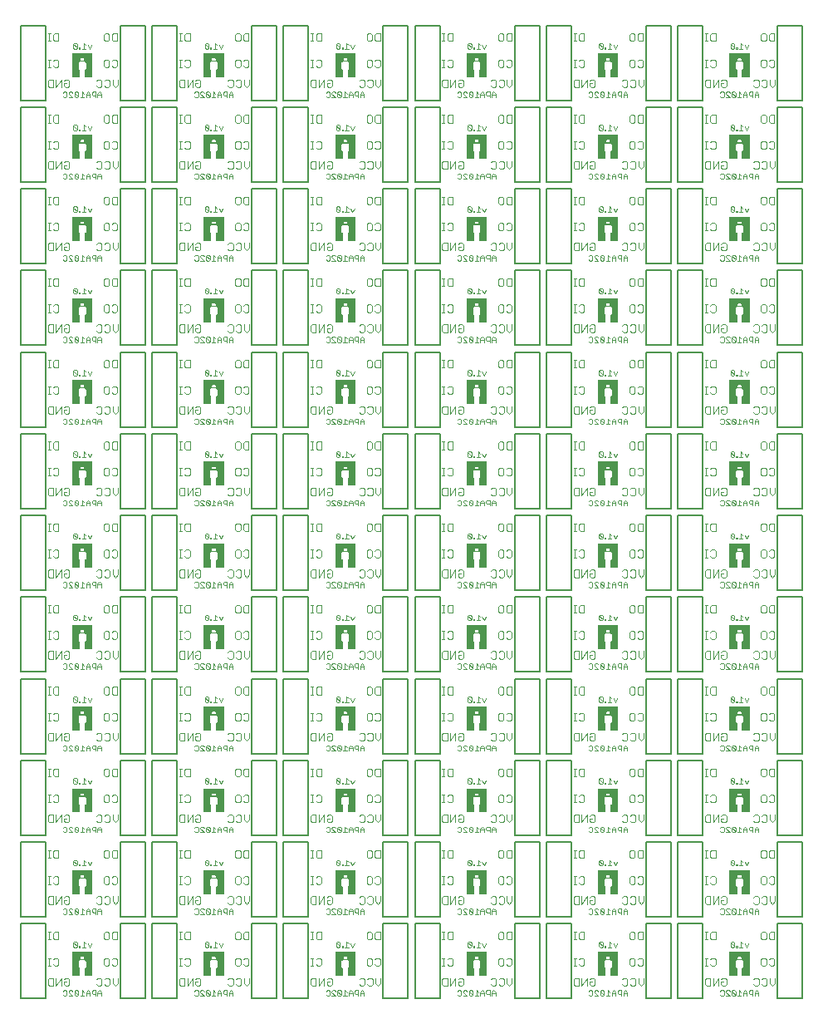
<source format=gbo>
G75*
%MOIN*%
%OFA0B0*%
%FSLAX24Y24*%
%IPPOS*%
%LPD*%
%AMOC8*
5,1,8,0,0,1.08239X$1,22.5*
%
%ADD10C,0.0030*%
%ADD11C,0.0040*%
%ADD12C,0.0080*%
%ADD13C,0.0010*%
D10*
X003424Y000415D02*
X003387Y000452D01*
X003424Y000415D02*
X003497Y000415D01*
X003534Y000452D01*
X003534Y000598D01*
X003497Y000635D01*
X003424Y000635D01*
X003387Y000598D01*
X003617Y000598D02*
X003654Y000635D01*
X003727Y000635D01*
X003764Y000598D01*
X003847Y000598D02*
X003994Y000452D01*
X003957Y000415D01*
X003884Y000415D01*
X003847Y000452D01*
X003847Y000598D01*
X003884Y000635D01*
X003957Y000635D01*
X003994Y000598D01*
X003994Y000452D01*
X004077Y000415D02*
X004224Y000415D01*
X004151Y000415D02*
X004151Y000635D01*
X004224Y000562D01*
X004308Y000562D02*
X004308Y000415D01*
X004308Y000525D02*
X004454Y000525D01*
X004454Y000562D02*
X004381Y000635D01*
X004308Y000562D01*
X004454Y000562D02*
X004454Y000415D01*
X004538Y000525D02*
X004575Y000488D01*
X004685Y000488D01*
X004685Y000415D02*
X004685Y000635D01*
X004575Y000635D01*
X004538Y000598D01*
X004538Y000525D01*
X004768Y000525D02*
X004915Y000525D01*
X004915Y000562D02*
X004841Y000635D01*
X004768Y000562D01*
X004768Y000415D01*
X004915Y000415D02*
X004915Y000562D01*
X003764Y000415D02*
X003617Y000562D01*
X003617Y000598D01*
X003617Y000415D02*
X003764Y000415D01*
X003835Y002365D02*
X003908Y002365D01*
X003945Y002402D01*
X003798Y002548D01*
X003798Y002402D01*
X003835Y002365D01*
X003945Y002402D02*
X003945Y002548D01*
X003908Y002585D01*
X003835Y002585D01*
X003798Y002548D01*
X004023Y002402D02*
X004023Y002365D01*
X004060Y002365D01*
X004060Y002402D01*
X004023Y002402D01*
X004144Y002365D02*
X004290Y002365D01*
X004217Y002365D02*
X004217Y002585D01*
X004290Y002512D01*
X004374Y002512D02*
X004447Y002365D01*
X004520Y002512D01*
X004454Y003691D02*
X004454Y003837D01*
X004381Y003911D01*
X004308Y003837D01*
X004308Y003691D01*
X004224Y003691D02*
X004077Y003691D01*
X004151Y003691D02*
X004151Y003911D01*
X004224Y003837D01*
X004308Y003801D02*
X004454Y003801D01*
X004538Y003801D02*
X004575Y003764D01*
X004685Y003764D01*
X004685Y003691D02*
X004685Y003911D01*
X004575Y003911D01*
X004538Y003874D01*
X004538Y003801D01*
X004768Y003801D02*
X004915Y003801D01*
X004915Y003837D02*
X004841Y003911D01*
X004768Y003837D01*
X004768Y003691D01*
X004915Y003691D02*
X004915Y003837D01*
X003994Y003874D02*
X003957Y003911D01*
X003884Y003911D01*
X003847Y003874D01*
X003994Y003727D01*
X003957Y003691D01*
X003884Y003691D01*
X003847Y003727D01*
X003847Y003874D01*
X003764Y003874D02*
X003727Y003911D01*
X003654Y003911D01*
X003617Y003874D01*
X003617Y003837D01*
X003764Y003691D01*
X003617Y003691D01*
X003534Y003727D02*
X003497Y003691D01*
X003424Y003691D01*
X003387Y003727D01*
X003534Y003727D02*
X003534Y003874D01*
X003497Y003911D01*
X003424Y003911D01*
X003387Y003874D01*
X003994Y003874D02*
X003994Y003727D01*
X004023Y005641D02*
X004060Y005641D01*
X004060Y005677D01*
X004023Y005677D01*
X004023Y005641D01*
X003945Y005677D02*
X003798Y005824D01*
X003798Y005677D01*
X003835Y005641D01*
X003908Y005641D01*
X003945Y005677D01*
X003945Y005824D01*
X003908Y005861D01*
X003835Y005861D01*
X003798Y005824D01*
X004144Y005641D02*
X004290Y005641D01*
X004217Y005641D02*
X004217Y005861D01*
X004290Y005787D01*
X004374Y005787D02*
X004447Y005641D01*
X004520Y005787D01*
X004454Y006966D02*
X004454Y007113D01*
X004381Y007186D01*
X004308Y007113D01*
X004308Y006966D01*
X004224Y006966D02*
X004077Y006966D01*
X004151Y006966D02*
X004151Y007186D01*
X004224Y007113D01*
X004308Y007076D02*
X004454Y007076D01*
X004538Y007076D02*
X004538Y007150D01*
X004575Y007186D01*
X004685Y007186D01*
X004685Y006966D01*
X004685Y007040D02*
X004575Y007040D01*
X004538Y007076D01*
X004768Y007076D02*
X004915Y007076D01*
X004915Y007113D02*
X004915Y006966D01*
X004915Y007113D02*
X004841Y007186D01*
X004768Y007113D01*
X004768Y006966D01*
X003994Y007003D02*
X003847Y007150D01*
X003847Y007003D01*
X003884Y006966D01*
X003957Y006966D01*
X003994Y007003D01*
X003994Y007150D01*
X003957Y007186D01*
X003884Y007186D01*
X003847Y007150D01*
X003764Y007150D02*
X003727Y007186D01*
X003654Y007186D01*
X003617Y007150D01*
X003617Y007113D01*
X003764Y006966D01*
X003617Y006966D01*
X003534Y007003D02*
X003497Y006966D01*
X003424Y006966D01*
X003387Y007003D01*
X003534Y007003D02*
X003534Y007150D01*
X003497Y007186D01*
X003424Y007186D01*
X003387Y007150D01*
X003835Y008916D02*
X003798Y008953D01*
X003798Y009100D01*
X003945Y008953D01*
X003908Y008916D01*
X003835Y008916D01*
X003945Y008953D02*
X003945Y009100D01*
X003908Y009136D01*
X003835Y009136D01*
X003798Y009100D01*
X004023Y008953D02*
X004023Y008916D01*
X004060Y008916D01*
X004060Y008953D01*
X004023Y008953D01*
X004144Y008916D02*
X004290Y008916D01*
X004217Y008916D02*
X004217Y009136D01*
X004290Y009063D01*
X004374Y009063D02*
X004447Y008916D01*
X004520Y009063D01*
X004454Y010242D02*
X004454Y010389D01*
X004381Y010462D01*
X004308Y010389D01*
X004308Y010242D01*
X004224Y010242D02*
X004077Y010242D01*
X004151Y010242D02*
X004151Y010462D01*
X004224Y010389D01*
X004308Y010352D02*
X004454Y010352D01*
X004538Y010352D02*
X004575Y010315D01*
X004685Y010315D01*
X004685Y010242D02*
X004685Y010462D01*
X004575Y010462D01*
X004538Y010425D01*
X004538Y010352D01*
X004768Y010352D02*
X004915Y010352D01*
X004915Y010389D02*
X004841Y010462D01*
X004768Y010389D01*
X004768Y010242D01*
X004915Y010242D02*
X004915Y010389D01*
X003994Y010425D02*
X003957Y010462D01*
X003884Y010462D01*
X003847Y010425D01*
X003994Y010278D01*
X003957Y010242D01*
X003884Y010242D01*
X003847Y010278D01*
X003847Y010425D01*
X003764Y010425D02*
X003727Y010462D01*
X003654Y010462D01*
X003617Y010425D01*
X003617Y010389D01*
X003764Y010242D01*
X003617Y010242D01*
X003534Y010278D02*
X003497Y010242D01*
X003424Y010242D01*
X003387Y010278D01*
X003534Y010278D02*
X003534Y010425D01*
X003497Y010462D01*
X003424Y010462D01*
X003387Y010425D01*
X003994Y010425D02*
X003994Y010278D01*
X004023Y012192D02*
X004060Y012192D01*
X004060Y012228D01*
X004023Y012228D01*
X004023Y012192D01*
X003945Y012228D02*
X003798Y012375D01*
X003798Y012228D01*
X003835Y012192D01*
X003908Y012192D01*
X003945Y012228D01*
X003945Y012375D01*
X003908Y012412D01*
X003835Y012412D01*
X003798Y012375D01*
X004144Y012192D02*
X004290Y012192D01*
X004217Y012192D02*
X004217Y012412D01*
X004290Y012339D01*
X004374Y012339D02*
X004447Y012192D01*
X004520Y012339D01*
X004454Y013517D02*
X004454Y013664D01*
X004381Y013738D01*
X004308Y013664D01*
X004308Y013517D01*
X004224Y013517D02*
X004077Y013517D01*
X004151Y013517D02*
X004151Y013738D01*
X004224Y013664D01*
X004308Y013627D02*
X004454Y013627D01*
X004538Y013627D02*
X004575Y013591D01*
X004685Y013591D01*
X004685Y013517D02*
X004685Y013738D01*
X004575Y013738D01*
X004538Y013701D01*
X004538Y013627D01*
X004768Y013627D02*
X004915Y013627D01*
X004915Y013664D02*
X004841Y013738D01*
X004768Y013664D01*
X004768Y013517D01*
X004915Y013517D02*
X004915Y013664D01*
X003994Y013701D02*
X003957Y013738D01*
X003884Y013738D01*
X003847Y013701D01*
X003994Y013554D01*
X003957Y013517D01*
X003884Y013517D01*
X003847Y013554D01*
X003847Y013701D01*
X003764Y013701D02*
X003727Y013738D01*
X003654Y013738D01*
X003617Y013701D01*
X003617Y013664D01*
X003764Y013517D01*
X003617Y013517D01*
X003534Y013554D02*
X003497Y013517D01*
X003424Y013517D01*
X003387Y013554D01*
X003534Y013554D02*
X003534Y013701D01*
X003497Y013738D01*
X003424Y013738D01*
X003387Y013701D01*
X003994Y013701D02*
X003994Y013554D01*
X004023Y015467D02*
X004060Y015467D01*
X004060Y015504D01*
X004023Y015504D01*
X004023Y015467D01*
X003945Y015504D02*
X003798Y015651D01*
X003798Y015504D01*
X003835Y015467D01*
X003908Y015467D01*
X003945Y015504D01*
X003945Y015651D01*
X003908Y015688D01*
X003835Y015688D01*
X003798Y015651D01*
X004144Y015467D02*
X004290Y015467D01*
X004217Y015467D02*
X004217Y015688D01*
X004290Y015614D01*
X004374Y015614D02*
X004447Y015467D01*
X004520Y015614D01*
X004454Y016793D02*
X004454Y016940D01*
X004381Y017013D01*
X004308Y016940D01*
X004308Y016793D01*
X004224Y016793D02*
X004077Y016793D01*
X004151Y016793D02*
X004151Y017013D01*
X004224Y016940D01*
X004308Y016903D02*
X004454Y016903D01*
X004538Y016903D02*
X004575Y016866D01*
X004685Y016866D01*
X004685Y016793D02*
X004685Y017013D01*
X004575Y017013D01*
X004538Y016976D01*
X004538Y016903D01*
X004768Y016903D02*
X004915Y016903D01*
X004915Y016940D02*
X004841Y017013D01*
X004768Y016940D01*
X004768Y016793D01*
X004915Y016793D02*
X004915Y016940D01*
X003994Y016976D02*
X003957Y017013D01*
X003884Y017013D01*
X003847Y016976D01*
X003994Y016830D01*
X003957Y016793D01*
X003884Y016793D01*
X003847Y016830D01*
X003847Y016976D01*
X003764Y016976D02*
X003727Y017013D01*
X003654Y017013D01*
X003617Y016976D01*
X003617Y016940D01*
X003764Y016793D01*
X003617Y016793D01*
X003534Y016830D02*
X003497Y016793D01*
X003424Y016793D01*
X003387Y016830D01*
X003387Y016976D02*
X003424Y017013D01*
X003497Y017013D01*
X003534Y016976D01*
X003534Y016830D01*
X003994Y016830D02*
X003994Y016976D01*
X004023Y018743D02*
X004060Y018743D01*
X004060Y018780D01*
X004023Y018780D01*
X004023Y018743D01*
X003945Y018780D02*
X003798Y018926D01*
X003798Y018780D01*
X003835Y018743D01*
X003908Y018743D01*
X003945Y018780D01*
X003945Y018926D01*
X003908Y018963D01*
X003835Y018963D01*
X003798Y018926D01*
X004144Y018743D02*
X004290Y018743D01*
X004217Y018743D02*
X004217Y018963D01*
X004290Y018890D01*
X004374Y018890D02*
X004447Y018743D01*
X004520Y018890D01*
X004454Y020069D02*
X004454Y020215D01*
X004381Y020289D01*
X004308Y020215D01*
X004308Y020069D01*
X004224Y020069D02*
X004077Y020069D01*
X004151Y020069D02*
X004151Y020289D01*
X004224Y020215D01*
X004308Y020179D02*
X004454Y020179D01*
X004538Y020179D02*
X004575Y020142D01*
X004685Y020142D01*
X004685Y020069D02*
X004685Y020289D01*
X004575Y020289D01*
X004538Y020252D01*
X004538Y020179D01*
X004768Y020179D02*
X004915Y020179D01*
X004915Y020215D02*
X004841Y020289D01*
X004768Y020215D01*
X004768Y020069D01*
X004915Y020069D02*
X004915Y020215D01*
X003994Y020252D02*
X003994Y020105D01*
X003847Y020252D01*
X003847Y020105D01*
X003884Y020069D01*
X003957Y020069D01*
X003994Y020105D01*
X003994Y020252D02*
X003957Y020289D01*
X003884Y020289D01*
X003847Y020252D01*
X003764Y020252D02*
X003727Y020289D01*
X003654Y020289D01*
X003617Y020252D01*
X003617Y020215D01*
X003764Y020069D01*
X003617Y020069D01*
X003534Y020105D02*
X003497Y020069D01*
X003424Y020069D01*
X003387Y020105D01*
X003534Y020105D02*
X003534Y020252D01*
X003497Y020289D01*
X003424Y020289D01*
X003387Y020252D01*
X003835Y022019D02*
X003798Y022055D01*
X003798Y022202D01*
X003945Y022055D01*
X003908Y022019D01*
X003835Y022019D01*
X003945Y022055D02*
X003945Y022202D01*
X003908Y022239D01*
X003835Y022239D01*
X003798Y022202D01*
X004023Y022055D02*
X004023Y022019D01*
X004060Y022019D01*
X004060Y022055D01*
X004023Y022055D01*
X004144Y022019D02*
X004290Y022019D01*
X004217Y022019D02*
X004217Y022239D01*
X004290Y022165D01*
X004374Y022165D02*
X004447Y022019D01*
X004520Y022165D01*
X004454Y023344D02*
X004454Y023491D01*
X004381Y023564D01*
X004308Y023491D01*
X004308Y023344D01*
X004224Y023344D02*
X004077Y023344D01*
X004151Y023344D02*
X004151Y023564D01*
X004224Y023491D01*
X004308Y023454D02*
X004454Y023454D01*
X004538Y023454D02*
X004575Y023418D01*
X004685Y023418D01*
X004685Y023344D02*
X004685Y023564D01*
X004575Y023564D01*
X004538Y023528D01*
X004538Y023454D01*
X004768Y023454D02*
X004915Y023454D01*
X004915Y023491D02*
X004841Y023564D01*
X004768Y023491D01*
X004768Y023344D01*
X004915Y023344D02*
X004915Y023491D01*
X003994Y023528D02*
X003957Y023564D01*
X003884Y023564D01*
X003847Y023528D01*
X003994Y023381D01*
X003957Y023344D01*
X003884Y023344D01*
X003847Y023381D01*
X003847Y023528D01*
X003764Y023528D02*
X003727Y023564D01*
X003654Y023564D01*
X003617Y023528D01*
X003617Y023491D01*
X003764Y023344D01*
X003617Y023344D01*
X003534Y023381D02*
X003497Y023344D01*
X003424Y023344D01*
X003387Y023381D01*
X003387Y023528D02*
X003424Y023564D01*
X003497Y023564D01*
X003534Y023528D01*
X003534Y023381D01*
X003994Y023381D02*
X003994Y023528D01*
X004023Y025294D02*
X004060Y025294D01*
X004060Y025331D01*
X004023Y025331D01*
X004023Y025294D01*
X003945Y025331D02*
X003798Y025478D01*
X003798Y025331D01*
X003835Y025294D01*
X003908Y025294D01*
X003945Y025331D01*
X003945Y025478D01*
X003908Y025514D01*
X003835Y025514D01*
X003798Y025478D01*
X004144Y025294D02*
X004290Y025294D01*
X004217Y025294D02*
X004217Y025514D01*
X004290Y025441D01*
X004374Y025441D02*
X004447Y025294D01*
X004520Y025441D01*
X004454Y026620D02*
X004454Y026767D01*
X004381Y026840D01*
X004308Y026767D01*
X004308Y026620D01*
X004224Y026620D02*
X004077Y026620D01*
X004151Y026620D02*
X004151Y026840D01*
X004224Y026767D01*
X004308Y026730D02*
X004454Y026730D01*
X004538Y026730D02*
X004575Y026693D01*
X004685Y026693D01*
X004685Y026620D02*
X004685Y026840D01*
X004575Y026840D01*
X004538Y026803D01*
X004538Y026730D01*
X004768Y026730D02*
X004915Y026730D01*
X004915Y026767D02*
X004841Y026840D01*
X004768Y026767D01*
X004768Y026620D01*
X004915Y026620D02*
X004915Y026767D01*
X003994Y026803D02*
X003957Y026840D01*
X003884Y026840D01*
X003847Y026803D01*
X003994Y026656D01*
X003957Y026620D01*
X003884Y026620D01*
X003847Y026656D01*
X003847Y026803D01*
X003764Y026803D02*
X003727Y026840D01*
X003654Y026840D01*
X003617Y026803D01*
X003617Y026767D01*
X003764Y026620D01*
X003617Y026620D01*
X003534Y026656D02*
X003497Y026620D01*
X003424Y026620D01*
X003387Y026656D01*
X003534Y026656D02*
X003534Y026803D01*
X003497Y026840D01*
X003424Y026840D01*
X003387Y026803D01*
X003994Y026803D02*
X003994Y026656D01*
X004023Y028570D02*
X004060Y028570D01*
X004060Y028606D01*
X004023Y028606D01*
X004023Y028570D01*
X003945Y028606D02*
X003798Y028753D01*
X003798Y028606D01*
X003835Y028570D01*
X003908Y028570D01*
X003945Y028606D01*
X003945Y028753D01*
X003908Y028790D01*
X003835Y028790D01*
X003798Y028753D01*
X004144Y028570D02*
X004290Y028570D01*
X004217Y028570D02*
X004217Y028790D01*
X004290Y028717D01*
X004374Y028717D02*
X004447Y028570D01*
X004520Y028717D01*
X004454Y029895D02*
X004454Y030042D01*
X004381Y030116D01*
X004308Y030042D01*
X004308Y029895D01*
X004224Y029895D02*
X004077Y029895D01*
X004151Y029895D02*
X004151Y030116D01*
X004224Y030042D01*
X004308Y030005D02*
X004454Y030005D01*
X004538Y030005D02*
X004538Y030079D01*
X004575Y030116D01*
X004685Y030116D01*
X004685Y029895D01*
X004685Y029969D02*
X004575Y029969D01*
X004538Y030005D01*
X004768Y030005D02*
X004915Y030005D01*
X004915Y030042D02*
X004915Y029895D01*
X004768Y029895D02*
X004768Y030042D01*
X004841Y030116D01*
X004915Y030042D01*
X003994Y030079D02*
X003994Y029932D01*
X003847Y030079D01*
X003847Y029932D01*
X003884Y029895D01*
X003957Y029895D01*
X003994Y029932D01*
X003994Y030079D02*
X003957Y030116D01*
X003884Y030116D01*
X003847Y030079D01*
X003764Y030079D02*
X003727Y030116D01*
X003654Y030116D01*
X003617Y030079D01*
X003617Y030042D01*
X003764Y029895D01*
X003617Y029895D01*
X003534Y029932D02*
X003497Y029895D01*
X003424Y029895D01*
X003387Y029932D01*
X003534Y029932D02*
X003534Y030079D01*
X003497Y030116D01*
X003424Y030116D01*
X003387Y030079D01*
X003835Y031845D02*
X003798Y031882D01*
X003798Y032029D01*
X003945Y031882D01*
X003908Y031845D01*
X003835Y031845D01*
X003945Y031882D02*
X003945Y032029D01*
X003908Y032066D01*
X003835Y032066D01*
X003798Y032029D01*
X004023Y031882D02*
X004023Y031845D01*
X004060Y031845D01*
X004060Y031882D01*
X004023Y031882D01*
X004144Y031845D02*
X004290Y031845D01*
X004217Y031845D02*
X004217Y032066D01*
X004290Y031992D01*
X004374Y031992D02*
X004447Y031845D01*
X004520Y031992D01*
X004454Y033171D02*
X004454Y033318D01*
X004381Y033391D01*
X004308Y033318D01*
X004308Y033171D01*
X004224Y033171D02*
X004077Y033171D01*
X004151Y033171D02*
X004151Y033391D01*
X004224Y033318D01*
X004308Y033281D02*
X004454Y033281D01*
X004538Y033281D02*
X004575Y033244D01*
X004685Y033244D01*
X004685Y033171D02*
X004685Y033391D01*
X004575Y033391D01*
X004538Y033354D01*
X004538Y033281D01*
X004768Y033281D02*
X004915Y033281D01*
X004915Y033318D02*
X004841Y033391D01*
X004768Y033318D01*
X004768Y033171D01*
X004915Y033171D02*
X004915Y033318D01*
X003994Y033354D02*
X003957Y033391D01*
X003884Y033391D01*
X003847Y033354D01*
X003994Y033208D01*
X003957Y033171D01*
X003884Y033171D01*
X003847Y033208D01*
X003847Y033354D01*
X003764Y033354D02*
X003727Y033391D01*
X003654Y033391D01*
X003617Y033354D01*
X003617Y033318D01*
X003764Y033171D01*
X003617Y033171D01*
X003534Y033208D02*
X003497Y033171D01*
X003424Y033171D01*
X003387Y033208D01*
X003387Y033354D02*
X003424Y033391D01*
X003497Y033391D01*
X003534Y033354D01*
X003534Y033208D01*
X003994Y033208D02*
X003994Y033354D01*
X004023Y035121D02*
X004060Y035121D01*
X004060Y035158D01*
X004023Y035158D01*
X004023Y035121D01*
X003945Y035158D02*
X003908Y035121D01*
X003835Y035121D01*
X003798Y035158D01*
X003798Y035304D01*
X003945Y035158D01*
X003945Y035304D01*
X003908Y035341D01*
X003835Y035341D01*
X003798Y035304D01*
X004144Y035121D02*
X004290Y035121D01*
X004217Y035121D02*
X004217Y035341D01*
X004290Y035268D01*
X004374Y035268D02*
X004447Y035121D01*
X004520Y035268D01*
X004454Y036446D02*
X004454Y036593D01*
X004381Y036667D01*
X004308Y036593D01*
X004308Y036446D01*
X004224Y036446D02*
X004077Y036446D01*
X004151Y036446D02*
X004151Y036667D01*
X004224Y036593D01*
X004308Y036557D02*
X004454Y036557D01*
X004538Y036557D02*
X004575Y036520D01*
X004685Y036520D01*
X004685Y036446D02*
X004685Y036667D01*
X004575Y036667D01*
X004538Y036630D01*
X004538Y036557D01*
X004768Y036557D02*
X004915Y036557D01*
X004915Y036593D02*
X004841Y036667D01*
X004768Y036593D01*
X004768Y036446D01*
X004915Y036446D02*
X004915Y036593D01*
X003994Y036630D02*
X003957Y036667D01*
X003884Y036667D01*
X003847Y036630D01*
X003994Y036483D01*
X003957Y036446D01*
X003884Y036446D01*
X003847Y036483D01*
X003847Y036630D01*
X003764Y036630D02*
X003727Y036667D01*
X003654Y036667D01*
X003617Y036630D01*
X003617Y036593D01*
X003764Y036446D01*
X003617Y036446D01*
X003534Y036483D02*
X003497Y036446D01*
X003424Y036446D01*
X003387Y036483D01*
X003534Y036483D02*
X003534Y036630D01*
X003497Y036667D01*
X003424Y036667D01*
X003387Y036630D01*
X003994Y036630D02*
X003994Y036483D01*
X004023Y038396D02*
X004060Y038396D01*
X004060Y038433D01*
X004023Y038433D01*
X004023Y038396D01*
X003945Y038433D02*
X003798Y038580D01*
X003798Y038433D01*
X003835Y038396D01*
X003908Y038396D01*
X003945Y038433D01*
X003945Y038580D01*
X003908Y038617D01*
X003835Y038617D01*
X003798Y038580D01*
X004144Y038396D02*
X004290Y038396D01*
X004217Y038396D02*
X004217Y038617D01*
X004290Y038543D01*
X004374Y038543D02*
X004447Y038396D01*
X004520Y038543D01*
X008662Y036630D02*
X008699Y036667D01*
X008773Y036667D01*
X008809Y036630D01*
X008809Y036483D01*
X008773Y036446D01*
X008699Y036446D01*
X008662Y036483D01*
X008893Y036446D02*
X009039Y036446D01*
X008893Y036593D01*
X008893Y036630D01*
X008929Y036667D01*
X009003Y036667D01*
X009039Y036630D01*
X009123Y036630D02*
X009270Y036483D01*
X009233Y036446D01*
X009160Y036446D01*
X009123Y036483D01*
X009123Y036630D01*
X009160Y036667D01*
X009233Y036667D01*
X009270Y036630D01*
X009270Y036483D01*
X009353Y036446D02*
X009500Y036446D01*
X009426Y036446D02*
X009426Y036667D01*
X009500Y036593D01*
X009583Y036593D02*
X009583Y036446D01*
X009583Y036557D02*
X009730Y036557D01*
X009730Y036593D02*
X009657Y036667D01*
X009583Y036593D01*
X009730Y036593D02*
X009730Y036446D01*
X009813Y036557D02*
X009850Y036520D01*
X009960Y036520D01*
X009960Y036446D02*
X009960Y036667D01*
X009850Y036667D01*
X009813Y036630D01*
X009813Y036557D01*
X010044Y036557D02*
X010190Y036557D01*
X010190Y036593D02*
X010117Y036667D01*
X010044Y036593D01*
X010044Y036446D01*
X010190Y036446D02*
X010190Y036593D01*
X009796Y035268D02*
X009723Y035121D01*
X009649Y035268D01*
X009566Y035268D02*
X009492Y035341D01*
X009492Y035121D01*
X009419Y035121D02*
X009566Y035121D01*
X009336Y035121D02*
X009336Y035158D01*
X009299Y035158D01*
X009299Y035121D01*
X009336Y035121D01*
X009221Y035158D02*
X009184Y035121D01*
X009110Y035121D01*
X009074Y035158D01*
X009074Y035304D01*
X009221Y035158D01*
X009221Y035304D01*
X009184Y035341D01*
X009110Y035341D01*
X009074Y035304D01*
X009003Y033391D02*
X009039Y033354D01*
X009003Y033391D02*
X008929Y033391D01*
X008893Y033354D01*
X008893Y033318D01*
X009039Y033171D01*
X008893Y033171D01*
X008809Y033208D02*
X008773Y033171D01*
X008699Y033171D01*
X008662Y033208D01*
X008662Y033354D02*
X008699Y033391D01*
X008773Y033391D01*
X008809Y033354D01*
X008809Y033208D01*
X009123Y033208D02*
X009160Y033171D01*
X009233Y033171D01*
X009270Y033208D01*
X009123Y033354D01*
X009123Y033208D01*
X009123Y033354D02*
X009160Y033391D01*
X009233Y033391D01*
X009270Y033354D01*
X009270Y033208D01*
X009353Y033171D02*
X009500Y033171D01*
X009426Y033171D02*
X009426Y033391D01*
X009500Y033318D01*
X009583Y033318D02*
X009583Y033171D01*
X009583Y033281D02*
X009730Y033281D01*
X009730Y033318D02*
X009657Y033391D01*
X009583Y033318D01*
X009730Y033318D02*
X009730Y033171D01*
X009813Y033281D02*
X009850Y033244D01*
X009960Y033244D01*
X009960Y033171D02*
X009960Y033391D01*
X009850Y033391D01*
X009813Y033354D01*
X009813Y033281D01*
X010044Y033281D02*
X010190Y033281D01*
X010190Y033318D02*
X010117Y033391D01*
X010044Y033318D01*
X010044Y033171D01*
X010190Y033171D02*
X010190Y033318D01*
X009796Y031992D02*
X009723Y031845D01*
X009649Y031992D01*
X009566Y031992D02*
X009492Y032066D01*
X009492Y031845D01*
X009419Y031845D02*
X009566Y031845D01*
X009336Y031845D02*
X009299Y031845D01*
X009299Y031882D01*
X009336Y031882D01*
X009336Y031845D01*
X009221Y031882D02*
X009074Y032029D01*
X009074Y031882D01*
X009110Y031845D01*
X009184Y031845D01*
X009221Y031882D01*
X009221Y032029D01*
X009184Y032066D01*
X009110Y032066D01*
X009074Y032029D01*
X009003Y030116D02*
X009039Y030079D01*
X009003Y030116D02*
X008929Y030116D01*
X008893Y030079D01*
X008893Y030042D01*
X009039Y029895D01*
X008893Y029895D01*
X008809Y029932D02*
X008773Y029895D01*
X008699Y029895D01*
X008662Y029932D01*
X008662Y030079D02*
X008699Y030116D01*
X008773Y030116D01*
X008809Y030079D01*
X008809Y029932D01*
X009123Y029932D02*
X009123Y030079D01*
X009270Y029932D01*
X009233Y029895D01*
X009160Y029895D01*
X009123Y029932D01*
X009270Y029932D02*
X009270Y030079D01*
X009233Y030116D01*
X009160Y030116D01*
X009123Y030079D01*
X009353Y029895D02*
X009500Y029895D01*
X009426Y029895D02*
X009426Y030116D01*
X009500Y030042D01*
X009583Y030042D02*
X009583Y029895D01*
X009583Y030005D02*
X009730Y030005D01*
X009730Y030042D02*
X009730Y029895D01*
X009813Y030005D02*
X009850Y029969D01*
X009960Y029969D01*
X009960Y029895D02*
X009960Y030116D01*
X009850Y030116D01*
X009813Y030079D01*
X009813Y030005D01*
X009730Y030042D02*
X009657Y030116D01*
X009583Y030042D01*
X010044Y030042D02*
X010044Y029895D01*
X010044Y030005D02*
X010190Y030005D01*
X010190Y030042D02*
X010190Y029895D01*
X010190Y030042D02*
X010117Y030116D01*
X010044Y030042D01*
X009796Y028717D02*
X009723Y028570D01*
X009649Y028717D01*
X009566Y028717D02*
X009492Y028790D01*
X009492Y028570D01*
X009419Y028570D02*
X009566Y028570D01*
X009336Y028570D02*
X009299Y028570D01*
X009299Y028606D01*
X009336Y028606D01*
X009336Y028570D01*
X009221Y028606D02*
X009074Y028753D01*
X009074Y028606D01*
X009110Y028570D01*
X009184Y028570D01*
X009221Y028606D01*
X009221Y028753D01*
X009184Y028790D01*
X009110Y028790D01*
X009074Y028753D01*
X009003Y026840D02*
X009039Y026803D01*
X009003Y026840D02*
X008929Y026840D01*
X008893Y026803D01*
X008893Y026767D01*
X009039Y026620D01*
X008893Y026620D01*
X008809Y026656D02*
X008773Y026620D01*
X008699Y026620D01*
X008662Y026656D01*
X008662Y026803D02*
X008699Y026840D01*
X008773Y026840D01*
X008809Y026803D01*
X008809Y026656D01*
X009123Y026656D02*
X009160Y026620D01*
X009233Y026620D01*
X009270Y026656D01*
X009123Y026803D01*
X009123Y026656D01*
X009270Y026656D02*
X009270Y026803D01*
X009233Y026840D01*
X009160Y026840D01*
X009123Y026803D01*
X009353Y026620D02*
X009500Y026620D01*
X009426Y026620D02*
X009426Y026840D01*
X009500Y026767D01*
X009583Y026767D02*
X009583Y026620D01*
X009583Y026730D02*
X009730Y026730D01*
X009730Y026767D02*
X009657Y026840D01*
X009583Y026767D01*
X009730Y026767D02*
X009730Y026620D01*
X009813Y026730D02*
X009850Y026693D01*
X009960Y026693D01*
X009960Y026620D02*
X009960Y026840D01*
X009850Y026840D01*
X009813Y026803D01*
X009813Y026730D01*
X010044Y026730D02*
X010190Y026730D01*
X010190Y026767D02*
X010117Y026840D01*
X010044Y026767D01*
X010044Y026620D01*
X010190Y026620D02*
X010190Y026767D01*
X009796Y025441D02*
X009723Y025294D01*
X009649Y025441D01*
X009566Y025441D02*
X009492Y025514D01*
X009492Y025294D01*
X009419Y025294D02*
X009566Y025294D01*
X009336Y025294D02*
X009299Y025294D01*
X009299Y025331D01*
X009336Y025331D01*
X009336Y025294D01*
X009221Y025331D02*
X009074Y025478D01*
X009074Y025331D01*
X009110Y025294D01*
X009184Y025294D01*
X009221Y025331D01*
X009221Y025478D01*
X009184Y025514D01*
X009110Y025514D01*
X009074Y025478D01*
X009003Y023564D02*
X009039Y023528D01*
X009003Y023564D02*
X008929Y023564D01*
X008893Y023528D01*
X008893Y023491D01*
X009039Y023344D01*
X008893Y023344D01*
X008809Y023381D02*
X008773Y023344D01*
X008699Y023344D01*
X008662Y023381D01*
X008662Y023528D02*
X008699Y023564D01*
X008773Y023564D01*
X008809Y023528D01*
X008809Y023381D01*
X009123Y023381D02*
X009160Y023344D01*
X009233Y023344D01*
X009270Y023381D01*
X009123Y023528D01*
X009123Y023381D01*
X009270Y023381D02*
X009270Y023528D01*
X009233Y023564D01*
X009160Y023564D01*
X009123Y023528D01*
X009353Y023344D02*
X009500Y023344D01*
X009426Y023344D02*
X009426Y023564D01*
X009500Y023491D01*
X009583Y023491D02*
X009583Y023344D01*
X009583Y023454D02*
X009730Y023454D01*
X009730Y023491D02*
X009657Y023564D01*
X009583Y023491D01*
X009730Y023491D02*
X009730Y023344D01*
X009813Y023454D02*
X009850Y023418D01*
X009960Y023418D01*
X009960Y023344D02*
X009960Y023564D01*
X009850Y023564D01*
X009813Y023528D01*
X009813Y023454D01*
X010044Y023454D02*
X010190Y023454D01*
X010190Y023491D02*
X010117Y023564D01*
X010044Y023491D01*
X010044Y023344D01*
X010190Y023344D02*
X010190Y023491D01*
X009796Y022165D02*
X009723Y022019D01*
X009649Y022165D01*
X009566Y022165D02*
X009492Y022239D01*
X009492Y022019D01*
X009419Y022019D02*
X009566Y022019D01*
X009336Y022019D02*
X009299Y022019D01*
X009299Y022055D01*
X009336Y022055D01*
X009336Y022019D01*
X009221Y022055D02*
X009074Y022202D01*
X009074Y022055D01*
X009110Y022019D01*
X009184Y022019D01*
X009221Y022055D01*
X009221Y022202D01*
X009184Y022239D01*
X009110Y022239D01*
X009074Y022202D01*
X009003Y020289D02*
X009039Y020252D01*
X009003Y020289D02*
X008929Y020289D01*
X008893Y020252D01*
X008893Y020215D01*
X009039Y020069D01*
X008893Y020069D01*
X008809Y020105D02*
X008773Y020069D01*
X008699Y020069D01*
X008662Y020105D01*
X008662Y020252D02*
X008699Y020289D01*
X008773Y020289D01*
X008809Y020252D01*
X008809Y020105D01*
X009123Y020105D02*
X009123Y020252D01*
X009270Y020105D01*
X009233Y020069D01*
X009160Y020069D01*
X009123Y020105D01*
X009270Y020105D02*
X009270Y020252D01*
X009233Y020289D01*
X009160Y020289D01*
X009123Y020252D01*
X009353Y020069D02*
X009500Y020069D01*
X009426Y020069D02*
X009426Y020289D01*
X009500Y020215D01*
X009583Y020215D02*
X009583Y020069D01*
X009583Y020179D02*
X009730Y020179D01*
X009730Y020215D02*
X009657Y020289D01*
X009583Y020215D01*
X009730Y020215D02*
X009730Y020069D01*
X009813Y020179D02*
X009850Y020142D01*
X009960Y020142D01*
X009960Y020069D02*
X009960Y020289D01*
X009850Y020289D01*
X009813Y020252D01*
X009813Y020179D01*
X010044Y020179D02*
X010190Y020179D01*
X010190Y020215D02*
X010117Y020289D01*
X010044Y020215D01*
X010044Y020069D01*
X010190Y020069D02*
X010190Y020215D01*
X009492Y018963D02*
X009492Y018743D01*
X009419Y018743D02*
X009566Y018743D01*
X009566Y018890D02*
X009492Y018963D01*
X009649Y018890D02*
X009723Y018743D01*
X009796Y018890D01*
X009336Y018780D02*
X009299Y018780D01*
X009299Y018743D01*
X009336Y018743D01*
X009336Y018780D01*
X009221Y018780D02*
X009074Y018926D01*
X009074Y018780D01*
X009110Y018743D01*
X009184Y018743D01*
X009221Y018780D01*
X009221Y018926D01*
X009184Y018963D01*
X009110Y018963D01*
X009074Y018926D01*
X009003Y017013D02*
X009039Y016976D01*
X009003Y017013D02*
X008929Y017013D01*
X008893Y016976D01*
X008893Y016940D01*
X009039Y016793D01*
X008893Y016793D01*
X008809Y016830D02*
X008773Y016793D01*
X008699Y016793D01*
X008662Y016830D01*
X008662Y016976D02*
X008699Y017013D01*
X008773Y017013D01*
X008809Y016976D01*
X008809Y016830D01*
X009123Y016830D02*
X009160Y016793D01*
X009233Y016793D01*
X009270Y016830D01*
X009123Y016976D01*
X009123Y016830D01*
X009123Y016976D02*
X009160Y017013D01*
X009233Y017013D01*
X009270Y016976D01*
X009270Y016830D01*
X009353Y016793D02*
X009500Y016793D01*
X009426Y016793D02*
X009426Y017013D01*
X009500Y016940D01*
X009583Y016940D02*
X009583Y016793D01*
X009583Y016903D02*
X009730Y016903D01*
X009730Y016940D02*
X009657Y017013D01*
X009583Y016940D01*
X009730Y016940D02*
X009730Y016793D01*
X009813Y016903D02*
X009850Y016866D01*
X009960Y016866D01*
X009960Y016793D02*
X009960Y017013D01*
X009850Y017013D01*
X009813Y016976D01*
X009813Y016903D01*
X010044Y016903D02*
X010190Y016903D01*
X010190Y016940D02*
X010117Y017013D01*
X010044Y016940D01*
X010044Y016793D01*
X010190Y016793D02*
X010190Y016940D01*
X009796Y015614D02*
X009723Y015467D01*
X009649Y015614D01*
X009566Y015614D02*
X009492Y015688D01*
X009492Y015467D01*
X009419Y015467D02*
X009566Y015467D01*
X009336Y015467D02*
X009299Y015467D01*
X009299Y015504D01*
X009336Y015504D01*
X009336Y015467D01*
X009221Y015504D02*
X009074Y015651D01*
X009074Y015504D01*
X009110Y015467D01*
X009184Y015467D01*
X009221Y015504D01*
X009221Y015651D01*
X009184Y015688D01*
X009110Y015688D01*
X009074Y015651D01*
X009003Y013738D02*
X009039Y013701D01*
X009003Y013738D02*
X008929Y013738D01*
X008893Y013701D01*
X008893Y013664D01*
X009039Y013517D01*
X008893Y013517D01*
X008809Y013554D02*
X008773Y013517D01*
X008699Y013517D01*
X008662Y013554D01*
X008662Y013701D02*
X008699Y013738D01*
X008773Y013738D01*
X008809Y013701D01*
X008809Y013554D01*
X009123Y013554D02*
X009160Y013517D01*
X009233Y013517D01*
X009270Y013554D01*
X009123Y013701D01*
X009123Y013554D01*
X009270Y013554D02*
X009270Y013701D01*
X009233Y013738D01*
X009160Y013738D01*
X009123Y013701D01*
X009353Y013517D02*
X009500Y013517D01*
X009426Y013517D02*
X009426Y013738D01*
X009500Y013664D01*
X009583Y013664D02*
X009583Y013517D01*
X009583Y013627D02*
X009730Y013627D01*
X009730Y013664D02*
X009657Y013738D01*
X009583Y013664D01*
X009730Y013664D02*
X009730Y013517D01*
X009813Y013627D02*
X009850Y013591D01*
X009960Y013591D01*
X009960Y013517D02*
X009960Y013738D01*
X009850Y013738D01*
X009813Y013701D01*
X009813Y013627D01*
X010044Y013627D02*
X010190Y013627D01*
X010190Y013664D02*
X010117Y013738D01*
X010044Y013664D01*
X010044Y013517D01*
X010190Y013517D02*
X010190Y013664D01*
X009796Y012339D02*
X009723Y012192D01*
X009649Y012339D01*
X009566Y012339D02*
X009492Y012412D01*
X009492Y012192D01*
X009419Y012192D02*
X009566Y012192D01*
X009336Y012192D02*
X009299Y012192D01*
X009299Y012228D01*
X009336Y012228D01*
X009336Y012192D01*
X009221Y012228D02*
X009074Y012375D01*
X009074Y012228D01*
X009110Y012192D01*
X009184Y012192D01*
X009221Y012228D01*
X009221Y012375D01*
X009184Y012412D01*
X009110Y012412D01*
X009074Y012375D01*
X009003Y010462D02*
X009039Y010425D01*
X009003Y010462D02*
X008929Y010462D01*
X008893Y010425D01*
X008893Y010389D01*
X009039Y010242D01*
X008893Y010242D01*
X008809Y010278D02*
X008773Y010242D01*
X008699Y010242D01*
X008662Y010278D01*
X008809Y010278D02*
X008809Y010425D01*
X008773Y010462D01*
X008699Y010462D01*
X008662Y010425D01*
X009123Y010425D02*
X009270Y010278D01*
X009233Y010242D01*
X009160Y010242D01*
X009123Y010278D01*
X009123Y010425D01*
X009160Y010462D01*
X009233Y010462D01*
X009270Y010425D01*
X009270Y010278D01*
X009353Y010242D02*
X009500Y010242D01*
X009426Y010242D02*
X009426Y010462D01*
X009500Y010389D01*
X009583Y010389D02*
X009583Y010242D01*
X009583Y010352D02*
X009730Y010352D01*
X009730Y010389D02*
X009657Y010462D01*
X009583Y010389D01*
X009730Y010389D02*
X009730Y010242D01*
X009813Y010352D02*
X009850Y010315D01*
X009960Y010315D01*
X009960Y010242D02*
X009960Y010462D01*
X009850Y010462D01*
X009813Y010425D01*
X009813Y010352D01*
X010044Y010352D02*
X010190Y010352D01*
X010190Y010389D02*
X010117Y010462D01*
X010044Y010389D01*
X010044Y010242D01*
X010190Y010242D02*
X010190Y010389D01*
X009492Y009136D02*
X009492Y008916D01*
X009419Y008916D02*
X009566Y008916D01*
X009566Y009063D02*
X009492Y009136D01*
X009649Y009063D02*
X009723Y008916D01*
X009796Y009063D01*
X009336Y008953D02*
X009299Y008953D01*
X009299Y008916D01*
X009336Y008916D01*
X009336Y008953D01*
X009221Y008953D02*
X009074Y009100D01*
X009074Y008953D01*
X009110Y008916D01*
X009184Y008916D01*
X009221Y008953D01*
X009221Y009100D01*
X009184Y009136D01*
X009110Y009136D01*
X009074Y009100D01*
X009003Y007186D02*
X009039Y007150D01*
X009003Y007186D02*
X008929Y007186D01*
X008893Y007150D01*
X008893Y007113D01*
X009039Y006966D01*
X008893Y006966D01*
X008809Y007003D02*
X008773Y006966D01*
X008699Y006966D01*
X008662Y007003D01*
X008662Y007150D02*
X008699Y007186D01*
X008773Y007186D01*
X008809Y007150D01*
X008809Y007003D01*
X009123Y007003D02*
X009123Y007150D01*
X009270Y007003D01*
X009233Y006966D01*
X009160Y006966D01*
X009123Y007003D01*
X009270Y007003D02*
X009270Y007150D01*
X009233Y007186D01*
X009160Y007186D01*
X009123Y007150D01*
X009353Y006966D02*
X009500Y006966D01*
X009426Y006966D02*
X009426Y007186D01*
X009500Y007113D01*
X009583Y007113D02*
X009583Y006966D01*
X009583Y007076D02*
X009730Y007076D01*
X009730Y007113D02*
X009730Y006966D01*
X009813Y007076D02*
X009850Y007040D01*
X009960Y007040D01*
X009960Y006966D02*
X009960Y007186D01*
X009850Y007186D01*
X009813Y007150D01*
X009813Y007076D01*
X009730Y007113D02*
X009657Y007186D01*
X009583Y007113D01*
X010044Y007113D02*
X010044Y006966D01*
X010044Y007076D02*
X010190Y007076D01*
X010190Y007113D02*
X010190Y006966D01*
X010190Y007113D02*
X010117Y007186D01*
X010044Y007113D01*
X009796Y005787D02*
X009723Y005641D01*
X009649Y005787D01*
X009566Y005787D02*
X009492Y005861D01*
X009492Y005641D01*
X009419Y005641D02*
X009566Y005641D01*
X009336Y005641D02*
X009299Y005641D01*
X009299Y005677D01*
X009336Y005677D01*
X009336Y005641D01*
X009221Y005677D02*
X009074Y005824D01*
X009074Y005677D01*
X009110Y005641D01*
X009184Y005641D01*
X009221Y005677D01*
X009221Y005824D01*
X009184Y005861D01*
X009110Y005861D01*
X009074Y005824D01*
X009003Y003911D02*
X009039Y003874D01*
X009003Y003911D02*
X008929Y003911D01*
X008893Y003874D01*
X008893Y003837D01*
X009039Y003691D01*
X008893Y003691D01*
X008809Y003727D02*
X008773Y003691D01*
X008699Y003691D01*
X008662Y003727D01*
X008662Y003874D02*
X008699Y003911D01*
X008773Y003911D01*
X008809Y003874D01*
X008809Y003727D01*
X009123Y003727D02*
X009160Y003691D01*
X009233Y003691D01*
X009270Y003727D01*
X009123Y003874D01*
X009123Y003727D01*
X009270Y003727D02*
X009270Y003874D01*
X009233Y003911D01*
X009160Y003911D01*
X009123Y003874D01*
X009353Y003691D02*
X009500Y003691D01*
X009426Y003691D02*
X009426Y003911D01*
X009500Y003837D01*
X009583Y003837D02*
X009583Y003691D01*
X009583Y003801D02*
X009730Y003801D01*
X009730Y003837D02*
X009657Y003911D01*
X009583Y003837D01*
X009730Y003837D02*
X009730Y003691D01*
X009813Y003801D02*
X009850Y003764D01*
X009960Y003764D01*
X009960Y003691D02*
X009960Y003911D01*
X009850Y003911D01*
X009813Y003874D01*
X009813Y003801D01*
X010044Y003801D02*
X010190Y003801D01*
X010190Y003837D02*
X010117Y003911D01*
X010044Y003837D01*
X010044Y003691D01*
X010190Y003691D02*
X010190Y003837D01*
X009796Y002512D02*
X009723Y002365D01*
X009649Y002512D01*
X009566Y002512D02*
X009492Y002585D01*
X009492Y002365D01*
X009419Y002365D02*
X009566Y002365D01*
X009336Y002365D02*
X009336Y002402D01*
X009299Y002402D01*
X009299Y002365D01*
X009336Y002365D01*
X009221Y002402D02*
X009184Y002365D01*
X009110Y002365D01*
X009074Y002402D01*
X009074Y002548D01*
X009221Y002402D01*
X009221Y002548D01*
X009184Y002585D01*
X009110Y002585D01*
X009074Y002548D01*
X009003Y000635D02*
X009039Y000598D01*
X009003Y000635D02*
X008929Y000635D01*
X008893Y000598D01*
X008893Y000562D01*
X009039Y000415D01*
X008893Y000415D01*
X008809Y000452D02*
X008773Y000415D01*
X008699Y000415D01*
X008662Y000452D01*
X008662Y000598D02*
X008699Y000635D01*
X008773Y000635D01*
X008809Y000598D01*
X008809Y000452D01*
X009123Y000452D02*
X009160Y000415D01*
X009233Y000415D01*
X009270Y000452D01*
X009123Y000598D01*
X009123Y000452D01*
X009123Y000598D02*
X009160Y000635D01*
X009233Y000635D01*
X009270Y000598D01*
X009270Y000452D01*
X009353Y000415D02*
X009500Y000415D01*
X009426Y000415D02*
X009426Y000635D01*
X009500Y000562D01*
X009583Y000562D02*
X009583Y000415D01*
X009583Y000525D02*
X009730Y000525D01*
X009730Y000562D02*
X009657Y000635D01*
X009583Y000562D01*
X009730Y000562D02*
X009730Y000415D01*
X009813Y000525D02*
X009850Y000488D01*
X009960Y000488D01*
X009960Y000415D02*
X009960Y000635D01*
X009850Y000635D01*
X009813Y000598D01*
X009813Y000525D01*
X010044Y000525D02*
X010190Y000525D01*
X010190Y000562D02*
X010117Y000635D01*
X010044Y000562D01*
X010044Y000415D01*
X010190Y000415D02*
X010190Y000562D01*
X013938Y000598D02*
X013975Y000635D01*
X014048Y000635D01*
X014085Y000598D01*
X014085Y000452D01*
X014048Y000415D01*
X013975Y000415D01*
X013938Y000452D01*
X014168Y000415D02*
X014315Y000415D01*
X014168Y000562D01*
X014168Y000598D01*
X014205Y000635D01*
X014278Y000635D01*
X014315Y000598D01*
X014398Y000598D02*
X014545Y000452D01*
X014509Y000415D01*
X014435Y000415D01*
X014398Y000452D01*
X014398Y000598D01*
X014435Y000635D01*
X014509Y000635D01*
X014545Y000598D01*
X014545Y000452D01*
X014629Y000415D02*
X014775Y000415D01*
X014702Y000415D02*
X014702Y000635D01*
X014775Y000562D01*
X014859Y000562D02*
X014859Y000415D01*
X014859Y000525D02*
X015006Y000525D01*
X015006Y000562D02*
X014932Y000635D01*
X014859Y000562D01*
X015006Y000562D02*
X015006Y000415D01*
X015089Y000525D02*
X015126Y000488D01*
X015236Y000488D01*
X015236Y000415D02*
X015236Y000635D01*
X015126Y000635D01*
X015089Y000598D01*
X015089Y000525D01*
X015319Y000525D02*
X015466Y000525D01*
X015466Y000562D02*
X015393Y000635D01*
X015319Y000562D01*
X015319Y000415D01*
X015466Y000415D02*
X015466Y000562D01*
X014998Y002365D02*
X014925Y002512D01*
X014841Y002512D02*
X014768Y002585D01*
X014768Y002365D01*
X014841Y002365D02*
X014695Y002365D01*
X014611Y002365D02*
X014575Y002365D01*
X014575Y002402D01*
X014611Y002402D01*
X014611Y002365D01*
X014496Y002402D02*
X014349Y002548D01*
X014349Y002402D01*
X014386Y002365D01*
X014459Y002365D01*
X014496Y002402D01*
X014496Y002548D01*
X014459Y002585D01*
X014386Y002585D01*
X014349Y002548D01*
X014998Y002365D02*
X015072Y002512D01*
X015006Y003691D02*
X015006Y003837D01*
X014932Y003911D01*
X014859Y003837D01*
X014859Y003691D01*
X014775Y003691D02*
X014629Y003691D01*
X014702Y003691D02*
X014702Y003911D01*
X014775Y003837D01*
X014859Y003801D02*
X015006Y003801D01*
X015089Y003801D02*
X015126Y003764D01*
X015236Y003764D01*
X015236Y003691D02*
X015236Y003911D01*
X015126Y003911D01*
X015089Y003874D01*
X015089Y003801D01*
X015319Y003801D02*
X015466Y003801D01*
X015466Y003837D02*
X015393Y003911D01*
X015319Y003837D01*
X015319Y003691D01*
X015466Y003691D02*
X015466Y003837D01*
X014545Y003874D02*
X014509Y003911D01*
X014435Y003911D01*
X014398Y003874D01*
X014545Y003727D01*
X014509Y003691D01*
X014435Y003691D01*
X014398Y003727D01*
X014398Y003874D01*
X014315Y003874D02*
X014278Y003911D01*
X014205Y003911D01*
X014168Y003874D01*
X014168Y003837D01*
X014315Y003691D01*
X014168Y003691D01*
X014085Y003727D02*
X014048Y003691D01*
X013975Y003691D01*
X013938Y003727D01*
X014085Y003727D02*
X014085Y003874D01*
X014048Y003911D01*
X013975Y003911D01*
X013938Y003874D01*
X014545Y003874D02*
X014545Y003727D01*
X014575Y005641D02*
X014611Y005641D01*
X014611Y005677D01*
X014575Y005677D01*
X014575Y005641D01*
X014496Y005677D02*
X014349Y005824D01*
X014349Y005677D01*
X014386Y005641D01*
X014459Y005641D01*
X014496Y005677D01*
X014496Y005824D01*
X014459Y005861D01*
X014386Y005861D01*
X014349Y005824D01*
X014695Y005641D02*
X014841Y005641D01*
X014768Y005641D02*
X014768Y005861D01*
X014841Y005787D01*
X014925Y005787D02*
X014998Y005641D01*
X015072Y005787D01*
X015006Y006966D02*
X015006Y007113D01*
X014932Y007186D01*
X014859Y007113D01*
X014859Y006966D01*
X014775Y006966D02*
X014629Y006966D01*
X014702Y006966D02*
X014702Y007186D01*
X014775Y007113D01*
X014859Y007076D02*
X015006Y007076D01*
X015089Y007076D02*
X015126Y007040D01*
X015236Y007040D01*
X015236Y006966D02*
X015236Y007186D01*
X015126Y007186D01*
X015089Y007150D01*
X015089Y007076D01*
X015319Y007076D02*
X015466Y007076D01*
X015466Y007113D02*
X015466Y006966D01*
X015319Y006966D02*
X015319Y007113D01*
X015393Y007186D01*
X015466Y007113D01*
X014545Y007150D02*
X014545Y007003D01*
X014398Y007150D01*
X014398Y007003D01*
X014435Y006966D01*
X014509Y006966D01*
X014545Y007003D01*
X014545Y007150D02*
X014509Y007186D01*
X014435Y007186D01*
X014398Y007150D01*
X014315Y007150D02*
X014278Y007186D01*
X014205Y007186D01*
X014168Y007150D01*
X014168Y007113D01*
X014315Y006966D01*
X014168Y006966D01*
X014085Y007003D02*
X014048Y006966D01*
X013975Y006966D01*
X013938Y007003D01*
X013938Y007150D02*
X013975Y007186D01*
X014048Y007186D01*
X014085Y007150D01*
X014085Y007003D01*
X014386Y008916D02*
X014459Y008916D01*
X014496Y008953D01*
X014349Y009100D01*
X014349Y008953D01*
X014386Y008916D01*
X014496Y008953D02*
X014496Y009100D01*
X014459Y009136D01*
X014386Y009136D01*
X014349Y009100D01*
X014575Y008953D02*
X014575Y008916D01*
X014611Y008916D01*
X014611Y008953D01*
X014575Y008953D01*
X014695Y008916D02*
X014841Y008916D01*
X014768Y008916D02*
X014768Y009136D01*
X014841Y009063D01*
X014925Y009063D02*
X014998Y008916D01*
X015072Y009063D01*
X015006Y010242D02*
X015006Y010389D01*
X014932Y010462D01*
X014859Y010389D01*
X014859Y010242D01*
X014775Y010242D02*
X014629Y010242D01*
X014702Y010242D02*
X014702Y010462D01*
X014775Y010389D01*
X014859Y010352D02*
X015006Y010352D01*
X015089Y010352D02*
X015126Y010315D01*
X015236Y010315D01*
X015236Y010242D02*
X015236Y010462D01*
X015126Y010462D01*
X015089Y010425D01*
X015089Y010352D01*
X015319Y010352D02*
X015466Y010352D01*
X015466Y010389D02*
X015393Y010462D01*
X015319Y010389D01*
X015319Y010242D01*
X015466Y010242D02*
X015466Y010389D01*
X014545Y010425D02*
X014509Y010462D01*
X014435Y010462D01*
X014398Y010425D01*
X014545Y010278D01*
X014509Y010242D01*
X014435Y010242D01*
X014398Y010278D01*
X014398Y010425D01*
X014315Y010425D02*
X014278Y010462D01*
X014205Y010462D01*
X014168Y010425D01*
X014168Y010389D01*
X014315Y010242D01*
X014168Y010242D01*
X014085Y010278D02*
X014048Y010242D01*
X013975Y010242D01*
X013938Y010278D01*
X014085Y010278D02*
X014085Y010425D01*
X014048Y010462D01*
X013975Y010462D01*
X013938Y010425D01*
X014545Y010425D02*
X014545Y010278D01*
X014575Y012192D02*
X014611Y012192D01*
X014611Y012228D01*
X014575Y012228D01*
X014575Y012192D01*
X014496Y012228D02*
X014349Y012375D01*
X014349Y012228D01*
X014386Y012192D01*
X014459Y012192D01*
X014496Y012228D01*
X014496Y012375D01*
X014459Y012412D01*
X014386Y012412D01*
X014349Y012375D01*
X014695Y012192D02*
X014841Y012192D01*
X014768Y012192D02*
X014768Y012412D01*
X014841Y012339D01*
X014925Y012339D02*
X014998Y012192D01*
X015072Y012339D01*
X015006Y013517D02*
X015006Y013664D01*
X014932Y013738D01*
X014859Y013664D01*
X014859Y013517D01*
X014775Y013517D02*
X014629Y013517D01*
X014702Y013517D02*
X014702Y013738D01*
X014775Y013664D01*
X014859Y013627D02*
X015006Y013627D01*
X015089Y013627D02*
X015126Y013591D01*
X015236Y013591D01*
X015236Y013517D02*
X015236Y013738D01*
X015126Y013738D01*
X015089Y013701D01*
X015089Y013627D01*
X015319Y013627D02*
X015466Y013627D01*
X015466Y013664D02*
X015393Y013738D01*
X015319Y013664D01*
X015319Y013517D01*
X015466Y013517D02*
X015466Y013664D01*
X014545Y013701D02*
X014509Y013738D01*
X014435Y013738D01*
X014398Y013701D01*
X014545Y013554D01*
X014509Y013517D01*
X014435Y013517D01*
X014398Y013554D01*
X014398Y013701D01*
X014315Y013701D02*
X014278Y013738D01*
X014205Y013738D01*
X014168Y013701D01*
X014168Y013664D01*
X014315Y013517D01*
X014168Y013517D01*
X014085Y013554D02*
X014048Y013517D01*
X013975Y013517D01*
X013938Y013554D01*
X014085Y013554D02*
X014085Y013701D01*
X014048Y013738D01*
X013975Y013738D01*
X013938Y013701D01*
X014545Y013701D02*
X014545Y013554D01*
X014575Y015467D02*
X014611Y015467D01*
X014611Y015504D01*
X014575Y015504D01*
X014575Y015467D01*
X014496Y015504D02*
X014349Y015651D01*
X014349Y015504D01*
X014386Y015467D01*
X014459Y015467D01*
X014496Y015504D01*
X014496Y015651D01*
X014459Y015688D01*
X014386Y015688D01*
X014349Y015651D01*
X014695Y015467D02*
X014841Y015467D01*
X014768Y015467D02*
X014768Y015688D01*
X014841Y015614D01*
X014925Y015614D02*
X014998Y015467D01*
X015072Y015614D01*
X015006Y016793D02*
X015006Y016940D01*
X014932Y017013D01*
X014859Y016940D01*
X014859Y016793D01*
X014775Y016793D02*
X014629Y016793D01*
X014702Y016793D02*
X014702Y017013D01*
X014775Y016940D01*
X014859Y016903D02*
X015006Y016903D01*
X015089Y016903D02*
X015126Y016866D01*
X015236Y016866D01*
X015236Y016793D02*
X015236Y017013D01*
X015126Y017013D01*
X015089Y016976D01*
X015089Y016903D01*
X015319Y016903D02*
X015466Y016903D01*
X015466Y016940D02*
X015393Y017013D01*
X015319Y016940D01*
X015319Y016793D01*
X015466Y016793D02*
X015466Y016940D01*
X014545Y016976D02*
X014509Y017013D01*
X014435Y017013D01*
X014398Y016976D01*
X014545Y016830D01*
X014509Y016793D01*
X014435Y016793D01*
X014398Y016830D01*
X014398Y016976D01*
X014315Y016976D02*
X014278Y017013D01*
X014205Y017013D01*
X014168Y016976D01*
X014168Y016940D01*
X014315Y016793D01*
X014168Y016793D01*
X014085Y016830D02*
X014048Y016793D01*
X013975Y016793D01*
X013938Y016830D01*
X013938Y016976D02*
X013975Y017013D01*
X014048Y017013D01*
X014085Y016976D01*
X014085Y016830D01*
X014545Y016830D02*
X014545Y016976D01*
X014575Y018743D02*
X014611Y018743D01*
X014611Y018780D01*
X014575Y018780D01*
X014575Y018743D01*
X014496Y018780D02*
X014349Y018926D01*
X014349Y018780D01*
X014386Y018743D01*
X014459Y018743D01*
X014496Y018780D01*
X014496Y018926D01*
X014459Y018963D01*
X014386Y018963D01*
X014349Y018926D01*
X014695Y018743D02*
X014841Y018743D01*
X014768Y018743D02*
X014768Y018963D01*
X014841Y018890D01*
X014925Y018890D02*
X014998Y018743D01*
X015072Y018890D01*
X015006Y020069D02*
X015006Y020215D01*
X014932Y020289D01*
X014859Y020215D01*
X014859Y020069D01*
X014775Y020069D02*
X014629Y020069D01*
X014702Y020069D02*
X014702Y020289D01*
X014775Y020215D01*
X014859Y020179D02*
X015006Y020179D01*
X015089Y020179D02*
X015126Y020142D01*
X015236Y020142D01*
X015236Y020069D02*
X015236Y020289D01*
X015126Y020289D01*
X015089Y020252D01*
X015089Y020179D01*
X015319Y020179D02*
X015466Y020179D01*
X015466Y020215D02*
X015393Y020289D01*
X015319Y020215D01*
X015319Y020069D01*
X015466Y020069D02*
X015466Y020215D01*
X014545Y020252D02*
X014545Y020105D01*
X014398Y020252D01*
X014398Y020105D01*
X014435Y020069D01*
X014509Y020069D01*
X014545Y020105D01*
X014545Y020252D02*
X014509Y020289D01*
X014435Y020289D01*
X014398Y020252D01*
X014315Y020252D02*
X014278Y020289D01*
X014205Y020289D01*
X014168Y020252D01*
X014168Y020215D01*
X014315Y020069D01*
X014168Y020069D01*
X014085Y020105D02*
X014048Y020069D01*
X013975Y020069D01*
X013938Y020105D01*
X014085Y020105D02*
X014085Y020252D01*
X014048Y020289D01*
X013975Y020289D01*
X013938Y020252D01*
X014386Y022019D02*
X014459Y022019D01*
X014496Y022055D01*
X014349Y022202D01*
X014349Y022055D01*
X014386Y022019D01*
X014496Y022055D02*
X014496Y022202D01*
X014459Y022239D01*
X014386Y022239D01*
X014349Y022202D01*
X014575Y022055D02*
X014575Y022019D01*
X014611Y022019D01*
X014611Y022055D01*
X014575Y022055D01*
X014695Y022019D02*
X014841Y022019D01*
X014768Y022019D02*
X014768Y022239D01*
X014841Y022165D01*
X014925Y022165D02*
X014998Y022019D01*
X015072Y022165D01*
X015006Y023344D02*
X015006Y023491D01*
X014932Y023564D01*
X014859Y023491D01*
X014859Y023344D01*
X014775Y023344D02*
X014629Y023344D01*
X014702Y023344D02*
X014702Y023564D01*
X014775Y023491D01*
X014859Y023454D02*
X015006Y023454D01*
X015089Y023454D02*
X015126Y023418D01*
X015236Y023418D01*
X015236Y023344D02*
X015236Y023564D01*
X015126Y023564D01*
X015089Y023528D01*
X015089Y023454D01*
X015319Y023454D02*
X015466Y023454D01*
X015466Y023491D02*
X015393Y023564D01*
X015319Y023491D01*
X015319Y023344D01*
X015466Y023344D02*
X015466Y023491D01*
X014545Y023528D02*
X014509Y023564D01*
X014435Y023564D01*
X014398Y023528D01*
X014545Y023381D01*
X014509Y023344D01*
X014435Y023344D01*
X014398Y023381D01*
X014398Y023528D01*
X014315Y023528D02*
X014278Y023564D01*
X014205Y023564D01*
X014168Y023528D01*
X014168Y023491D01*
X014315Y023344D01*
X014168Y023344D01*
X014085Y023381D02*
X014048Y023344D01*
X013975Y023344D01*
X013938Y023381D01*
X013938Y023528D02*
X013975Y023564D01*
X014048Y023564D01*
X014085Y023528D01*
X014085Y023381D01*
X014545Y023381D02*
X014545Y023528D01*
X014575Y025294D02*
X014611Y025294D01*
X014611Y025331D01*
X014575Y025331D01*
X014575Y025294D01*
X014496Y025331D02*
X014349Y025478D01*
X014349Y025331D01*
X014386Y025294D01*
X014459Y025294D01*
X014496Y025331D01*
X014496Y025478D01*
X014459Y025514D01*
X014386Y025514D01*
X014349Y025478D01*
X014695Y025294D02*
X014841Y025294D01*
X014768Y025294D02*
X014768Y025514D01*
X014841Y025441D01*
X014925Y025441D02*
X014998Y025294D01*
X015072Y025441D01*
X015006Y026620D02*
X015006Y026767D01*
X014932Y026840D01*
X014859Y026767D01*
X014859Y026620D01*
X014775Y026620D02*
X014629Y026620D01*
X014702Y026620D02*
X014702Y026840D01*
X014775Y026767D01*
X014859Y026730D02*
X015006Y026730D01*
X015089Y026730D02*
X015126Y026693D01*
X015236Y026693D01*
X015236Y026620D02*
X015236Y026840D01*
X015126Y026840D01*
X015089Y026803D01*
X015089Y026730D01*
X015319Y026730D02*
X015466Y026730D01*
X015466Y026767D02*
X015393Y026840D01*
X015319Y026767D01*
X015319Y026620D01*
X015466Y026620D02*
X015466Y026767D01*
X014545Y026803D02*
X014509Y026840D01*
X014435Y026840D01*
X014398Y026803D01*
X014545Y026656D01*
X014509Y026620D01*
X014435Y026620D01*
X014398Y026656D01*
X014398Y026803D01*
X014315Y026803D02*
X014278Y026840D01*
X014205Y026840D01*
X014168Y026803D01*
X014168Y026767D01*
X014315Y026620D01*
X014168Y026620D01*
X014085Y026656D02*
X014048Y026620D01*
X013975Y026620D01*
X013938Y026656D01*
X014085Y026656D02*
X014085Y026803D01*
X014048Y026840D01*
X013975Y026840D01*
X013938Y026803D01*
X014545Y026803D02*
X014545Y026656D01*
X014575Y028570D02*
X014611Y028570D01*
X014611Y028606D01*
X014575Y028606D01*
X014575Y028570D01*
X014496Y028606D02*
X014349Y028753D01*
X014349Y028606D01*
X014386Y028570D01*
X014459Y028570D01*
X014496Y028606D01*
X014496Y028753D01*
X014459Y028790D01*
X014386Y028790D01*
X014349Y028753D01*
X014695Y028570D02*
X014841Y028570D01*
X014768Y028570D02*
X014768Y028790D01*
X014841Y028717D01*
X014925Y028717D02*
X014998Y028570D01*
X015072Y028717D01*
X015006Y029895D02*
X015006Y030042D01*
X014932Y030116D01*
X014859Y030042D01*
X014859Y029895D01*
X014775Y029895D02*
X014629Y029895D01*
X014702Y029895D02*
X014702Y030116D01*
X014775Y030042D01*
X014859Y030005D02*
X015006Y030005D01*
X015089Y030005D02*
X015126Y029969D01*
X015236Y029969D01*
X015236Y029895D02*
X015236Y030116D01*
X015126Y030116D01*
X015089Y030079D01*
X015089Y030005D01*
X015319Y030005D02*
X015466Y030005D01*
X015466Y030042D02*
X015466Y029895D01*
X015319Y029895D02*
X015319Y030042D01*
X015393Y030116D01*
X015466Y030042D01*
X014545Y030079D02*
X014545Y029932D01*
X014398Y030079D01*
X014398Y029932D01*
X014435Y029895D01*
X014509Y029895D01*
X014545Y029932D01*
X014545Y030079D02*
X014509Y030116D01*
X014435Y030116D01*
X014398Y030079D01*
X014315Y030079D02*
X014278Y030116D01*
X014205Y030116D01*
X014168Y030079D01*
X014168Y030042D01*
X014315Y029895D01*
X014168Y029895D01*
X014085Y029932D02*
X014048Y029895D01*
X013975Y029895D01*
X013938Y029932D01*
X013938Y030079D02*
X013975Y030116D01*
X014048Y030116D01*
X014085Y030079D01*
X014085Y029932D01*
X014386Y031845D02*
X014459Y031845D01*
X014496Y031882D01*
X014349Y032029D01*
X014349Y031882D01*
X014386Y031845D01*
X014496Y031882D02*
X014496Y032029D01*
X014459Y032066D01*
X014386Y032066D01*
X014349Y032029D01*
X014575Y031882D02*
X014575Y031845D01*
X014611Y031845D01*
X014611Y031882D01*
X014575Y031882D01*
X014695Y031845D02*
X014841Y031845D01*
X014768Y031845D02*
X014768Y032066D01*
X014841Y031992D01*
X014925Y031992D02*
X014998Y031845D01*
X015072Y031992D01*
X015006Y033171D02*
X015006Y033318D01*
X014932Y033391D01*
X014859Y033318D01*
X014859Y033171D01*
X014775Y033171D02*
X014629Y033171D01*
X014702Y033171D02*
X014702Y033391D01*
X014775Y033318D01*
X014859Y033281D02*
X015006Y033281D01*
X015089Y033281D02*
X015126Y033244D01*
X015236Y033244D01*
X015236Y033171D02*
X015236Y033391D01*
X015126Y033391D01*
X015089Y033354D01*
X015089Y033281D01*
X015319Y033281D02*
X015466Y033281D01*
X015466Y033318D02*
X015393Y033391D01*
X015319Y033318D01*
X015319Y033171D01*
X015466Y033171D02*
X015466Y033318D01*
X014545Y033354D02*
X014509Y033391D01*
X014435Y033391D01*
X014398Y033354D01*
X014545Y033208D01*
X014509Y033171D01*
X014435Y033171D01*
X014398Y033208D01*
X014398Y033354D01*
X014315Y033354D02*
X014278Y033391D01*
X014205Y033391D01*
X014168Y033354D01*
X014168Y033318D01*
X014315Y033171D01*
X014168Y033171D01*
X014085Y033208D02*
X014048Y033171D01*
X013975Y033171D01*
X013938Y033208D01*
X013938Y033354D02*
X013975Y033391D01*
X014048Y033391D01*
X014085Y033354D01*
X014085Y033208D01*
X014545Y033208D02*
X014545Y033354D01*
X014575Y035121D02*
X014611Y035121D01*
X014611Y035158D01*
X014575Y035158D01*
X014575Y035121D01*
X014496Y035158D02*
X014459Y035121D01*
X014386Y035121D01*
X014349Y035158D01*
X014349Y035304D01*
X014496Y035158D01*
X014496Y035304D01*
X014459Y035341D01*
X014386Y035341D01*
X014349Y035304D01*
X014695Y035121D02*
X014841Y035121D01*
X014768Y035121D02*
X014768Y035341D01*
X014841Y035268D01*
X014925Y035268D02*
X014998Y035121D01*
X015072Y035268D01*
X015006Y036446D02*
X015006Y036593D01*
X014932Y036667D01*
X014859Y036593D01*
X014859Y036446D01*
X014775Y036446D02*
X014629Y036446D01*
X014702Y036446D02*
X014702Y036667D01*
X014775Y036593D01*
X014859Y036557D02*
X015006Y036557D01*
X015089Y036557D02*
X015126Y036520D01*
X015236Y036520D01*
X015236Y036446D02*
X015236Y036667D01*
X015126Y036667D01*
X015089Y036630D01*
X015089Y036557D01*
X015319Y036557D02*
X015466Y036557D01*
X015466Y036593D02*
X015393Y036667D01*
X015319Y036593D01*
X015319Y036446D01*
X015466Y036446D02*
X015466Y036593D01*
X014545Y036630D02*
X014509Y036667D01*
X014435Y036667D01*
X014398Y036630D01*
X014545Y036483D01*
X014509Y036446D01*
X014435Y036446D01*
X014398Y036483D01*
X014398Y036630D01*
X014315Y036630D02*
X014278Y036667D01*
X014205Y036667D01*
X014168Y036630D01*
X014168Y036593D01*
X014315Y036446D01*
X014168Y036446D01*
X014085Y036483D02*
X014048Y036446D01*
X013975Y036446D01*
X013938Y036483D01*
X014085Y036483D02*
X014085Y036630D01*
X014048Y036667D01*
X013975Y036667D01*
X013938Y036630D01*
X014545Y036630D02*
X014545Y036483D01*
X014575Y038396D02*
X014611Y038396D01*
X014611Y038433D01*
X014575Y038433D01*
X014575Y038396D01*
X014496Y038433D02*
X014349Y038580D01*
X014349Y038433D01*
X014386Y038396D01*
X014459Y038396D01*
X014496Y038433D01*
X014496Y038580D01*
X014459Y038617D01*
X014386Y038617D01*
X014349Y038580D01*
X014695Y038396D02*
X014841Y038396D01*
X014768Y038396D02*
X014768Y038617D01*
X014841Y038543D01*
X014925Y038543D02*
X014998Y038396D01*
X015072Y038543D01*
X019214Y036630D02*
X019250Y036667D01*
X019324Y036667D01*
X019360Y036630D01*
X019360Y036483D01*
X019324Y036446D01*
X019250Y036446D01*
X019214Y036483D01*
X019444Y036446D02*
X019591Y036446D01*
X019444Y036593D01*
X019444Y036630D01*
X019481Y036667D01*
X019554Y036667D01*
X019591Y036630D01*
X019674Y036630D02*
X019821Y036483D01*
X019784Y036446D01*
X019711Y036446D01*
X019674Y036483D01*
X019674Y036630D01*
X019711Y036667D01*
X019784Y036667D01*
X019821Y036630D01*
X019821Y036483D01*
X019904Y036446D02*
X020051Y036446D01*
X019978Y036446D02*
X019978Y036667D01*
X020051Y036593D01*
X020134Y036593D02*
X020134Y036446D01*
X020134Y036557D02*
X020281Y036557D01*
X020281Y036593D02*
X020208Y036667D01*
X020134Y036593D01*
X020281Y036593D02*
X020281Y036446D01*
X020365Y036557D02*
X020401Y036520D01*
X020511Y036520D01*
X020511Y036446D02*
X020511Y036667D01*
X020401Y036667D01*
X020365Y036630D01*
X020365Y036557D01*
X020595Y036557D02*
X020742Y036557D01*
X020742Y036593D02*
X020668Y036667D01*
X020595Y036593D01*
X020595Y036446D01*
X020742Y036446D02*
X020742Y036593D01*
X020347Y035268D02*
X020274Y035121D01*
X020200Y035268D01*
X020117Y035268D02*
X020044Y035341D01*
X020044Y035121D01*
X020117Y035121D02*
X019970Y035121D01*
X019887Y035121D02*
X019850Y035121D01*
X019850Y035158D01*
X019887Y035158D01*
X019887Y035121D01*
X019772Y035158D02*
X019625Y035304D01*
X019625Y035158D01*
X019662Y035121D01*
X019735Y035121D01*
X019772Y035158D01*
X019772Y035304D01*
X019735Y035341D01*
X019662Y035341D01*
X019625Y035304D01*
X019554Y033391D02*
X019591Y033354D01*
X019554Y033391D02*
X019481Y033391D01*
X019444Y033354D01*
X019444Y033318D01*
X019591Y033171D01*
X019444Y033171D01*
X019360Y033208D02*
X019324Y033171D01*
X019250Y033171D01*
X019214Y033208D01*
X019214Y033354D02*
X019250Y033391D01*
X019324Y033391D01*
X019360Y033354D01*
X019360Y033208D01*
X019674Y033208D02*
X019711Y033171D01*
X019784Y033171D01*
X019821Y033208D01*
X019674Y033354D01*
X019674Y033208D01*
X019674Y033354D02*
X019711Y033391D01*
X019784Y033391D01*
X019821Y033354D01*
X019821Y033208D01*
X019904Y033171D02*
X020051Y033171D01*
X019978Y033171D02*
X019978Y033391D01*
X020051Y033318D01*
X020134Y033318D02*
X020134Y033171D01*
X020134Y033281D02*
X020281Y033281D01*
X020281Y033318D02*
X020208Y033391D01*
X020134Y033318D01*
X020281Y033318D02*
X020281Y033171D01*
X020365Y033281D02*
X020401Y033244D01*
X020511Y033244D01*
X020511Y033171D02*
X020511Y033391D01*
X020401Y033391D01*
X020365Y033354D01*
X020365Y033281D01*
X020595Y033281D02*
X020742Y033281D01*
X020742Y033318D02*
X020668Y033391D01*
X020595Y033318D01*
X020595Y033171D01*
X020742Y033171D02*
X020742Y033318D01*
X020347Y031992D02*
X020274Y031845D01*
X020200Y031992D01*
X020117Y031992D02*
X020044Y032066D01*
X020044Y031845D01*
X020117Y031845D02*
X019970Y031845D01*
X019887Y031845D02*
X019850Y031845D01*
X019850Y031882D01*
X019887Y031882D01*
X019887Y031845D01*
X019772Y031882D02*
X019625Y032029D01*
X019625Y031882D01*
X019662Y031845D01*
X019735Y031845D01*
X019772Y031882D01*
X019772Y032029D01*
X019735Y032066D01*
X019662Y032066D01*
X019625Y032029D01*
X019554Y030116D02*
X019591Y030079D01*
X019554Y030116D02*
X019481Y030116D01*
X019444Y030079D01*
X019444Y030042D01*
X019591Y029895D01*
X019444Y029895D01*
X019360Y029932D02*
X019324Y029895D01*
X019250Y029895D01*
X019214Y029932D01*
X019360Y029932D02*
X019360Y030079D01*
X019324Y030116D01*
X019250Y030116D01*
X019214Y030079D01*
X019674Y030079D02*
X019674Y029932D01*
X019711Y029895D01*
X019784Y029895D01*
X019821Y029932D01*
X019674Y030079D01*
X019711Y030116D01*
X019784Y030116D01*
X019821Y030079D01*
X019821Y029932D01*
X019904Y029895D02*
X020051Y029895D01*
X019978Y029895D02*
X019978Y030116D01*
X020051Y030042D01*
X020134Y030042D02*
X020134Y029895D01*
X020134Y030005D02*
X020281Y030005D01*
X020281Y030042D02*
X020281Y029895D01*
X020365Y030005D02*
X020401Y029969D01*
X020511Y029969D01*
X020511Y029895D02*
X020511Y030116D01*
X020401Y030116D01*
X020365Y030079D01*
X020365Y030005D01*
X020281Y030042D02*
X020208Y030116D01*
X020134Y030042D01*
X020595Y030042D02*
X020595Y029895D01*
X020595Y030005D02*
X020742Y030005D01*
X020742Y030042D02*
X020742Y029895D01*
X020742Y030042D02*
X020668Y030116D01*
X020595Y030042D01*
X020347Y028717D02*
X020274Y028570D01*
X020200Y028717D01*
X020117Y028717D02*
X020044Y028790D01*
X020044Y028570D01*
X020117Y028570D02*
X019970Y028570D01*
X019887Y028570D02*
X019850Y028570D01*
X019850Y028606D01*
X019887Y028606D01*
X019887Y028570D01*
X019772Y028606D02*
X019625Y028753D01*
X019625Y028606D01*
X019662Y028570D01*
X019735Y028570D01*
X019772Y028606D01*
X019772Y028753D01*
X019735Y028790D01*
X019662Y028790D01*
X019625Y028753D01*
X019554Y026840D02*
X019591Y026803D01*
X019554Y026840D02*
X019481Y026840D01*
X019444Y026803D01*
X019444Y026767D01*
X019591Y026620D01*
X019444Y026620D01*
X019360Y026656D02*
X019324Y026620D01*
X019250Y026620D01*
X019214Y026656D01*
X019360Y026656D02*
X019360Y026803D01*
X019324Y026840D01*
X019250Y026840D01*
X019214Y026803D01*
X019674Y026803D02*
X019821Y026656D01*
X019784Y026620D01*
X019711Y026620D01*
X019674Y026656D01*
X019674Y026803D01*
X019711Y026840D01*
X019784Y026840D01*
X019821Y026803D01*
X019821Y026656D01*
X019904Y026620D02*
X020051Y026620D01*
X019978Y026620D02*
X019978Y026840D01*
X020051Y026767D01*
X020134Y026767D02*
X020134Y026620D01*
X020134Y026730D02*
X020281Y026730D01*
X020281Y026767D02*
X020208Y026840D01*
X020134Y026767D01*
X020281Y026767D02*
X020281Y026620D01*
X020365Y026730D02*
X020401Y026693D01*
X020511Y026693D01*
X020511Y026620D02*
X020511Y026840D01*
X020401Y026840D01*
X020365Y026803D01*
X020365Y026730D01*
X020595Y026730D02*
X020742Y026730D01*
X020742Y026767D02*
X020668Y026840D01*
X020595Y026767D01*
X020595Y026620D01*
X020742Y026620D02*
X020742Y026767D01*
X020347Y025441D02*
X020274Y025294D01*
X020200Y025441D01*
X020117Y025441D02*
X020044Y025514D01*
X020044Y025294D01*
X020117Y025294D02*
X019970Y025294D01*
X019887Y025294D02*
X019850Y025294D01*
X019850Y025331D01*
X019887Y025331D01*
X019887Y025294D01*
X019772Y025331D02*
X019625Y025478D01*
X019625Y025331D01*
X019662Y025294D01*
X019735Y025294D01*
X019772Y025331D01*
X019772Y025478D01*
X019735Y025514D01*
X019662Y025514D01*
X019625Y025478D01*
X019554Y023564D02*
X019591Y023528D01*
X019554Y023564D02*
X019481Y023564D01*
X019444Y023528D01*
X019444Y023491D01*
X019591Y023344D01*
X019444Y023344D01*
X019360Y023381D02*
X019324Y023344D01*
X019250Y023344D01*
X019214Y023381D01*
X019360Y023381D02*
X019360Y023528D01*
X019324Y023564D01*
X019250Y023564D01*
X019214Y023528D01*
X019674Y023528D02*
X019821Y023381D01*
X019784Y023344D01*
X019711Y023344D01*
X019674Y023381D01*
X019674Y023528D01*
X019711Y023564D01*
X019784Y023564D01*
X019821Y023528D01*
X019821Y023381D01*
X019904Y023344D02*
X020051Y023344D01*
X019978Y023344D02*
X019978Y023564D01*
X020051Y023491D01*
X020134Y023491D02*
X020134Y023344D01*
X020134Y023454D02*
X020281Y023454D01*
X020281Y023491D02*
X020208Y023564D01*
X020134Y023491D01*
X020281Y023491D02*
X020281Y023344D01*
X020365Y023454D02*
X020401Y023418D01*
X020511Y023418D01*
X020511Y023344D02*
X020511Y023564D01*
X020401Y023564D01*
X020365Y023528D01*
X020365Y023454D01*
X020595Y023454D02*
X020742Y023454D01*
X020742Y023491D02*
X020668Y023564D01*
X020595Y023491D01*
X020595Y023344D01*
X020742Y023344D02*
X020742Y023491D01*
X020347Y022165D02*
X020274Y022019D01*
X020200Y022165D01*
X020117Y022165D02*
X020044Y022239D01*
X020044Y022019D01*
X020117Y022019D02*
X019970Y022019D01*
X019887Y022019D02*
X019850Y022019D01*
X019850Y022055D01*
X019887Y022055D01*
X019887Y022019D01*
X019772Y022055D02*
X019625Y022202D01*
X019625Y022055D01*
X019662Y022019D01*
X019735Y022019D01*
X019772Y022055D01*
X019772Y022202D01*
X019735Y022239D01*
X019662Y022239D01*
X019625Y022202D01*
X019554Y020289D02*
X019591Y020252D01*
X019554Y020289D02*
X019481Y020289D01*
X019444Y020252D01*
X019444Y020215D01*
X019591Y020069D01*
X019444Y020069D01*
X019360Y020105D02*
X019324Y020069D01*
X019250Y020069D01*
X019214Y020105D01*
X019360Y020105D02*
X019360Y020252D01*
X019324Y020289D01*
X019250Y020289D01*
X019214Y020252D01*
X019674Y020252D02*
X019674Y020105D01*
X019711Y020069D01*
X019784Y020069D01*
X019821Y020105D01*
X019674Y020252D01*
X019711Y020289D01*
X019784Y020289D01*
X019821Y020252D01*
X019821Y020105D01*
X019904Y020069D02*
X020051Y020069D01*
X019978Y020069D02*
X019978Y020289D01*
X020051Y020215D01*
X020134Y020215D02*
X020134Y020069D01*
X020134Y020179D02*
X020281Y020179D01*
X020281Y020215D02*
X020208Y020289D01*
X020134Y020215D01*
X020281Y020215D02*
X020281Y020069D01*
X020365Y020179D02*
X020401Y020142D01*
X020511Y020142D01*
X020511Y020069D02*
X020511Y020289D01*
X020401Y020289D01*
X020365Y020252D01*
X020365Y020179D01*
X020595Y020179D02*
X020742Y020179D01*
X020742Y020215D02*
X020668Y020289D01*
X020595Y020215D01*
X020595Y020069D01*
X020742Y020069D02*
X020742Y020215D01*
X020044Y018963D02*
X020044Y018743D01*
X020117Y018743D02*
X019970Y018743D01*
X019887Y018743D02*
X019850Y018743D01*
X019850Y018780D01*
X019887Y018780D01*
X019887Y018743D01*
X019772Y018780D02*
X019625Y018926D01*
X019625Y018780D01*
X019662Y018743D01*
X019735Y018743D01*
X019772Y018780D01*
X019772Y018926D01*
X019735Y018963D01*
X019662Y018963D01*
X019625Y018926D01*
X020044Y018963D02*
X020117Y018890D01*
X020200Y018890D02*
X020274Y018743D01*
X020347Y018890D01*
X020401Y017013D02*
X020365Y016976D01*
X020365Y016903D01*
X020401Y016866D01*
X020511Y016866D01*
X020511Y016793D02*
X020511Y017013D01*
X020401Y017013D01*
X020281Y016940D02*
X020208Y017013D01*
X020134Y016940D01*
X020134Y016793D01*
X020051Y016793D02*
X019904Y016793D01*
X019978Y016793D02*
X019978Y017013D01*
X020051Y016940D01*
X020134Y016903D02*
X020281Y016903D01*
X020281Y016940D02*
X020281Y016793D01*
X020595Y016793D02*
X020595Y016940D01*
X020668Y017013D01*
X020742Y016940D01*
X020742Y016793D01*
X020742Y016903D02*
X020595Y016903D01*
X019821Y016830D02*
X019674Y016976D01*
X019674Y016830D01*
X019711Y016793D01*
X019784Y016793D01*
X019821Y016830D01*
X019821Y016976D01*
X019784Y017013D01*
X019711Y017013D01*
X019674Y016976D01*
X019591Y016976D02*
X019554Y017013D01*
X019481Y017013D01*
X019444Y016976D01*
X019444Y016940D01*
X019591Y016793D01*
X019444Y016793D01*
X019360Y016830D02*
X019324Y016793D01*
X019250Y016793D01*
X019214Y016830D01*
X019360Y016830D02*
X019360Y016976D01*
X019324Y017013D01*
X019250Y017013D01*
X019214Y016976D01*
X019662Y015688D02*
X019625Y015651D01*
X019772Y015504D01*
X019735Y015467D01*
X019662Y015467D01*
X019625Y015504D01*
X019625Y015651D01*
X019662Y015688D02*
X019735Y015688D01*
X019772Y015651D01*
X019772Y015504D01*
X019850Y015504D02*
X019850Y015467D01*
X019887Y015467D01*
X019887Y015504D01*
X019850Y015504D01*
X019970Y015467D02*
X020117Y015467D01*
X020044Y015467D02*
X020044Y015688D01*
X020117Y015614D01*
X020200Y015614D02*
X020274Y015467D01*
X020347Y015614D01*
X020401Y013738D02*
X020365Y013701D01*
X020365Y013627D01*
X020401Y013591D01*
X020511Y013591D01*
X020511Y013517D02*
X020511Y013738D01*
X020401Y013738D01*
X020281Y013664D02*
X020208Y013738D01*
X020134Y013664D01*
X020134Y013517D01*
X020051Y013517D02*
X019904Y013517D01*
X019978Y013517D02*
X019978Y013738D01*
X020051Y013664D01*
X020134Y013627D02*
X020281Y013627D01*
X020281Y013664D02*
X020281Y013517D01*
X020595Y013517D02*
X020595Y013664D01*
X020668Y013738D01*
X020742Y013664D01*
X020742Y013517D01*
X020742Y013627D02*
X020595Y013627D01*
X019821Y013554D02*
X019674Y013701D01*
X019674Y013554D01*
X019711Y013517D01*
X019784Y013517D01*
X019821Y013554D01*
X019821Y013701D01*
X019784Y013738D01*
X019711Y013738D01*
X019674Y013701D01*
X019591Y013701D02*
X019554Y013738D01*
X019481Y013738D01*
X019444Y013701D01*
X019444Y013664D01*
X019591Y013517D01*
X019444Y013517D01*
X019360Y013554D02*
X019324Y013517D01*
X019250Y013517D01*
X019214Y013554D01*
X019360Y013554D02*
X019360Y013701D01*
X019324Y013738D01*
X019250Y013738D01*
X019214Y013701D01*
X019662Y012412D02*
X019625Y012375D01*
X019772Y012228D01*
X019735Y012192D01*
X019662Y012192D01*
X019625Y012228D01*
X019625Y012375D01*
X019662Y012412D02*
X019735Y012412D01*
X019772Y012375D01*
X019772Y012228D01*
X019850Y012228D02*
X019850Y012192D01*
X019887Y012192D01*
X019887Y012228D01*
X019850Y012228D01*
X019970Y012192D02*
X020117Y012192D01*
X020044Y012192D02*
X020044Y012412D01*
X020117Y012339D01*
X020200Y012339D02*
X020274Y012192D01*
X020347Y012339D01*
X020401Y010462D02*
X020365Y010425D01*
X020365Y010352D01*
X020401Y010315D01*
X020511Y010315D01*
X020511Y010242D02*
X020511Y010462D01*
X020401Y010462D01*
X020281Y010389D02*
X020208Y010462D01*
X020134Y010389D01*
X020134Y010242D01*
X020051Y010242D02*
X019904Y010242D01*
X019978Y010242D02*
X019978Y010462D01*
X020051Y010389D01*
X020134Y010352D02*
X020281Y010352D01*
X020281Y010389D02*
X020281Y010242D01*
X020595Y010242D02*
X020595Y010389D01*
X020668Y010462D01*
X020742Y010389D01*
X020742Y010242D01*
X020742Y010352D02*
X020595Y010352D01*
X019821Y010425D02*
X019784Y010462D01*
X019711Y010462D01*
X019674Y010425D01*
X019821Y010278D01*
X019784Y010242D01*
X019711Y010242D01*
X019674Y010278D01*
X019674Y010425D01*
X019591Y010425D02*
X019554Y010462D01*
X019481Y010462D01*
X019444Y010425D01*
X019444Y010389D01*
X019591Y010242D01*
X019444Y010242D01*
X019360Y010278D02*
X019324Y010242D01*
X019250Y010242D01*
X019214Y010278D01*
X019360Y010278D02*
X019360Y010425D01*
X019324Y010462D01*
X019250Y010462D01*
X019214Y010425D01*
X019821Y010425D02*
X019821Y010278D01*
X019735Y009136D02*
X019662Y009136D01*
X019625Y009100D01*
X019772Y008953D01*
X019735Y008916D01*
X019662Y008916D01*
X019625Y008953D01*
X019625Y009100D01*
X019735Y009136D02*
X019772Y009100D01*
X019772Y008953D01*
X019850Y008953D02*
X019850Y008916D01*
X019887Y008916D01*
X019887Y008953D01*
X019850Y008953D01*
X019970Y008916D02*
X020117Y008916D01*
X020044Y008916D02*
X020044Y009136D01*
X020117Y009063D01*
X020200Y009063D02*
X020274Y008916D01*
X020347Y009063D01*
X020401Y007186D02*
X020365Y007150D01*
X020365Y007076D01*
X020401Y007040D01*
X020511Y007040D01*
X020511Y006966D02*
X020511Y007186D01*
X020401Y007186D01*
X020281Y007113D02*
X020208Y007186D01*
X020134Y007113D01*
X020134Y006966D01*
X020051Y006966D02*
X019904Y006966D01*
X019978Y006966D02*
X019978Y007186D01*
X020051Y007113D01*
X020134Y007076D02*
X020281Y007076D01*
X020281Y007113D02*
X020281Y006966D01*
X020595Y006966D02*
X020595Y007113D01*
X020668Y007186D01*
X020742Y007113D01*
X020742Y006966D01*
X020742Y007076D02*
X020595Y007076D01*
X019821Y007003D02*
X019674Y007150D01*
X019674Y007003D01*
X019711Y006966D01*
X019784Y006966D01*
X019821Y007003D01*
X019821Y007150D01*
X019784Y007186D01*
X019711Y007186D01*
X019674Y007150D01*
X019591Y007150D02*
X019554Y007186D01*
X019481Y007186D01*
X019444Y007150D01*
X019444Y007113D01*
X019591Y006966D01*
X019444Y006966D01*
X019360Y007003D02*
X019324Y006966D01*
X019250Y006966D01*
X019214Y007003D01*
X019360Y007003D02*
X019360Y007150D01*
X019324Y007186D01*
X019250Y007186D01*
X019214Y007150D01*
X019662Y005861D02*
X019625Y005824D01*
X019772Y005677D01*
X019735Y005641D01*
X019662Y005641D01*
X019625Y005677D01*
X019625Y005824D01*
X019662Y005861D02*
X019735Y005861D01*
X019772Y005824D01*
X019772Y005677D01*
X019850Y005677D02*
X019850Y005641D01*
X019887Y005641D01*
X019887Y005677D01*
X019850Y005677D01*
X019970Y005641D02*
X020117Y005641D01*
X020044Y005641D02*
X020044Y005861D01*
X020117Y005787D01*
X020200Y005787D02*
X020274Y005641D01*
X020347Y005787D01*
X020401Y003911D02*
X020365Y003874D01*
X020365Y003801D01*
X020401Y003764D01*
X020511Y003764D01*
X020511Y003691D02*
X020511Y003911D01*
X020401Y003911D01*
X020281Y003837D02*
X020208Y003911D01*
X020134Y003837D01*
X020134Y003691D01*
X020051Y003691D02*
X019904Y003691D01*
X019978Y003691D02*
X019978Y003911D01*
X020051Y003837D01*
X020134Y003801D02*
X020281Y003801D01*
X020281Y003837D02*
X020281Y003691D01*
X020595Y003691D02*
X020595Y003837D01*
X020668Y003911D01*
X020742Y003837D01*
X020742Y003691D01*
X020742Y003801D02*
X020595Y003801D01*
X019821Y003874D02*
X019784Y003911D01*
X019711Y003911D01*
X019674Y003874D01*
X019821Y003727D01*
X019784Y003691D01*
X019711Y003691D01*
X019674Y003727D01*
X019674Y003874D01*
X019591Y003874D02*
X019554Y003911D01*
X019481Y003911D01*
X019444Y003874D01*
X019444Y003837D01*
X019591Y003691D01*
X019444Y003691D01*
X019360Y003727D02*
X019324Y003691D01*
X019250Y003691D01*
X019214Y003727D01*
X019360Y003727D02*
X019360Y003874D01*
X019324Y003911D01*
X019250Y003911D01*
X019214Y003874D01*
X019821Y003874D02*
X019821Y003727D01*
X019735Y002585D02*
X019662Y002585D01*
X019625Y002548D01*
X019772Y002402D01*
X019735Y002365D01*
X019662Y002365D01*
X019625Y002402D01*
X019625Y002548D01*
X019735Y002585D02*
X019772Y002548D01*
X019772Y002402D01*
X019850Y002402D02*
X019850Y002365D01*
X019887Y002365D01*
X019887Y002402D01*
X019850Y002402D01*
X019970Y002365D02*
X020117Y002365D01*
X020044Y002365D02*
X020044Y002585D01*
X020117Y002512D01*
X020200Y002512D02*
X020274Y002365D01*
X020347Y002512D01*
X020401Y000635D02*
X020365Y000598D01*
X020365Y000525D01*
X020401Y000488D01*
X020511Y000488D01*
X020511Y000415D02*
X020511Y000635D01*
X020401Y000635D01*
X020281Y000562D02*
X020208Y000635D01*
X020134Y000562D01*
X020134Y000415D01*
X020051Y000415D02*
X019904Y000415D01*
X019978Y000415D02*
X019978Y000635D01*
X020051Y000562D01*
X020134Y000525D02*
X020281Y000525D01*
X020281Y000562D02*
X020281Y000415D01*
X020595Y000415D02*
X020595Y000562D01*
X020668Y000635D01*
X020742Y000562D01*
X020742Y000415D01*
X020742Y000525D02*
X020595Y000525D01*
X019821Y000452D02*
X019674Y000598D01*
X019674Y000452D01*
X019711Y000415D01*
X019784Y000415D01*
X019821Y000452D01*
X019821Y000598D01*
X019784Y000635D01*
X019711Y000635D01*
X019674Y000598D01*
X019591Y000598D02*
X019554Y000635D01*
X019481Y000635D01*
X019444Y000598D01*
X019444Y000562D01*
X019591Y000415D01*
X019444Y000415D01*
X019360Y000452D02*
X019324Y000415D01*
X019250Y000415D01*
X019214Y000452D01*
X019360Y000452D02*
X019360Y000598D01*
X019324Y000635D01*
X019250Y000635D01*
X019214Y000598D01*
X024489Y000598D02*
X024526Y000635D01*
X024599Y000635D01*
X024636Y000598D01*
X024636Y000452D01*
X024599Y000415D01*
X024526Y000415D01*
X024489Y000452D01*
X024719Y000415D02*
X024866Y000415D01*
X024719Y000562D01*
X024719Y000598D01*
X024756Y000635D01*
X024829Y000635D01*
X024866Y000598D01*
X024950Y000598D02*
X025096Y000452D01*
X025060Y000415D01*
X024986Y000415D01*
X024950Y000452D01*
X024950Y000598D01*
X024986Y000635D01*
X025060Y000635D01*
X025096Y000598D01*
X025096Y000452D01*
X025180Y000415D02*
X025327Y000415D01*
X025253Y000415D02*
X025253Y000635D01*
X025327Y000562D01*
X025410Y000562D02*
X025410Y000415D01*
X025410Y000525D02*
X025557Y000525D01*
X025557Y000562D02*
X025483Y000635D01*
X025410Y000562D01*
X025557Y000562D02*
X025557Y000415D01*
X025640Y000525D02*
X025677Y000488D01*
X025787Y000488D01*
X025787Y000415D02*
X025787Y000635D01*
X025677Y000635D01*
X025640Y000598D01*
X025640Y000525D01*
X025870Y000525D02*
X026017Y000525D01*
X026017Y000562D02*
X025944Y000635D01*
X025870Y000562D01*
X025870Y000415D01*
X026017Y000415D02*
X026017Y000562D01*
X025549Y002365D02*
X025476Y002512D01*
X025393Y002512D02*
X025319Y002585D01*
X025319Y002365D01*
X025246Y002365D02*
X025393Y002365D01*
X025549Y002365D02*
X025623Y002512D01*
X025162Y002402D02*
X025162Y002365D01*
X025126Y002365D01*
X025126Y002402D01*
X025162Y002402D01*
X025047Y002402D02*
X024901Y002548D01*
X024901Y002402D01*
X024937Y002365D01*
X025011Y002365D01*
X025047Y002402D01*
X025047Y002548D01*
X025011Y002585D01*
X024937Y002585D01*
X024901Y002548D01*
X024866Y003691D02*
X024719Y003837D01*
X024719Y003874D01*
X024756Y003911D01*
X024829Y003911D01*
X024866Y003874D01*
X024950Y003874D02*
X025096Y003727D01*
X025060Y003691D01*
X024986Y003691D01*
X024950Y003727D01*
X024950Y003874D01*
X024986Y003911D01*
X025060Y003911D01*
X025096Y003874D01*
X025096Y003727D01*
X025180Y003691D02*
X025327Y003691D01*
X025253Y003691D02*
X025253Y003911D01*
X025327Y003837D01*
X025410Y003837D02*
X025410Y003691D01*
X025410Y003801D02*
X025557Y003801D01*
X025557Y003837D02*
X025483Y003911D01*
X025410Y003837D01*
X025557Y003837D02*
X025557Y003691D01*
X025640Y003801D02*
X025677Y003764D01*
X025787Y003764D01*
X025787Y003691D02*
X025787Y003911D01*
X025677Y003911D01*
X025640Y003874D01*
X025640Y003801D01*
X025870Y003801D02*
X026017Y003801D01*
X026017Y003837D02*
X025944Y003911D01*
X025870Y003837D01*
X025870Y003691D01*
X026017Y003691D02*
X026017Y003837D01*
X024866Y003691D02*
X024719Y003691D01*
X024636Y003727D02*
X024599Y003691D01*
X024526Y003691D01*
X024489Y003727D01*
X024636Y003727D02*
X024636Y003874D01*
X024599Y003911D01*
X024526Y003911D01*
X024489Y003874D01*
X024937Y005641D02*
X025011Y005641D01*
X025047Y005677D01*
X024901Y005824D01*
X024901Y005677D01*
X024937Y005641D01*
X025047Y005677D02*
X025047Y005824D01*
X025011Y005861D01*
X024937Y005861D01*
X024901Y005824D01*
X025126Y005677D02*
X025126Y005641D01*
X025162Y005641D01*
X025162Y005677D01*
X025126Y005677D01*
X025246Y005641D02*
X025393Y005641D01*
X025319Y005641D02*
X025319Y005861D01*
X025393Y005787D01*
X025476Y005787D02*
X025549Y005641D01*
X025623Y005787D01*
X025557Y006966D02*
X025557Y007113D01*
X025483Y007186D01*
X025410Y007113D01*
X025410Y006966D01*
X025327Y006966D02*
X025180Y006966D01*
X025253Y006966D02*
X025253Y007186D01*
X025327Y007113D01*
X025410Y007076D02*
X025557Y007076D01*
X025640Y007076D02*
X025677Y007040D01*
X025787Y007040D01*
X025787Y006966D02*
X025787Y007186D01*
X025677Y007186D01*
X025640Y007150D01*
X025640Y007076D01*
X025870Y007076D02*
X026017Y007076D01*
X026017Y007113D02*
X026017Y006966D01*
X025870Y006966D02*
X025870Y007113D01*
X025944Y007186D01*
X026017Y007113D01*
X025096Y007150D02*
X025096Y007003D01*
X024950Y007150D01*
X024950Y007003D01*
X024986Y006966D01*
X025060Y006966D01*
X025096Y007003D01*
X025096Y007150D02*
X025060Y007186D01*
X024986Y007186D01*
X024950Y007150D01*
X024866Y007150D02*
X024829Y007186D01*
X024756Y007186D01*
X024719Y007150D01*
X024719Y007113D01*
X024866Y006966D01*
X024719Y006966D01*
X024636Y007003D02*
X024636Y007150D01*
X024599Y007186D01*
X024526Y007186D01*
X024489Y007150D01*
X024489Y007003D02*
X024526Y006966D01*
X024599Y006966D01*
X024636Y007003D01*
X024937Y008916D02*
X025011Y008916D01*
X025047Y008953D01*
X024901Y009100D01*
X024901Y008953D01*
X024937Y008916D01*
X025047Y008953D02*
X025047Y009100D01*
X025011Y009136D01*
X024937Y009136D01*
X024901Y009100D01*
X025126Y008953D02*
X025126Y008916D01*
X025162Y008916D01*
X025162Y008953D01*
X025126Y008953D01*
X025246Y008916D02*
X025393Y008916D01*
X025319Y008916D02*
X025319Y009136D01*
X025393Y009063D01*
X025476Y009063D02*
X025549Y008916D01*
X025623Y009063D01*
X025557Y010242D02*
X025557Y010389D01*
X025483Y010462D01*
X025410Y010389D01*
X025410Y010242D01*
X025327Y010242D02*
X025180Y010242D01*
X025253Y010242D02*
X025253Y010462D01*
X025327Y010389D01*
X025410Y010352D02*
X025557Y010352D01*
X025640Y010352D02*
X025677Y010315D01*
X025787Y010315D01*
X025787Y010242D02*
X025787Y010462D01*
X025677Y010462D01*
X025640Y010425D01*
X025640Y010352D01*
X025870Y010352D02*
X026017Y010352D01*
X026017Y010389D02*
X025944Y010462D01*
X025870Y010389D01*
X025870Y010242D01*
X026017Y010242D02*
X026017Y010389D01*
X025096Y010425D02*
X025060Y010462D01*
X024986Y010462D01*
X024950Y010425D01*
X025096Y010278D01*
X025060Y010242D01*
X024986Y010242D01*
X024950Y010278D01*
X024950Y010425D01*
X024866Y010425D02*
X024829Y010462D01*
X024756Y010462D01*
X024719Y010425D01*
X024719Y010389D01*
X024866Y010242D01*
X024719Y010242D01*
X024636Y010278D02*
X024599Y010242D01*
X024526Y010242D01*
X024489Y010278D01*
X024636Y010278D02*
X024636Y010425D01*
X024599Y010462D01*
X024526Y010462D01*
X024489Y010425D01*
X025096Y010425D02*
X025096Y010278D01*
X025126Y012192D02*
X025162Y012192D01*
X025162Y012228D01*
X025126Y012228D01*
X025126Y012192D01*
X025047Y012228D02*
X024901Y012375D01*
X024901Y012228D01*
X024937Y012192D01*
X025011Y012192D01*
X025047Y012228D01*
X025047Y012375D01*
X025011Y012412D01*
X024937Y012412D01*
X024901Y012375D01*
X025246Y012192D02*
X025393Y012192D01*
X025319Y012192D02*
X025319Y012412D01*
X025393Y012339D01*
X025476Y012339D02*
X025549Y012192D01*
X025623Y012339D01*
X025557Y013517D02*
X025557Y013664D01*
X025483Y013738D01*
X025410Y013664D01*
X025410Y013517D01*
X025327Y013517D02*
X025180Y013517D01*
X025253Y013517D02*
X025253Y013738D01*
X025327Y013664D01*
X025410Y013627D02*
X025557Y013627D01*
X025640Y013627D02*
X025677Y013591D01*
X025787Y013591D01*
X025787Y013517D02*
X025787Y013738D01*
X025677Y013738D01*
X025640Y013701D01*
X025640Y013627D01*
X025870Y013627D02*
X026017Y013627D01*
X026017Y013664D02*
X025944Y013738D01*
X025870Y013664D01*
X025870Y013517D01*
X026017Y013517D02*
X026017Y013664D01*
X025096Y013701D02*
X025060Y013738D01*
X024986Y013738D01*
X024950Y013701D01*
X025096Y013554D01*
X025060Y013517D01*
X024986Y013517D01*
X024950Y013554D01*
X024950Y013701D01*
X024866Y013701D02*
X024829Y013738D01*
X024756Y013738D01*
X024719Y013701D01*
X024719Y013664D01*
X024866Y013517D01*
X024719Y013517D01*
X024636Y013554D02*
X024599Y013517D01*
X024526Y013517D01*
X024489Y013554D01*
X024489Y013701D02*
X024526Y013738D01*
X024599Y013738D01*
X024636Y013701D01*
X024636Y013554D01*
X025096Y013554D02*
X025096Y013701D01*
X025126Y015467D02*
X025162Y015467D01*
X025162Y015504D01*
X025126Y015504D01*
X025126Y015467D01*
X025047Y015504D02*
X024901Y015651D01*
X024901Y015504D01*
X024937Y015467D01*
X025011Y015467D01*
X025047Y015504D01*
X025047Y015651D01*
X025011Y015688D01*
X024937Y015688D01*
X024901Y015651D01*
X025246Y015467D02*
X025393Y015467D01*
X025319Y015467D02*
X025319Y015688D01*
X025393Y015614D01*
X025476Y015614D02*
X025549Y015467D01*
X025623Y015614D01*
X025557Y016793D02*
X025557Y016940D01*
X025483Y017013D01*
X025410Y016940D01*
X025410Y016793D01*
X025327Y016793D02*
X025180Y016793D01*
X025253Y016793D02*
X025253Y017013D01*
X025327Y016940D01*
X025410Y016903D02*
X025557Y016903D01*
X025640Y016903D02*
X025677Y016866D01*
X025787Y016866D01*
X025787Y016793D02*
X025787Y017013D01*
X025677Y017013D01*
X025640Y016976D01*
X025640Y016903D01*
X025870Y016903D02*
X026017Y016903D01*
X026017Y016940D02*
X025944Y017013D01*
X025870Y016940D01*
X025870Y016793D01*
X026017Y016793D02*
X026017Y016940D01*
X025096Y016976D02*
X025060Y017013D01*
X024986Y017013D01*
X024950Y016976D01*
X025096Y016830D01*
X025060Y016793D01*
X024986Y016793D01*
X024950Y016830D01*
X024950Y016976D01*
X024866Y016976D02*
X024829Y017013D01*
X024756Y017013D01*
X024719Y016976D01*
X024719Y016940D01*
X024866Y016793D01*
X024719Y016793D01*
X024636Y016830D02*
X024599Y016793D01*
X024526Y016793D01*
X024489Y016830D01*
X024489Y016976D02*
X024526Y017013D01*
X024599Y017013D01*
X024636Y016976D01*
X024636Y016830D01*
X025096Y016830D02*
X025096Y016976D01*
X025126Y018743D02*
X025162Y018743D01*
X025162Y018780D01*
X025126Y018780D01*
X025126Y018743D01*
X025047Y018780D02*
X024901Y018926D01*
X024901Y018780D01*
X024937Y018743D01*
X025011Y018743D01*
X025047Y018780D01*
X025047Y018926D01*
X025011Y018963D01*
X024937Y018963D01*
X024901Y018926D01*
X025246Y018743D02*
X025393Y018743D01*
X025319Y018743D02*
X025319Y018963D01*
X025393Y018890D01*
X025476Y018890D02*
X025549Y018743D01*
X025623Y018890D01*
X025557Y020069D02*
X025557Y020215D01*
X025483Y020289D01*
X025410Y020215D01*
X025410Y020069D01*
X025327Y020069D02*
X025180Y020069D01*
X025253Y020069D02*
X025253Y020289D01*
X025327Y020215D01*
X025410Y020179D02*
X025557Y020179D01*
X025640Y020179D02*
X025677Y020142D01*
X025787Y020142D01*
X025787Y020069D02*
X025787Y020289D01*
X025677Y020289D01*
X025640Y020252D01*
X025640Y020179D01*
X025870Y020179D02*
X026017Y020179D01*
X026017Y020215D02*
X025944Y020289D01*
X025870Y020215D01*
X025870Y020069D01*
X026017Y020069D02*
X026017Y020215D01*
X025096Y020252D02*
X025096Y020105D01*
X024950Y020252D01*
X024950Y020105D01*
X024986Y020069D01*
X025060Y020069D01*
X025096Y020105D01*
X025096Y020252D02*
X025060Y020289D01*
X024986Y020289D01*
X024950Y020252D01*
X024866Y020252D02*
X024829Y020289D01*
X024756Y020289D01*
X024719Y020252D01*
X024719Y020215D01*
X024866Y020069D01*
X024719Y020069D01*
X024636Y020105D02*
X024636Y020252D01*
X024599Y020289D01*
X024526Y020289D01*
X024489Y020252D01*
X024489Y020105D02*
X024526Y020069D01*
X024599Y020069D01*
X024636Y020105D01*
X024937Y022019D02*
X025011Y022019D01*
X025047Y022055D01*
X024901Y022202D01*
X024901Y022055D01*
X024937Y022019D01*
X025047Y022055D02*
X025047Y022202D01*
X025011Y022239D01*
X024937Y022239D01*
X024901Y022202D01*
X025126Y022055D02*
X025126Y022019D01*
X025162Y022019D01*
X025162Y022055D01*
X025126Y022055D01*
X025246Y022019D02*
X025393Y022019D01*
X025319Y022019D02*
X025319Y022239D01*
X025393Y022165D01*
X025476Y022165D02*
X025549Y022019D01*
X025623Y022165D01*
X025557Y023344D02*
X025557Y023491D01*
X025483Y023564D01*
X025410Y023491D01*
X025410Y023344D01*
X025327Y023344D02*
X025180Y023344D01*
X025253Y023344D02*
X025253Y023564D01*
X025327Y023491D01*
X025410Y023454D02*
X025557Y023454D01*
X025640Y023454D02*
X025677Y023418D01*
X025787Y023418D01*
X025787Y023344D02*
X025787Y023564D01*
X025677Y023564D01*
X025640Y023528D01*
X025640Y023454D01*
X025870Y023454D02*
X026017Y023454D01*
X026017Y023491D02*
X025944Y023564D01*
X025870Y023491D01*
X025870Y023344D01*
X026017Y023344D02*
X026017Y023491D01*
X025096Y023528D02*
X025060Y023564D01*
X024986Y023564D01*
X024950Y023528D01*
X025096Y023381D01*
X025060Y023344D01*
X024986Y023344D01*
X024950Y023381D01*
X024950Y023528D01*
X024866Y023528D02*
X024829Y023564D01*
X024756Y023564D01*
X024719Y023528D01*
X024719Y023491D01*
X024866Y023344D01*
X024719Y023344D01*
X024636Y023381D02*
X024599Y023344D01*
X024526Y023344D01*
X024489Y023381D01*
X024489Y023528D02*
X024526Y023564D01*
X024599Y023564D01*
X024636Y023528D01*
X024636Y023381D01*
X025096Y023381D02*
X025096Y023528D01*
X025126Y025294D02*
X025162Y025294D01*
X025162Y025331D01*
X025126Y025331D01*
X025126Y025294D01*
X025047Y025331D02*
X024901Y025478D01*
X024901Y025331D01*
X024937Y025294D01*
X025011Y025294D01*
X025047Y025331D01*
X025047Y025478D01*
X025011Y025514D01*
X024937Y025514D01*
X024901Y025478D01*
X025246Y025294D02*
X025393Y025294D01*
X025319Y025294D02*
X025319Y025514D01*
X025393Y025441D01*
X025476Y025441D02*
X025549Y025294D01*
X025623Y025441D01*
X025557Y026620D02*
X025557Y026767D01*
X025483Y026840D01*
X025410Y026767D01*
X025410Y026620D01*
X025327Y026620D02*
X025180Y026620D01*
X025253Y026620D02*
X025253Y026840D01*
X025327Y026767D01*
X025410Y026730D02*
X025557Y026730D01*
X025640Y026730D02*
X025677Y026693D01*
X025787Y026693D01*
X025787Y026620D02*
X025787Y026840D01*
X025677Y026840D01*
X025640Y026803D01*
X025640Y026730D01*
X025870Y026730D02*
X026017Y026730D01*
X026017Y026767D02*
X025944Y026840D01*
X025870Y026767D01*
X025870Y026620D01*
X026017Y026620D02*
X026017Y026767D01*
X025096Y026803D02*
X025060Y026840D01*
X024986Y026840D01*
X024950Y026803D01*
X025096Y026656D01*
X025060Y026620D01*
X024986Y026620D01*
X024950Y026656D01*
X024950Y026803D01*
X024866Y026803D02*
X024829Y026840D01*
X024756Y026840D01*
X024719Y026803D01*
X024719Y026767D01*
X024866Y026620D01*
X024719Y026620D01*
X024636Y026656D02*
X024599Y026620D01*
X024526Y026620D01*
X024489Y026656D01*
X024636Y026656D02*
X024636Y026803D01*
X024599Y026840D01*
X024526Y026840D01*
X024489Y026803D01*
X025096Y026803D02*
X025096Y026656D01*
X025126Y028570D02*
X025162Y028570D01*
X025162Y028606D01*
X025126Y028606D01*
X025126Y028570D01*
X025047Y028606D02*
X024901Y028753D01*
X024901Y028606D01*
X024937Y028570D01*
X025011Y028570D01*
X025047Y028606D01*
X025047Y028753D01*
X025011Y028790D01*
X024937Y028790D01*
X024901Y028753D01*
X025246Y028570D02*
X025393Y028570D01*
X025319Y028570D02*
X025319Y028790D01*
X025393Y028717D01*
X025476Y028717D02*
X025549Y028570D01*
X025623Y028717D01*
X025557Y029895D02*
X025557Y030042D01*
X025483Y030116D01*
X025410Y030042D01*
X025410Y029895D01*
X025327Y029895D02*
X025180Y029895D01*
X025253Y029895D02*
X025253Y030116D01*
X025327Y030042D01*
X025410Y030005D02*
X025557Y030005D01*
X025640Y030005D02*
X025677Y029969D01*
X025787Y029969D01*
X025787Y029895D02*
X025787Y030116D01*
X025677Y030116D01*
X025640Y030079D01*
X025640Y030005D01*
X025870Y030005D02*
X026017Y030005D01*
X026017Y030042D02*
X026017Y029895D01*
X025870Y029895D02*
X025870Y030042D01*
X025944Y030116D01*
X026017Y030042D01*
X025096Y030079D02*
X025096Y029932D01*
X024950Y030079D01*
X024950Y029932D01*
X024986Y029895D01*
X025060Y029895D01*
X025096Y029932D01*
X025096Y030079D02*
X025060Y030116D01*
X024986Y030116D01*
X024950Y030079D01*
X024866Y030079D02*
X024829Y030116D01*
X024756Y030116D01*
X024719Y030079D01*
X024719Y030042D01*
X024866Y029895D01*
X024719Y029895D01*
X024636Y029932D02*
X024636Y030079D01*
X024599Y030116D01*
X024526Y030116D01*
X024489Y030079D01*
X024489Y029932D02*
X024526Y029895D01*
X024599Y029895D01*
X024636Y029932D01*
X024937Y031845D02*
X025011Y031845D01*
X025047Y031882D01*
X024901Y032029D01*
X024901Y031882D01*
X024937Y031845D01*
X025047Y031882D02*
X025047Y032029D01*
X025011Y032066D01*
X024937Y032066D01*
X024901Y032029D01*
X025126Y031882D02*
X025126Y031845D01*
X025162Y031845D01*
X025162Y031882D01*
X025126Y031882D01*
X025246Y031845D02*
X025393Y031845D01*
X025319Y031845D02*
X025319Y032066D01*
X025393Y031992D01*
X025476Y031992D02*
X025549Y031845D01*
X025623Y031992D01*
X025557Y033171D02*
X025557Y033318D01*
X025483Y033391D01*
X025410Y033318D01*
X025410Y033171D01*
X025327Y033171D02*
X025180Y033171D01*
X025253Y033171D02*
X025253Y033391D01*
X025327Y033318D01*
X025410Y033281D02*
X025557Y033281D01*
X025640Y033281D02*
X025677Y033244D01*
X025787Y033244D01*
X025787Y033171D02*
X025787Y033391D01*
X025677Y033391D01*
X025640Y033354D01*
X025640Y033281D01*
X025870Y033281D02*
X026017Y033281D01*
X026017Y033318D02*
X025944Y033391D01*
X025870Y033318D01*
X025870Y033171D01*
X026017Y033171D02*
X026017Y033318D01*
X025096Y033354D02*
X025060Y033391D01*
X024986Y033391D01*
X024950Y033354D01*
X025096Y033208D01*
X025060Y033171D01*
X024986Y033171D01*
X024950Y033208D01*
X024950Y033354D01*
X024866Y033354D02*
X024829Y033391D01*
X024756Y033391D01*
X024719Y033354D01*
X024719Y033318D01*
X024866Y033171D01*
X024719Y033171D01*
X024636Y033208D02*
X024599Y033171D01*
X024526Y033171D01*
X024489Y033208D01*
X024489Y033354D02*
X024526Y033391D01*
X024599Y033391D01*
X024636Y033354D01*
X024636Y033208D01*
X025096Y033208D02*
X025096Y033354D01*
X025126Y035121D02*
X025162Y035121D01*
X025162Y035158D01*
X025126Y035158D01*
X025126Y035121D01*
X025047Y035158D02*
X024901Y035304D01*
X024901Y035158D01*
X024937Y035121D01*
X025011Y035121D01*
X025047Y035158D01*
X025047Y035304D01*
X025011Y035341D01*
X024937Y035341D01*
X024901Y035304D01*
X025246Y035121D02*
X025393Y035121D01*
X025319Y035121D02*
X025319Y035341D01*
X025393Y035268D01*
X025476Y035268D02*
X025549Y035121D01*
X025623Y035268D01*
X025557Y036446D02*
X025557Y036593D01*
X025483Y036667D01*
X025410Y036593D01*
X025410Y036446D01*
X025327Y036446D02*
X025180Y036446D01*
X025253Y036446D02*
X025253Y036667D01*
X025327Y036593D01*
X025410Y036557D02*
X025557Y036557D01*
X025640Y036557D02*
X025677Y036520D01*
X025787Y036520D01*
X025787Y036446D02*
X025787Y036667D01*
X025677Y036667D01*
X025640Y036630D01*
X025640Y036557D01*
X025870Y036557D02*
X026017Y036557D01*
X026017Y036593D02*
X025944Y036667D01*
X025870Y036593D01*
X025870Y036446D01*
X026017Y036446D02*
X026017Y036593D01*
X025096Y036630D02*
X025060Y036667D01*
X024986Y036667D01*
X024950Y036630D01*
X025096Y036483D01*
X025060Y036446D01*
X024986Y036446D01*
X024950Y036483D01*
X024950Y036630D01*
X024866Y036630D02*
X024829Y036667D01*
X024756Y036667D01*
X024719Y036630D01*
X024719Y036593D01*
X024866Y036446D01*
X024719Y036446D01*
X024636Y036483D02*
X024599Y036446D01*
X024526Y036446D01*
X024489Y036483D01*
X024489Y036630D02*
X024526Y036667D01*
X024599Y036667D01*
X024636Y036630D01*
X024636Y036483D01*
X025096Y036483D02*
X025096Y036630D01*
X025126Y038396D02*
X025162Y038396D01*
X025162Y038433D01*
X025126Y038433D01*
X025126Y038396D01*
X025047Y038433D02*
X024901Y038580D01*
X024901Y038433D01*
X024937Y038396D01*
X025011Y038396D01*
X025047Y038433D01*
X025047Y038580D01*
X025011Y038617D01*
X024937Y038617D01*
X024901Y038580D01*
X025246Y038396D02*
X025393Y038396D01*
X025319Y038396D02*
X025319Y038617D01*
X025393Y038543D01*
X025476Y038543D02*
X025549Y038396D01*
X025623Y038543D01*
X029765Y036630D02*
X029801Y036667D01*
X029875Y036667D01*
X029912Y036630D01*
X029912Y036483D01*
X029875Y036446D01*
X029801Y036446D01*
X029765Y036483D01*
X029995Y036446D02*
X030142Y036446D01*
X029995Y036593D01*
X029995Y036630D01*
X030032Y036667D01*
X030105Y036667D01*
X030142Y036630D01*
X030225Y036630D02*
X030372Y036483D01*
X030335Y036446D01*
X030262Y036446D01*
X030225Y036483D01*
X030225Y036630D01*
X030262Y036667D01*
X030335Y036667D01*
X030372Y036630D01*
X030372Y036483D01*
X030455Y036446D02*
X030602Y036446D01*
X030529Y036446D02*
X030529Y036667D01*
X030602Y036593D01*
X030686Y036593D02*
X030686Y036446D01*
X030686Y036557D02*
X030832Y036557D01*
X030832Y036593D02*
X030759Y036667D01*
X030686Y036593D01*
X030832Y036593D02*
X030832Y036446D01*
X030916Y036557D02*
X030952Y036520D01*
X031063Y036520D01*
X031063Y036446D02*
X031063Y036667D01*
X030952Y036667D01*
X030916Y036630D01*
X030916Y036557D01*
X031146Y036557D02*
X031293Y036557D01*
X031293Y036593D02*
X031219Y036667D01*
X031146Y036593D01*
X031146Y036446D01*
X031293Y036446D02*
X031293Y036593D01*
X030898Y035268D02*
X030825Y035121D01*
X030752Y035268D01*
X030668Y035268D02*
X030595Y035341D01*
X030595Y035121D01*
X030668Y035121D02*
X030521Y035121D01*
X030438Y035121D02*
X030401Y035121D01*
X030401Y035158D01*
X030438Y035158D01*
X030438Y035121D01*
X030323Y035158D02*
X030286Y035121D01*
X030213Y035121D01*
X030176Y035158D01*
X030176Y035304D01*
X030323Y035158D01*
X030323Y035304D01*
X030286Y035341D01*
X030213Y035341D01*
X030176Y035304D01*
X030105Y033391D02*
X030142Y033354D01*
X030105Y033391D02*
X030032Y033391D01*
X029995Y033354D01*
X029995Y033318D01*
X030142Y033171D01*
X029995Y033171D01*
X029912Y033208D02*
X029875Y033171D01*
X029801Y033171D01*
X029765Y033208D01*
X029765Y033354D02*
X029801Y033391D01*
X029875Y033391D01*
X029912Y033354D01*
X029912Y033208D01*
X030225Y033208D02*
X030262Y033171D01*
X030335Y033171D01*
X030372Y033208D01*
X030225Y033354D01*
X030225Y033208D01*
X030225Y033354D02*
X030262Y033391D01*
X030335Y033391D01*
X030372Y033354D01*
X030372Y033208D01*
X030455Y033171D02*
X030602Y033171D01*
X030529Y033171D02*
X030529Y033391D01*
X030602Y033318D01*
X030686Y033318D02*
X030686Y033171D01*
X030686Y033281D02*
X030832Y033281D01*
X030832Y033318D02*
X030759Y033391D01*
X030686Y033318D01*
X030832Y033318D02*
X030832Y033171D01*
X030916Y033281D02*
X030952Y033244D01*
X031063Y033244D01*
X031063Y033171D02*
X031063Y033391D01*
X030952Y033391D01*
X030916Y033354D01*
X030916Y033281D01*
X031146Y033281D02*
X031293Y033281D01*
X031293Y033318D02*
X031219Y033391D01*
X031146Y033318D01*
X031146Y033171D01*
X031293Y033171D02*
X031293Y033318D01*
X030898Y031992D02*
X030825Y031845D01*
X030752Y031992D01*
X030668Y031992D02*
X030595Y032066D01*
X030595Y031845D01*
X030668Y031845D02*
X030521Y031845D01*
X030438Y031845D02*
X030401Y031845D01*
X030401Y031882D01*
X030438Y031882D01*
X030438Y031845D01*
X030323Y031882D02*
X030176Y032029D01*
X030176Y031882D01*
X030213Y031845D01*
X030286Y031845D01*
X030323Y031882D01*
X030323Y032029D01*
X030286Y032066D01*
X030213Y032066D01*
X030176Y032029D01*
X030105Y030116D02*
X030142Y030079D01*
X030105Y030116D02*
X030032Y030116D01*
X029995Y030079D01*
X029995Y030042D01*
X030142Y029895D01*
X029995Y029895D01*
X029912Y029932D02*
X029875Y029895D01*
X029801Y029895D01*
X029765Y029932D01*
X029912Y029932D02*
X029912Y030079D01*
X029875Y030116D01*
X029801Y030116D01*
X029765Y030079D01*
X030225Y030079D02*
X030372Y029932D01*
X030335Y029895D01*
X030262Y029895D01*
X030225Y029932D01*
X030225Y030079D01*
X030262Y030116D01*
X030335Y030116D01*
X030372Y030079D01*
X030372Y029932D01*
X030455Y029895D02*
X030602Y029895D01*
X030529Y029895D02*
X030529Y030116D01*
X030602Y030042D01*
X030686Y030042D02*
X030686Y029895D01*
X030686Y030005D02*
X030832Y030005D01*
X030832Y030042D02*
X030832Y029895D01*
X030916Y030005D02*
X030952Y029969D01*
X031063Y029969D01*
X031063Y029895D02*
X031063Y030116D01*
X030952Y030116D01*
X030916Y030079D01*
X030916Y030005D01*
X030832Y030042D02*
X030759Y030116D01*
X030686Y030042D01*
X031146Y030042D02*
X031146Y029895D01*
X031146Y030005D02*
X031293Y030005D01*
X031293Y030042D02*
X031293Y029895D01*
X031293Y030042D02*
X031219Y030116D01*
X031146Y030042D01*
X030898Y028717D02*
X030825Y028570D01*
X030752Y028717D01*
X030668Y028717D02*
X030595Y028790D01*
X030595Y028570D01*
X030668Y028570D02*
X030521Y028570D01*
X030438Y028570D02*
X030401Y028570D01*
X030401Y028606D01*
X030438Y028606D01*
X030438Y028570D01*
X030323Y028606D02*
X030176Y028753D01*
X030176Y028606D01*
X030213Y028570D01*
X030286Y028570D01*
X030323Y028606D01*
X030323Y028753D01*
X030286Y028790D01*
X030213Y028790D01*
X030176Y028753D01*
X030105Y026840D02*
X030142Y026803D01*
X030105Y026840D02*
X030032Y026840D01*
X029995Y026803D01*
X029995Y026767D01*
X030142Y026620D01*
X029995Y026620D01*
X029912Y026656D02*
X029875Y026620D01*
X029801Y026620D01*
X029765Y026656D01*
X029912Y026656D02*
X029912Y026803D01*
X029875Y026840D01*
X029801Y026840D01*
X029765Y026803D01*
X030225Y026803D02*
X030372Y026656D01*
X030335Y026620D01*
X030262Y026620D01*
X030225Y026656D01*
X030225Y026803D01*
X030262Y026840D01*
X030335Y026840D01*
X030372Y026803D01*
X030372Y026656D01*
X030455Y026620D02*
X030602Y026620D01*
X030529Y026620D02*
X030529Y026840D01*
X030602Y026767D01*
X030686Y026767D02*
X030686Y026620D01*
X030686Y026730D02*
X030832Y026730D01*
X030832Y026767D02*
X030759Y026840D01*
X030686Y026767D01*
X030832Y026767D02*
X030832Y026620D01*
X030916Y026730D02*
X030952Y026693D01*
X031063Y026693D01*
X031063Y026620D02*
X031063Y026840D01*
X030952Y026840D01*
X030916Y026803D01*
X030916Y026730D01*
X031146Y026730D02*
X031293Y026730D01*
X031293Y026767D02*
X031219Y026840D01*
X031146Y026767D01*
X031146Y026620D01*
X031293Y026620D02*
X031293Y026767D01*
X030898Y025441D02*
X030825Y025294D01*
X030752Y025441D01*
X030668Y025441D02*
X030595Y025514D01*
X030595Y025294D01*
X030668Y025294D02*
X030521Y025294D01*
X030438Y025294D02*
X030401Y025294D01*
X030401Y025331D01*
X030438Y025331D01*
X030438Y025294D01*
X030323Y025331D02*
X030176Y025478D01*
X030176Y025331D01*
X030213Y025294D01*
X030286Y025294D01*
X030323Y025331D01*
X030323Y025478D01*
X030286Y025514D01*
X030213Y025514D01*
X030176Y025478D01*
X030105Y023564D02*
X030142Y023528D01*
X030105Y023564D02*
X030032Y023564D01*
X029995Y023528D01*
X029995Y023491D01*
X030142Y023344D01*
X029995Y023344D01*
X029912Y023381D02*
X029875Y023344D01*
X029801Y023344D01*
X029765Y023381D01*
X029912Y023381D02*
X029912Y023528D01*
X029875Y023564D01*
X029801Y023564D01*
X029765Y023528D01*
X030225Y023528D02*
X030372Y023381D01*
X030335Y023344D01*
X030262Y023344D01*
X030225Y023381D01*
X030225Y023528D01*
X030262Y023564D01*
X030335Y023564D01*
X030372Y023528D01*
X030372Y023381D01*
X030455Y023344D02*
X030602Y023344D01*
X030529Y023344D02*
X030529Y023564D01*
X030602Y023491D01*
X030686Y023491D02*
X030686Y023344D01*
X030686Y023454D02*
X030832Y023454D01*
X030832Y023491D02*
X030759Y023564D01*
X030686Y023491D01*
X030832Y023491D02*
X030832Y023344D01*
X030916Y023454D02*
X030952Y023418D01*
X031063Y023418D01*
X031063Y023344D02*
X031063Y023564D01*
X030952Y023564D01*
X030916Y023528D01*
X030916Y023454D01*
X031146Y023454D02*
X031293Y023454D01*
X031293Y023491D02*
X031219Y023564D01*
X031146Y023491D01*
X031146Y023344D01*
X031293Y023344D02*
X031293Y023491D01*
X030898Y022165D02*
X030825Y022019D01*
X030752Y022165D01*
X030668Y022165D02*
X030595Y022239D01*
X030595Y022019D01*
X030668Y022019D02*
X030521Y022019D01*
X030438Y022019D02*
X030401Y022019D01*
X030401Y022055D01*
X030438Y022055D01*
X030438Y022019D01*
X030323Y022055D02*
X030176Y022202D01*
X030176Y022055D01*
X030213Y022019D01*
X030286Y022019D01*
X030323Y022055D01*
X030323Y022202D01*
X030286Y022239D01*
X030213Y022239D01*
X030176Y022202D01*
X030105Y020289D02*
X030142Y020252D01*
X030105Y020289D02*
X030032Y020289D01*
X029995Y020252D01*
X029995Y020215D01*
X030142Y020069D01*
X029995Y020069D01*
X029912Y020105D02*
X029875Y020069D01*
X029801Y020069D01*
X029765Y020105D01*
X029912Y020105D02*
X029912Y020252D01*
X029875Y020289D01*
X029801Y020289D01*
X029765Y020252D01*
X030225Y020252D02*
X030372Y020105D01*
X030335Y020069D01*
X030262Y020069D01*
X030225Y020105D01*
X030225Y020252D01*
X030262Y020289D01*
X030335Y020289D01*
X030372Y020252D01*
X030372Y020105D01*
X030455Y020069D02*
X030602Y020069D01*
X030529Y020069D02*
X030529Y020289D01*
X030602Y020215D01*
X030686Y020215D02*
X030686Y020069D01*
X030686Y020179D02*
X030832Y020179D01*
X030832Y020215D02*
X030759Y020289D01*
X030686Y020215D01*
X030832Y020215D02*
X030832Y020069D01*
X030916Y020179D02*
X030952Y020142D01*
X031063Y020142D01*
X031063Y020069D02*
X031063Y020289D01*
X030952Y020289D01*
X030916Y020252D01*
X030916Y020179D01*
X031146Y020179D02*
X031293Y020179D01*
X031293Y020215D02*
X031219Y020289D01*
X031146Y020215D01*
X031146Y020069D01*
X031293Y020069D02*
X031293Y020215D01*
X030595Y018963D02*
X030595Y018743D01*
X030668Y018743D02*
X030521Y018743D01*
X030438Y018743D02*
X030401Y018743D01*
X030401Y018780D01*
X030438Y018780D01*
X030438Y018743D01*
X030323Y018780D02*
X030176Y018926D01*
X030176Y018780D01*
X030213Y018743D01*
X030286Y018743D01*
X030323Y018780D01*
X030323Y018926D01*
X030286Y018963D01*
X030213Y018963D01*
X030176Y018926D01*
X030595Y018963D02*
X030668Y018890D01*
X030752Y018890D02*
X030825Y018743D01*
X030898Y018890D01*
X030952Y017013D02*
X030916Y016976D01*
X030916Y016903D01*
X030952Y016866D01*
X031063Y016866D01*
X031063Y016793D02*
X031063Y017013D01*
X030952Y017013D01*
X030832Y016940D02*
X030759Y017013D01*
X030686Y016940D01*
X030686Y016793D01*
X030602Y016793D02*
X030455Y016793D01*
X030529Y016793D02*
X030529Y017013D01*
X030602Y016940D01*
X030686Y016903D02*
X030832Y016903D01*
X030832Y016940D02*
X030832Y016793D01*
X031146Y016793D02*
X031146Y016940D01*
X031219Y017013D01*
X031293Y016940D01*
X031293Y016793D01*
X031293Y016903D02*
X031146Y016903D01*
X030372Y016830D02*
X030225Y016976D01*
X030225Y016830D01*
X030262Y016793D01*
X030335Y016793D01*
X030372Y016830D01*
X030372Y016976D01*
X030335Y017013D01*
X030262Y017013D01*
X030225Y016976D01*
X030142Y016976D02*
X030105Y017013D01*
X030032Y017013D01*
X029995Y016976D01*
X029995Y016940D01*
X030142Y016793D01*
X029995Y016793D01*
X029912Y016830D02*
X029875Y016793D01*
X029801Y016793D01*
X029765Y016830D01*
X029765Y016976D02*
X029801Y017013D01*
X029875Y017013D01*
X029912Y016976D01*
X029912Y016830D01*
X030213Y015688D02*
X030176Y015651D01*
X030323Y015504D01*
X030286Y015467D01*
X030213Y015467D01*
X030176Y015504D01*
X030176Y015651D01*
X030213Y015688D02*
X030286Y015688D01*
X030323Y015651D01*
X030323Y015504D01*
X030401Y015504D02*
X030401Y015467D01*
X030438Y015467D01*
X030438Y015504D01*
X030401Y015504D01*
X030521Y015467D02*
X030668Y015467D01*
X030595Y015467D02*
X030595Y015688D01*
X030668Y015614D01*
X030752Y015614D02*
X030825Y015467D01*
X030898Y015614D01*
X030952Y013738D02*
X030916Y013701D01*
X030916Y013627D01*
X030952Y013591D01*
X031063Y013591D01*
X031063Y013517D02*
X031063Y013738D01*
X030952Y013738D01*
X030832Y013664D02*
X030759Y013738D01*
X030686Y013664D01*
X030686Y013517D01*
X030602Y013517D02*
X030455Y013517D01*
X030529Y013517D02*
X030529Y013738D01*
X030602Y013664D01*
X030686Y013627D02*
X030832Y013627D01*
X030832Y013664D02*
X030832Y013517D01*
X031146Y013517D02*
X031146Y013664D01*
X031219Y013738D01*
X031293Y013664D01*
X031293Y013517D01*
X031293Y013627D02*
X031146Y013627D01*
X030372Y013554D02*
X030225Y013701D01*
X030225Y013554D01*
X030262Y013517D01*
X030335Y013517D01*
X030372Y013554D01*
X030372Y013701D01*
X030335Y013738D01*
X030262Y013738D01*
X030225Y013701D01*
X030142Y013701D02*
X030105Y013738D01*
X030032Y013738D01*
X029995Y013701D01*
X029995Y013664D01*
X030142Y013517D01*
X029995Y013517D01*
X029912Y013554D02*
X029875Y013517D01*
X029801Y013517D01*
X029765Y013554D01*
X029912Y013554D02*
X029912Y013701D01*
X029875Y013738D01*
X029801Y013738D01*
X029765Y013701D01*
X030213Y012412D02*
X030176Y012375D01*
X030323Y012228D01*
X030286Y012192D01*
X030213Y012192D01*
X030176Y012228D01*
X030176Y012375D01*
X030213Y012412D02*
X030286Y012412D01*
X030323Y012375D01*
X030323Y012228D01*
X030401Y012228D02*
X030401Y012192D01*
X030438Y012192D01*
X030438Y012228D01*
X030401Y012228D01*
X030521Y012192D02*
X030668Y012192D01*
X030595Y012192D02*
X030595Y012412D01*
X030668Y012339D01*
X030752Y012339D02*
X030825Y012192D01*
X030898Y012339D01*
X030952Y010462D02*
X030916Y010425D01*
X030916Y010352D01*
X030952Y010315D01*
X031063Y010315D01*
X031063Y010242D02*
X031063Y010462D01*
X030952Y010462D01*
X030832Y010389D02*
X030832Y010242D01*
X030832Y010352D02*
X030686Y010352D01*
X030686Y010389D02*
X030686Y010242D01*
X030602Y010242D02*
X030455Y010242D01*
X030529Y010242D02*
X030529Y010462D01*
X030602Y010389D01*
X030686Y010389D02*
X030759Y010462D01*
X030832Y010389D01*
X031146Y010389D02*
X031146Y010242D01*
X031146Y010352D02*
X031293Y010352D01*
X031293Y010389D02*
X031219Y010462D01*
X031146Y010389D01*
X031293Y010389D02*
X031293Y010242D01*
X030595Y009136D02*
X030595Y008916D01*
X030668Y008916D02*
X030521Y008916D01*
X030438Y008916D02*
X030401Y008916D01*
X030401Y008953D01*
X030438Y008953D01*
X030438Y008916D01*
X030323Y008953D02*
X030176Y009100D01*
X030176Y008953D01*
X030213Y008916D01*
X030286Y008916D01*
X030323Y008953D01*
X030323Y009100D01*
X030286Y009136D01*
X030213Y009136D01*
X030176Y009100D01*
X030595Y009136D02*
X030668Y009063D01*
X030752Y009063D02*
X030825Y008916D01*
X030898Y009063D01*
X030335Y010242D02*
X030372Y010278D01*
X030225Y010425D01*
X030225Y010278D01*
X030262Y010242D01*
X030335Y010242D01*
X030372Y010278D02*
X030372Y010425D01*
X030335Y010462D01*
X030262Y010462D01*
X030225Y010425D01*
X030142Y010425D02*
X030105Y010462D01*
X030032Y010462D01*
X029995Y010425D01*
X029995Y010389D01*
X030142Y010242D01*
X029995Y010242D01*
X029912Y010278D02*
X029875Y010242D01*
X029801Y010242D01*
X029765Y010278D01*
X029912Y010278D02*
X029912Y010425D01*
X029875Y010462D01*
X029801Y010462D01*
X029765Y010425D01*
X029801Y007186D02*
X029875Y007186D01*
X029912Y007150D01*
X029912Y007003D01*
X029875Y006966D01*
X029801Y006966D01*
X029765Y007003D01*
X029765Y007150D02*
X029801Y007186D01*
X029995Y007150D02*
X030032Y007186D01*
X030105Y007186D01*
X030142Y007150D01*
X030225Y007150D02*
X030372Y007003D01*
X030335Y006966D01*
X030262Y006966D01*
X030225Y007003D01*
X030225Y007150D01*
X030262Y007186D01*
X030335Y007186D01*
X030372Y007150D01*
X030372Y007003D01*
X030455Y006966D02*
X030602Y006966D01*
X030529Y006966D02*
X030529Y007186D01*
X030602Y007113D01*
X030686Y007113D02*
X030686Y006966D01*
X030686Y007076D02*
X030832Y007076D01*
X030832Y007113D02*
X030832Y006966D01*
X030916Y007076D02*
X030952Y007040D01*
X031063Y007040D01*
X031063Y006966D02*
X031063Y007186D01*
X030952Y007186D01*
X030916Y007150D01*
X030916Y007076D01*
X030832Y007113D02*
X030759Y007186D01*
X030686Y007113D01*
X031146Y007113D02*
X031146Y006966D01*
X031146Y007076D02*
X031293Y007076D01*
X031293Y007113D02*
X031293Y006966D01*
X031293Y007113D02*
X031219Y007186D01*
X031146Y007113D01*
X030142Y006966D02*
X029995Y007113D01*
X029995Y007150D01*
X029995Y006966D02*
X030142Y006966D01*
X030213Y005861D02*
X030176Y005824D01*
X030323Y005677D01*
X030286Y005641D01*
X030213Y005641D01*
X030176Y005677D01*
X030176Y005824D01*
X030213Y005861D02*
X030286Y005861D01*
X030323Y005824D01*
X030323Y005677D01*
X030401Y005677D02*
X030401Y005641D01*
X030438Y005641D01*
X030438Y005677D01*
X030401Y005677D01*
X030521Y005641D02*
X030668Y005641D01*
X030595Y005641D02*
X030595Y005861D01*
X030668Y005787D01*
X030752Y005787D02*
X030825Y005641D01*
X030898Y005787D01*
X030952Y003911D02*
X030916Y003874D01*
X030916Y003801D01*
X030952Y003764D01*
X031063Y003764D01*
X031063Y003691D02*
X031063Y003911D01*
X030952Y003911D01*
X030832Y003837D02*
X030759Y003911D01*
X030686Y003837D01*
X030686Y003691D01*
X030602Y003691D02*
X030455Y003691D01*
X030529Y003691D02*
X030529Y003911D01*
X030602Y003837D01*
X030686Y003801D02*
X030832Y003801D01*
X030832Y003837D02*
X030832Y003691D01*
X031146Y003691D02*
X031146Y003837D01*
X031219Y003911D01*
X031293Y003837D01*
X031293Y003691D01*
X031293Y003801D02*
X031146Y003801D01*
X030372Y003874D02*
X030335Y003911D01*
X030262Y003911D01*
X030225Y003874D01*
X030372Y003727D01*
X030335Y003691D01*
X030262Y003691D01*
X030225Y003727D01*
X030225Y003874D01*
X030142Y003874D02*
X030105Y003911D01*
X030032Y003911D01*
X029995Y003874D01*
X029995Y003837D01*
X030142Y003691D01*
X029995Y003691D01*
X029912Y003727D02*
X029875Y003691D01*
X029801Y003691D01*
X029765Y003727D01*
X029912Y003727D02*
X029912Y003874D01*
X029875Y003911D01*
X029801Y003911D01*
X029765Y003874D01*
X030372Y003874D02*
X030372Y003727D01*
X030286Y002585D02*
X030213Y002585D01*
X030176Y002548D01*
X030323Y002402D01*
X030286Y002365D01*
X030213Y002365D01*
X030176Y002402D01*
X030176Y002548D01*
X030286Y002585D02*
X030323Y002548D01*
X030323Y002402D01*
X030401Y002402D02*
X030401Y002365D01*
X030438Y002365D01*
X030438Y002402D01*
X030401Y002402D01*
X030521Y002365D02*
X030668Y002365D01*
X030595Y002365D02*
X030595Y002585D01*
X030668Y002512D01*
X030752Y002512D02*
X030825Y002365D01*
X030898Y002512D01*
X030952Y000635D02*
X030916Y000598D01*
X030916Y000525D01*
X030952Y000488D01*
X031063Y000488D01*
X031063Y000415D02*
X031063Y000635D01*
X030952Y000635D01*
X030832Y000562D02*
X030759Y000635D01*
X030686Y000562D01*
X030686Y000415D01*
X030602Y000415D02*
X030455Y000415D01*
X030529Y000415D02*
X030529Y000635D01*
X030602Y000562D01*
X030686Y000525D02*
X030832Y000525D01*
X030832Y000562D02*
X030832Y000415D01*
X031146Y000415D02*
X031146Y000562D01*
X031219Y000635D01*
X031293Y000562D01*
X031293Y000415D01*
X031293Y000525D02*
X031146Y000525D01*
X030372Y000452D02*
X030225Y000598D01*
X030225Y000452D01*
X030262Y000415D01*
X030335Y000415D01*
X030372Y000452D01*
X030372Y000598D01*
X030335Y000635D01*
X030262Y000635D01*
X030225Y000598D01*
X030142Y000598D02*
X030105Y000635D01*
X030032Y000635D01*
X029995Y000598D01*
X029995Y000562D01*
X030142Y000415D01*
X029995Y000415D01*
X029912Y000452D02*
X029875Y000415D01*
X029801Y000415D01*
X029765Y000452D01*
X029765Y000598D02*
X029801Y000635D01*
X029875Y000635D01*
X029912Y000598D01*
X029912Y000452D01*
X030213Y038396D02*
X030286Y038396D01*
X030323Y038433D01*
X030176Y038580D01*
X030176Y038433D01*
X030213Y038396D01*
X030323Y038433D02*
X030323Y038580D01*
X030286Y038617D01*
X030213Y038617D01*
X030176Y038580D01*
X030401Y038433D02*
X030401Y038396D01*
X030438Y038396D01*
X030438Y038433D01*
X030401Y038433D01*
X030521Y038396D02*
X030668Y038396D01*
X030595Y038396D02*
X030595Y038617D01*
X030668Y038543D01*
X030752Y038543D02*
X030825Y038396D01*
X030898Y038543D01*
X020347Y038543D02*
X020274Y038396D01*
X020200Y038543D01*
X020117Y038543D02*
X020044Y038617D01*
X020044Y038396D01*
X020117Y038396D02*
X019970Y038396D01*
X019887Y038396D02*
X019850Y038396D01*
X019850Y038433D01*
X019887Y038433D01*
X019887Y038396D01*
X019772Y038433D02*
X019625Y038580D01*
X019625Y038433D01*
X019662Y038396D01*
X019735Y038396D01*
X019772Y038433D01*
X019772Y038580D01*
X019735Y038617D01*
X019662Y038617D01*
X019625Y038580D01*
X009796Y038543D02*
X009723Y038396D01*
X009649Y038543D01*
X009566Y038543D02*
X009492Y038617D01*
X009492Y038396D01*
X009419Y038396D02*
X009566Y038396D01*
X009336Y038396D02*
X009299Y038396D01*
X009299Y038433D01*
X009336Y038433D01*
X009336Y038396D01*
X009221Y038433D02*
X009074Y038580D01*
X009074Y038433D01*
X009110Y038396D01*
X009184Y038396D01*
X009221Y038433D01*
X009221Y038580D01*
X009184Y038617D01*
X009110Y038617D01*
X009074Y038580D01*
D11*
X008473Y038701D02*
X008317Y038701D01*
X008266Y038753D01*
X008266Y038960D01*
X008317Y039012D01*
X008473Y039012D01*
X008473Y038701D01*
X008150Y038701D02*
X008047Y038701D01*
X008099Y038701D02*
X008099Y039012D01*
X008150Y039012D02*
X008047Y039012D01*
X008047Y037962D02*
X008150Y037962D01*
X008099Y037962D02*
X008099Y037651D01*
X008150Y037651D02*
X008047Y037651D01*
X008266Y037703D02*
X008317Y037651D01*
X008421Y037651D01*
X008473Y037703D01*
X008473Y037910D01*
X008421Y037962D01*
X008317Y037962D01*
X008266Y037910D01*
X008258Y037162D02*
X008103Y037162D01*
X008051Y037110D01*
X008051Y036903D01*
X008103Y036851D01*
X008258Y036851D01*
X008258Y037162D01*
X008373Y037162D02*
X008373Y036851D01*
X008580Y037162D01*
X008580Y036851D01*
X008695Y036903D02*
X008695Y037007D01*
X008799Y037007D01*
X008902Y037110D02*
X008902Y036903D01*
X008851Y036851D01*
X008747Y036851D01*
X008695Y036903D01*
X008695Y037110D02*
X008747Y037162D01*
X008851Y037162D01*
X008902Y037110D01*
X010001Y037110D02*
X010053Y037162D01*
X010156Y037162D01*
X010208Y037110D01*
X010208Y036903D01*
X010156Y036851D01*
X010053Y036851D01*
X010001Y036903D01*
X010323Y036903D02*
X010375Y036851D01*
X010478Y036851D01*
X010530Y036903D01*
X010530Y037110D01*
X010478Y037162D01*
X010375Y037162D01*
X010323Y037110D01*
X010645Y037162D02*
X010645Y036955D01*
X010749Y036851D01*
X010852Y036955D01*
X010852Y037162D01*
X010778Y037651D02*
X010675Y037651D01*
X010623Y037703D01*
X010508Y037703D02*
X010456Y037651D01*
X010353Y037651D01*
X010301Y037703D01*
X010301Y037910D01*
X010353Y037962D01*
X010456Y037962D01*
X010508Y037910D01*
X010508Y037703D01*
X010623Y037910D02*
X010675Y037962D01*
X010778Y037962D01*
X010830Y037910D01*
X010830Y037703D01*
X010778Y037651D01*
X010830Y038701D02*
X010675Y038701D01*
X010623Y038753D01*
X010623Y038960D01*
X010675Y039012D01*
X010830Y039012D01*
X010830Y038701D01*
X010508Y038753D02*
X010456Y038701D01*
X010353Y038701D01*
X010301Y038753D01*
X010301Y038960D01*
X010353Y039012D01*
X010456Y039012D01*
X010508Y038960D01*
X010508Y038753D01*
X013322Y038701D02*
X013426Y038701D01*
X013374Y038701D02*
X013374Y039012D01*
X013426Y039012D02*
X013322Y039012D01*
X013541Y038960D02*
X013593Y039012D01*
X013748Y039012D01*
X013748Y038701D01*
X013593Y038701D01*
X013541Y038753D01*
X013541Y038960D01*
X013593Y037962D02*
X013541Y037910D01*
X013593Y037962D02*
X013696Y037962D01*
X013748Y037910D01*
X013748Y037703D01*
X013696Y037651D01*
X013593Y037651D01*
X013541Y037703D01*
X013426Y037651D02*
X013322Y037651D01*
X013374Y037651D02*
X013374Y037962D01*
X013426Y037962D02*
X013322Y037962D01*
X013378Y037162D02*
X013533Y037162D01*
X013533Y036851D01*
X013378Y036851D01*
X013326Y036903D01*
X013326Y037110D01*
X013378Y037162D01*
X013649Y037162D02*
X013649Y036851D01*
X013856Y037162D01*
X013856Y036851D01*
X013971Y036903D02*
X013971Y037007D01*
X014074Y037007D01*
X013971Y037110D02*
X014023Y037162D01*
X014126Y037162D01*
X014178Y037110D01*
X014178Y036903D01*
X014126Y036851D01*
X014023Y036851D01*
X013971Y036903D01*
X013748Y035736D02*
X013593Y035736D01*
X013541Y035684D01*
X013541Y035478D01*
X013593Y035426D01*
X013748Y035426D01*
X013748Y035736D01*
X013426Y035736D02*
X013322Y035736D01*
X013374Y035736D02*
X013374Y035426D01*
X013426Y035426D02*
X013322Y035426D01*
X013322Y034686D02*
X013426Y034686D01*
X013374Y034686D02*
X013374Y034376D01*
X013426Y034376D02*
X013322Y034376D01*
X013541Y034428D02*
X013593Y034376D01*
X013696Y034376D01*
X013748Y034428D01*
X013748Y034634D01*
X013696Y034686D01*
X013593Y034686D01*
X013541Y034634D01*
X013533Y033886D02*
X013378Y033886D01*
X013326Y033834D01*
X013326Y033628D01*
X013378Y033576D01*
X013533Y033576D01*
X013533Y033886D01*
X013649Y033886D02*
X013649Y033576D01*
X013856Y033886D01*
X013856Y033576D01*
X013971Y033628D02*
X013971Y033731D01*
X014074Y033731D01*
X013971Y033628D02*
X014023Y033576D01*
X014126Y033576D01*
X014178Y033628D01*
X014178Y033834D01*
X014126Y033886D01*
X014023Y033886D01*
X013971Y033834D01*
X015276Y033834D02*
X015328Y033886D01*
X015432Y033886D01*
X015483Y033834D01*
X015483Y033628D01*
X015432Y033576D01*
X015328Y033576D01*
X015276Y033628D01*
X015599Y033628D02*
X015650Y033576D01*
X015754Y033576D01*
X015806Y033628D01*
X015806Y033834D01*
X015754Y033886D01*
X015650Y033886D01*
X015599Y033834D01*
X015921Y033886D02*
X015921Y033679D01*
X016024Y033576D01*
X016128Y033679D01*
X016128Y033886D01*
X016054Y034376D02*
X015950Y034376D01*
X015899Y034428D01*
X015783Y034428D02*
X015732Y034376D01*
X015628Y034376D01*
X015576Y034428D01*
X015576Y034634D01*
X015628Y034686D01*
X015732Y034686D01*
X015783Y034634D01*
X015783Y034428D01*
X015899Y034634D02*
X015950Y034686D01*
X016054Y034686D01*
X016106Y034634D01*
X016106Y034428D01*
X016054Y034376D01*
X016106Y035426D02*
X015950Y035426D01*
X015899Y035478D01*
X015899Y035684D01*
X015950Y035736D01*
X016106Y035736D01*
X016106Y035426D01*
X015783Y035478D02*
X015783Y035684D01*
X015732Y035736D01*
X015628Y035736D01*
X015576Y035684D01*
X015576Y035478D01*
X015628Y035426D01*
X015732Y035426D01*
X015783Y035478D01*
X015754Y036851D02*
X015650Y036851D01*
X015599Y036903D01*
X015483Y036903D02*
X015432Y036851D01*
X015328Y036851D01*
X015276Y036903D01*
X015276Y037110D02*
X015328Y037162D01*
X015432Y037162D01*
X015483Y037110D01*
X015483Y036903D01*
X015599Y037110D02*
X015650Y037162D01*
X015754Y037162D01*
X015806Y037110D01*
X015806Y036903D01*
X015754Y036851D01*
X015921Y036955D02*
X015921Y037162D01*
X016128Y037162D02*
X016128Y036955D01*
X016024Y036851D01*
X015921Y036955D01*
X015950Y037651D02*
X015899Y037703D01*
X015950Y037651D02*
X016054Y037651D01*
X016106Y037703D01*
X016106Y037910D01*
X016054Y037962D01*
X015950Y037962D01*
X015899Y037910D01*
X015783Y037910D02*
X015783Y037703D01*
X015732Y037651D01*
X015628Y037651D01*
X015576Y037703D01*
X015576Y037910D01*
X015628Y037962D01*
X015732Y037962D01*
X015783Y037910D01*
X015732Y038701D02*
X015628Y038701D01*
X015576Y038753D01*
X015576Y038960D01*
X015628Y039012D01*
X015732Y039012D01*
X015783Y038960D01*
X015783Y038753D01*
X015732Y038701D01*
X015899Y038753D02*
X015899Y038960D01*
X015950Y039012D01*
X016106Y039012D01*
X016106Y038701D01*
X015950Y038701D01*
X015899Y038753D01*
X018598Y038701D02*
X018701Y038701D01*
X018650Y038701D02*
X018650Y039012D01*
X018701Y039012D02*
X018598Y039012D01*
X018817Y038960D02*
X018869Y039012D01*
X019024Y039012D01*
X019024Y038701D01*
X018869Y038701D01*
X018817Y038753D01*
X018817Y038960D01*
X018869Y037962D02*
X018972Y037962D01*
X019024Y037910D01*
X019024Y037703D01*
X018972Y037651D01*
X018869Y037651D01*
X018817Y037703D01*
X018701Y037651D02*
X018598Y037651D01*
X018650Y037651D02*
X018650Y037962D01*
X018701Y037962D02*
X018598Y037962D01*
X018817Y037910D02*
X018869Y037962D01*
X018924Y037162D02*
X018924Y036851D01*
X019131Y037162D01*
X019131Y036851D01*
X019247Y036903D02*
X019247Y037007D01*
X019350Y037007D01*
X019453Y037110D02*
X019402Y037162D01*
X019298Y037162D01*
X019247Y037110D01*
X019453Y037110D02*
X019453Y036903D01*
X019402Y036851D01*
X019298Y036851D01*
X019247Y036903D01*
X018809Y036851D02*
X018809Y037162D01*
X018654Y037162D01*
X018602Y037110D01*
X018602Y036903D01*
X018654Y036851D01*
X018809Y036851D01*
X018869Y035736D02*
X019024Y035736D01*
X019024Y035426D01*
X018869Y035426D01*
X018817Y035478D01*
X018817Y035684D01*
X018869Y035736D01*
X018701Y035736D02*
X018598Y035736D01*
X018650Y035736D02*
X018650Y035426D01*
X018701Y035426D02*
X018598Y035426D01*
X018598Y034686D02*
X018701Y034686D01*
X018650Y034686D02*
X018650Y034376D01*
X018701Y034376D02*
X018598Y034376D01*
X018817Y034428D02*
X018869Y034376D01*
X018972Y034376D01*
X019024Y034428D01*
X019024Y034634D01*
X018972Y034686D01*
X018869Y034686D01*
X018817Y034634D01*
X018809Y033886D02*
X018654Y033886D01*
X018602Y033834D01*
X018602Y033628D01*
X018654Y033576D01*
X018809Y033576D01*
X018809Y033886D01*
X018924Y033886D02*
X018924Y033576D01*
X019131Y033886D01*
X019131Y033576D01*
X019247Y033628D02*
X019247Y033731D01*
X019350Y033731D01*
X019453Y033628D02*
X019402Y033576D01*
X019298Y033576D01*
X019247Y033628D01*
X019453Y033628D02*
X019453Y033834D01*
X019402Y033886D01*
X019298Y033886D01*
X019247Y033834D01*
X019024Y032461D02*
X018869Y032461D01*
X018817Y032409D01*
X018817Y032202D01*
X018869Y032150D01*
X019024Y032150D01*
X019024Y032461D01*
X018701Y032461D02*
X018598Y032461D01*
X018650Y032461D02*
X018650Y032150D01*
X018701Y032150D02*
X018598Y032150D01*
X018598Y031411D02*
X018701Y031411D01*
X018650Y031411D02*
X018650Y031100D01*
X018701Y031100D02*
X018598Y031100D01*
X018817Y031152D02*
X018869Y031100D01*
X018972Y031100D01*
X019024Y031152D01*
X019024Y031359D01*
X018972Y031411D01*
X018869Y031411D01*
X018817Y031359D01*
X018809Y030611D02*
X018654Y030611D01*
X018602Y030559D01*
X018602Y030352D01*
X018654Y030300D01*
X018809Y030300D01*
X018809Y030611D01*
X018924Y030611D02*
X018924Y030300D01*
X019131Y030611D01*
X019131Y030300D01*
X019247Y030352D02*
X019247Y030455D01*
X019350Y030455D01*
X019453Y030352D02*
X019402Y030300D01*
X019298Y030300D01*
X019247Y030352D01*
X019453Y030352D02*
X019453Y030559D01*
X019402Y030611D01*
X019298Y030611D01*
X019247Y030559D01*
X020552Y030559D02*
X020604Y030611D01*
X020707Y030611D01*
X020759Y030559D01*
X020759Y030352D01*
X020707Y030300D01*
X020604Y030300D01*
X020552Y030352D01*
X020874Y030352D02*
X020926Y030300D01*
X021029Y030300D01*
X021081Y030352D01*
X021081Y030559D01*
X021029Y030611D01*
X020926Y030611D01*
X020874Y030559D01*
X021197Y030611D02*
X021197Y030404D01*
X021300Y030300D01*
X021403Y030404D01*
X021403Y030611D01*
X021329Y031100D02*
X021226Y031100D01*
X021174Y031152D01*
X021059Y031152D02*
X021007Y031100D01*
X020904Y031100D01*
X020852Y031152D01*
X020852Y031359D01*
X020904Y031411D01*
X021007Y031411D01*
X021059Y031359D01*
X021059Y031152D01*
X021174Y031359D02*
X021226Y031411D01*
X021329Y031411D01*
X021381Y031359D01*
X021381Y031152D01*
X021329Y031100D01*
X021381Y032150D02*
X021226Y032150D01*
X021174Y032202D01*
X021174Y032409D01*
X021226Y032461D01*
X021381Y032461D01*
X021381Y032150D01*
X021059Y032202D02*
X021059Y032409D01*
X021007Y032461D01*
X020904Y032461D01*
X020852Y032409D01*
X020852Y032202D01*
X020904Y032150D01*
X021007Y032150D01*
X021059Y032202D01*
X021029Y033576D02*
X020926Y033576D01*
X020874Y033628D01*
X020759Y033628D02*
X020707Y033576D01*
X020604Y033576D01*
X020552Y033628D01*
X020552Y033834D02*
X020604Y033886D01*
X020707Y033886D01*
X020759Y033834D01*
X020759Y033628D01*
X020874Y033834D02*
X020926Y033886D01*
X021029Y033886D01*
X021081Y033834D01*
X021081Y033628D01*
X021029Y033576D01*
X021197Y033679D02*
X021197Y033886D01*
X021403Y033886D02*
X021403Y033679D01*
X021300Y033576D01*
X021197Y033679D01*
X021226Y034376D02*
X021174Y034428D01*
X021226Y034376D02*
X021329Y034376D01*
X021381Y034428D01*
X021381Y034634D01*
X021329Y034686D01*
X021226Y034686D01*
X021174Y034634D01*
X021059Y034634D02*
X021059Y034428D01*
X021007Y034376D01*
X020904Y034376D01*
X020852Y034428D01*
X020852Y034634D01*
X020904Y034686D01*
X021007Y034686D01*
X021059Y034634D01*
X021007Y035426D02*
X020904Y035426D01*
X020852Y035478D01*
X020852Y035684D01*
X020904Y035736D01*
X021007Y035736D01*
X021059Y035684D01*
X021059Y035478D01*
X021007Y035426D01*
X021174Y035478D02*
X021174Y035684D01*
X021226Y035736D01*
X021381Y035736D01*
X021381Y035426D01*
X021226Y035426D01*
X021174Y035478D01*
X021300Y036851D02*
X021197Y036955D01*
X021197Y037162D01*
X021081Y037110D02*
X021081Y036903D01*
X021029Y036851D01*
X020926Y036851D01*
X020874Y036903D01*
X020759Y036903D02*
X020707Y036851D01*
X020604Y036851D01*
X020552Y036903D01*
X020759Y036903D02*
X020759Y037110D01*
X020707Y037162D01*
X020604Y037162D01*
X020552Y037110D01*
X020874Y037110D02*
X020926Y037162D01*
X021029Y037162D01*
X021081Y037110D01*
X021403Y037162D02*
X021403Y036955D01*
X021300Y036851D01*
X021329Y037651D02*
X021226Y037651D01*
X021174Y037703D01*
X021059Y037703D02*
X021007Y037651D01*
X020904Y037651D01*
X020852Y037703D01*
X020852Y037910D01*
X020904Y037962D01*
X021007Y037962D01*
X021059Y037910D01*
X021059Y037703D01*
X021174Y037910D02*
X021226Y037962D01*
X021329Y037962D01*
X021381Y037910D01*
X021381Y037703D01*
X021329Y037651D01*
X021381Y038701D02*
X021226Y038701D01*
X021174Y038753D01*
X021174Y038960D01*
X021226Y039012D01*
X021381Y039012D01*
X021381Y038701D01*
X021059Y038753D02*
X021007Y038701D01*
X020904Y038701D01*
X020852Y038753D01*
X020852Y038960D01*
X020904Y039012D01*
X021007Y039012D01*
X021059Y038960D01*
X021059Y038753D01*
X023874Y038701D02*
X023977Y038701D01*
X023925Y038701D02*
X023925Y039012D01*
X023874Y039012D02*
X023977Y039012D01*
X024092Y038960D02*
X024144Y039012D01*
X024299Y039012D01*
X024299Y038701D01*
X024144Y038701D01*
X024092Y038753D01*
X024092Y038960D01*
X024144Y037962D02*
X024248Y037962D01*
X024299Y037910D01*
X024299Y037703D01*
X024248Y037651D01*
X024144Y037651D01*
X024092Y037703D01*
X023977Y037651D02*
X023874Y037651D01*
X023925Y037651D02*
X023925Y037962D01*
X023874Y037962D02*
X023977Y037962D01*
X024092Y037910D02*
X024144Y037962D01*
X024200Y037162D02*
X024200Y036851D01*
X024407Y037162D01*
X024407Y036851D01*
X024522Y036903D02*
X024522Y037007D01*
X024626Y037007D01*
X024729Y037110D02*
X024677Y037162D01*
X024574Y037162D01*
X024522Y037110D01*
X024522Y036903D02*
X024574Y036851D01*
X024677Y036851D01*
X024729Y036903D01*
X024729Y037110D01*
X024084Y037162D02*
X024084Y036851D01*
X023929Y036851D01*
X023878Y036903D01*
X023878Y037110D01*
X023929Y037162D01*
X024084Y037162D01*
X024144Y035736D02*
X024299Y035736D01*
X024299Y035426D01*
X024144Y035426D01*
X024092Y035478D01*
X024092Y035684D01*
X024144Y035736D01*
X023977Y035736D02*
X023874Y035736D01*
X023925Y035736D02*
X023925Y035426D01*
X023874Y035426D02*
X023977Y035426D01*
X023977Y034686D02*
X023874Y034686D01*
X023925Y034686D02*
X023925Y034376D01*
X023874Y034376D02*
X023977Y034376D01*
X024092Y034428D02*
X024144Y034376D01*
X024248Y034376D01*
X024299Y034428D01*
X024299Y034634D01*
X024248Y034686D01*
X024144Y034686D01*
X024092Y034634D01*
X024084Y033886D02*
X023929Y033886D01*
X023878Y033834D01*
X023878Y033628D01*
X023929Y033576D01*
X024084Y033576D01*
X024084Y033886D01*
X024200Y033886D02*
X024200Y033576D01*
X024407Y033886D01*
X024407Y033576D01*
X024522Y033628D02*
X024522Y033731D01*
X024626Y033731D01*
X024729Y033628D02*
X024677Y033576D01*
X024574Y033576D01*
X024522Y033628D01*
X024522Y033834D02*
X024574Y033886D01*
X024677Y033886D01*
X024729Y033834D01*
X024729Y033628D01*
X025828Y033628D02*
X025879Y033576D01*
X025983Y033576D01*
X026034Y033628D01*
X026034Y033834D01*
X025983Y033886D01*
X025879Y033886D01*
X025828Y033834D01*
X026150Y033834D02*
X026202Y033886D01*
X026305Y033886D01*
X026357Y033834D01*
X026357Y033628D01*
X026305Y033576D01*
X026202Y033576D01*
X026150Y033628D01*
X026472Y033679D02*
X026472Y033886D01*
X026472Y033679D02*
X026576Y033576D01*
X026679Y033679D01*
X026679Y033886D01*
X026605Y034376D02*
X026502Y034376D01*
X026450Y034428D01*
X026334Y034428D02*
X026283Y034376D01*
X026179Y034376D01*
X026128Y034428D01*
X026128Y034634D01*
X026179Y034686D01*
X026283Y034686D01*
X026334Y034634D01*
X026334Y034428D01*
X026450Y034634D02*
X026502Y034686D01*
X026605Y034686D01*
X026657Y034634D01*
X026657Y034428D01*
X026605Y034376D01*
X026657Y035426D02*
X026502Y035426D01*
X026450Y035478D01*
X026450Y035684D01*
X026502Y035736D01*
X026657Y035736D01*
X026657Y035426D01*
X026334Y035478D02*
X026334Y035684D01*
X026283Y035736D01*
X026179Y035736D01*
X026128Y035684D01*
X026128Y035478D01*
X026179Y035426D01*
X026283Y035426D01*
X026334Y035478D01*
X026305Y036851D02*
X026202Y036851D01*
X026150Y036903D01*
X026034Y036903D02*
X025983Y036851D01*
X025879Y036851D01*
X025828Y036903D01*
X026034Y036903D02*
X026034Y037110D01*
X025983Y037162D01*
X025879Y037162D01*
X025828Y037110D01*
X026150Y037110D02*
X026202Y037162D01*
X026305Y037162D01*
X026357Y037110D01*
X026357Y036903D01*
X026305Y036851D01*
X026472Y036955D02*
X026472Y037162D01*
X026679Y037162D02*
X026679Y036955D01*
X026576Y036851D01*
X026472Y036955D01*
X026502Y037651D02*
X026450Y037703D01*
X026502Y037651D02*
X026605Y037651D01*
X026657Y037703D01*
X026657Y037910D01*
X026605Y037962D01*
X026502Y037962D01*
X026450Y037910D01*
X026334Y037910D02*
X026334Y037703D01*
X026283Y037651D01*
X026179Y037651D01*
X026128Y037703D01*
X026128Y037910D01*
X026179Y037962D01*
X026283Y037962D01*
X026334Y037910D01*
X026283Y038701D02*
X026179Y038701D01*
X026128Y038753D01*
X026128Y038960D01*
X026179Y039012D01*
X026283Y039012D01*
X026334Y038960D01*
X026334Y038753D01*
X026283Y038701D01*
X026450Y038753D02*
X026450Y038960D01*
X026502Y039012D01*
X026657Y039012D01*
X026657Y038701D01*
X026502Y038701D01*
X026450Y038753D01*
X029149Y038701D02*
X029253Y038701D01*
X029201Y038701D02*
X029201Y039012D01*
X029253Y039012D02*
X029149Y039012D01*
X029368Y038960D02*
X029420Y039012D01*
X029575Y039012D01*
X029575Y038701D01*
X029420Y038701D01*
X029368Y038753D01*
X029368Y038960D01*
X029420Y037962D02*
X029523Y037962D01*
X029575Y037910D01*
X029575Y037703D01*
X029523Y037651D01*
X029420Y037651D01*
X029368Y037703D01*
X029253Y037651D02*
X029149Y037651D01*
X029201Y037651D02*
X029201Y037962D01*
X029253Y037962D02*
X029149Y037962D01*
X029368Y037910D02*
X029420Y037962D01*
X029475Y037162D02*
X029475Y036851D01*
X029682Y037162D01*
X029682Y036851D01*
X029798Y036903D02*
X029798Y037007D01*
X029901Y037007D01*
X029798Y037110D02*
X029849Y037162D01*
X029953Y037162D01*
X030005Y037110D01*
X030005Y036903D01*
X029953Y036851D01*
X029849Y036851D01*
X029798Y036903D01*
X029360Y036851D02*
X029360Y037162D01*
X029205Y037162D01*
X029153Y037110D01*
X029153Y036903D01*
X029205Y036851D01*
X029360Y036851D01*
X029420Y035736D02*
X029575Y035736D01*
X029575Y035426D01*
X029420Y035426D01*
X029368Y035478D01*
X029368Y035684D01*
X029420Y035736D01*
X029253Y035736D02*
X029149Y035736D01*
X029201Y035736D02*
X029201Y035426D01*
X029253Y035426D02*
X029149Y035426D01*
X029149Y034686D02*
X029253Y034686D01*
X029201Y034686D02*
X029201Y034376D01*
X029253Y034376D02*
X029149Y034376D01*
X029368Y034428D02*
X029420Y034376D01*
X029523Y034376D01*
X029575Y034428D01*
X029575Y034634D01*
X029523Y034686D01*
X029420Y034686D01*
X029368Y034634D01*
X029360Y033886D02*
X029205Y033886D01*
X029153Y033834D01*
X029153Y033628D01*
X029205Y033576D01*
X029360Y033576D01*
X029360Y033886D01*
X029475Y033886D02*
X029475Y033576D01*
X029682Y033886D01*
X029682Y033576D01*
X029798Y033628D02*
X029798Y033731D01*
X029901Y033731D01*
X029798Y033628D02*
X029849Y033576D01*
X029953Y033576D01*
X030005Y033628D01*
X030005Y033834D01*
X029953Y033886D01*
X029849Y033886D01*
X029798Y033834D01*
X029575Y032461D02*
X029420Y032461D01*
X029368Y032409D01*
X029368Y032202D01*
X029420Y032150D01*
X029575Y032150D01*
X029575Y032461D01*
X029253Y032461D02*
X029149Y032461D01*
X029201Y032461D02*
X029201Y032150D01*
X029253Y032150D02*
X029149Y032150D01*
X029149Y031411D02*
X029253Y031411D01*
X029201Y031411D02*
X029201Y031100D01*
X029253Y031100D02*
X029149Y031100D01*
X029368Y031152D02*
X029420Y031100D01*
X029523Y031100D01*
X029575Y031152D01*
X029575Y031359D01*
X029523Y031411D01*
X029420Y031411D01*
X029368Y031359D01*
X029360Y030611D02*
X029205Y030611D01*
X029153Y030559D01*
X029153Y030352D01*
X029205Y030300D01*
X029360Y030300D01*
X029360Y030611D01*
X029475Y030611D02*
X029475Y030300D01*
X029682Y030611D01*
X029682Y030300D01*
X029798Y030352D02*
X029798Y030455D01*
X029901Y030455D01*
X029798Y030352D02*
X029849Y030300D01*
X029953Y030300D01*
X030005Y030352D01*
X030005Y030559D01*
X029953Y030611D01*
X029849Y030611D01*
X029798Y030559D01*
X031103Y030559D02*
X031155Y030611D01*
X031258Y030611D01*
X031310Y030559D01*
X031310Y030352D01*
X031258Y030300D01*
X031155Y030300D01*
X031103Y030352D01*
X031425Y030352D02*
X031477Y030300D01*
X031581Y030300D01*
X031632Y030352D01*
X031632Y030559D01*
X031581Y030611D01*
X031477Y030611D01*
X031425Y030559D01*
X031748Y030611D02*
X031748Y030404D01*
X031851Y030300D01*
X031955Y030404D01*
X031955Y030611D01*
X031881Y031100D02*
X031777Y031100D01*
X031725Y031152D01*
X031610Y031152D02*
X031610Y031359D01*
X031558Y031411D01*
X031455Y031411D01*
X031403Y031359D01*
X031403Y031152D01*
X031455Y031100D01*
X031558Y031100D01*
X031610Y031152D01*
X031725Y031359D02*
X031777Y031411D01*
X031881Y031411D01*
X031932Y031359D01*
X031932Y031152D01*
X031881Y031100D01*
X031932Y032150D02*
X031777Y032150D01*
X031725Y032202D01*
X031725Y032409D01*
X031777Y032461D01*
X031932Y032461D01*
X031932Y032150D01*
X031610Y032202D02*
X031610Y032409D01*
X031558Y032461D01*
X031455Y032461D01*
X031403Y032409D01*
X031403Y032202D01*
X031455Y032150D01*
X031558Y032150D01*
X031610Y032202D01*
X031581Y033576D02*
X031477Y033576D01*
X031425Y033628D01*
X031310Y033628D02*
X031258Y033576D01*
X031155Y033576D01*
X031103Y033628D01*
X031103Y033834D02*
X031155Y033886D01*
X031258Y033886D01*
X031310Y033834D01*
X031310Y033628D01*
X031425Y033834D02*
X031477Y033886D01*
X031581Y033886D01*
X031632Y033834D01*
X031632Y033628D01*
X031581Y033576D01*
X031748Y033679D02*
X031748Y033886D01*
X031955Y033886D02*
X031955Y033679D01*
X031851Y033576D01*
X031748Y033679D01*
X031777Y034376D02*
X031725Y034428D01*
X031777Y034376D02*
X031881Y034376D01*
X031932Y034428D01*
X031932Y034634D01*
X031881Y034686D01*
X031777Y034686D01*
X031725Y034634D01*
X031610Y034634D02*
X031610Y034428D01*
X031558Y034376D01*
X031455Y034376D01*
X031403Y034428D01*
X031403Y034634D01*
X031455Y034686D01*
X031558Y034686D01*
X031610Y034634D01*
X031558Y035426D02*
X031455Y035426D01*
X031403Y035478D01*
X031403Y035684D01*
X031455Y035736D01*
X031558Y035736D01*
X031610Y035684D01*
X031610Y035478D01*
X031558Y035426D01*
X031725Y035478D02*
X031725Y035684D01*
X031777Y035736D01*
X031932Y035736D01*
X031932Y035426D01*
X031777Y035426D01*
X031725Y035478D01*
X031851Y036851D02*
X031748Y036955D01*
X031748Y037162D01*
X031632Y037110D02*
X031632Y036903D01*
X031581Y036851D01*
X031477Y036851D01*
X031425Y036903D01*
X031310Y036903D02*
X031258Y036851D01*
X031155Y036851D01*
X031103Y036903D01*
X031310Y036903D02*
X031310Y037110D01*
X031258Y037162D01*
X031155Y037162D01*
X031103Y037110D01*
X031425Y037110D02*
X031477Y037162D01*
X031581Y037162D01*
X031632Y037110D01*
X031955Y037162D02*
X031955Y036955D01*
X031851Y036851D01*
X031881Y037651D02*
X031777Y037651D01*
X031725Y037703D01*
X031610Y037703D02*
X031610Y037910D01*
X031558Y037962D01*
X031455Y037962D01*
X031403Y037910D01*
X031403Y037703D01*
X031455Y037651D01*
X031558Y037651D01*
X031610Y037703D01*
X031725Y037910D02*
X031777Y037962D01*
X031881Y037962D01*
X031932Y037910D01*
X031932Y037703D01*
X031881Y037651D01*
X031932Y038701D02*
X031777Y038701D01*
X031725Y038753D01*
X031725Y038960D01*
X031777Y039012D01*
X031932Y039012D01*
X031932Y038701D01*
X031610Y038753D02*
X031558Y038701D01*
X031455Y038701D01*
X031403Y038753D01*
X031403Y038960D01*
X031455Y039012D01*
X031558Y039012D01*
X031610Y038960D01*
X031610Y038753D01*
X026657Y032461D02*
X026502Y032461D01*
X026450Y032409D01*
X026450Y032202D01*
X026502Y032150D01*
X026657Y032150D01*
X026657Y032461D01*
X026334Y032409D02*
X026334Y032202D01*
X026283Y032150D01*
X026179Y032150D01*
X026128Y032202D01*
X026128Y032409D01*
X026179Y032461D01*
X026283Y032461D01*
X026334Y032409D01*
X026283Y031411D02*
X026334Y031359D01*
X026334Y031152D01*
X026283Y031100D01*
X026179Y031100D01*
X026128Y031152D01*
X026128Y031359D01*
X026179Y031411D01*
X026283Y031411D01*
X026450Y031359D02*
X026502Y031411D01*
X026605Y031411D01*
X026657Y031359D01*
X026657Y031152D01*
X026605Y031100D01*
X026502Y031100D01*
X026450Y031152D01*
X026472Y030611D02*
X026472Y030404D01*
X026576Y030300D01*
X026679Y030404D01*
X026679Y030611D01*
X026357Y030559D02*
X026357Y030352D01*
X026305Y030300D01*
X026202Y030300D01*
X026150Y030352D01*
X026034Y030352D02*
X026034Y030559D01*
X025983Y030611D01*
X025879Y030611D01*
X025828Y030559D01*
X025828Y030352D02*
X025879Y030300D01*
X025983Y030300D01*
X026034Y030352D01*
X026150Y030559D02*
X026202Y030611D01*
X026305Y030611D01*
X026357Y030559D01*
X026283Y029185D02*
X026334Y029133D01*
X026334Y028926D01*
X026283Y028875D01*
X026179Y028875D01*
X026128Y028926D01*
X026128Y029133D01*
X026179Y029185D01*
X026283Y029185D01*
X026450Y029133D02*
X026502Y029185D01*
X026657Y029185D01*
X026657Y028875D01*
X026502Y028875D01*
X026450Y028926D01*
X026450Y029133D01*
X026502Y028135D02*
X026605Y028135D01*
X026657Y028083D01*
X026657Y027876D01*
X026605Y027825D01*
X026502Y027825D01*
X026450Y027876D01*
X026334Y027876D02*
X026334Y028083D01*
X026283Y028135D01*
X026179Y028135D01*
X026128Y028083D01*
X026128Y027876D01*
X026179Y027825D01*
X026283Y027825D01*
X026334Y027876D01*
X026450Y028083D02*
X026502Y028135D01*
X026472Y027335D02*
X026472Y027128D01*
X026576Y027025D01*
X026679Y027128D01*
X026679Y027335D01*
X026357Y027283D02*
X026357Y027076D01*
X026305Y027025D01*
X026202Y027025D01*
X026150Y027076D01*
X026034Y027076D02*
X026034Y027283D01*
X025983Y027335D01*
X025879Y027335D01*
X025828Y027283D01*
X025828Y027076D02*
X025879Y027025D01*
X025983Y027025D01*
X026034Y027076D01*
X026150Y027283D02*
X026202Y027335D01*
X026305Y027335D01*
X026357Y027283D01*
X026283Y025909D02*
X026334Y025858D01*
X026334Y025651D01*
X026283Y025599D01*
X026179Y025599D01*
X026128Y025651D01*
X026128Y025858D01*
X026179Y025909D01*
X026283Y025909D01*
X026450Y025858D02*
X026450Y025651D01*
X026502Y025599D01*
X026657Y025599D01*
X026657Y025909D01*
X026502Y025909D01*
X026450Y025858D01*
X026502Y024859D02*
X026605Y024859D01*
X026657Y024808D01*
X026657Y024601D01*
X026605Y024549D01*
X026502Y024549D01*
X026450Y024601D01*
X026334Y024601D02*
X026283Y024549D01*
X026179Y024549D01*
X026128Y024601D01*
X026128Y024808D01*
X026179Y024859D01*
X026283Y024859D01*
X026334Y024808D01*
X026334Y024601D01*
X026450Y024808D02*
X026502Y024859D01*
X026472Y024059D02*
X026472Y023853D01*
X026576Y023749D01*
X026679Y023853D01*
X026679Y024059D01*
X026357Y024008D02*
X026357Y023801D01*
X026305Y023749D01*
X026202Y023749D01*
X026150Y023801D01*
X026034Y023801D02*
X025983Y023749D01*
X025879Y023749D01*
X025828Y023801D01*
X026034Y023801D02*
X026034Y024008D01*
X025983Y024059D01*
X025879Y024059D01*
X025828Y024008D01*
X026150Y024008D02*
X026202Y024059D01*
X026305Y024059D01*
X026357Y024008D01*
X026283Y022634D02*
X026334Y022582D01*
X026334Y022375D01*
X026283Y022324D01*
X026179Y022324D01*
X026128Y022375D01*
X026128Y022582D01*
X026179Y022634D01*
X026283Y022634D01*
X026450Y022582D02*
X026450Y022375D01*
X026502Y022324D01*
X026657Y022324D01*
X026657Y022634D01*
X026502Y022634D01*
X026450Y022582D01*
X026502Y021584D02*
X026605Y021584D01*
X026657Y021532D01*
X026657Y021325D01*
X026605Y021274D01*
X026502Y021274D01*
X026450Y021325D01*
X026334Y021325D02*
X026283Y021274D01*
X026179Y021274D01*
X026128Y021325D01*
X026128Y021532D01*
X026179Y021584D01*
X026283Y021584D01*
X026334Y021532D01*
X026334Y021325D01*
X026450Y021532D02*
X026502Y021584D01*
X026472Y020784D02*
X026472Y020577D01*
X026576Y020474D01*
X026679Y020577D01*
X026679Y020784D01*
X026357Y020732D02*
X026357Y020525D01*
X026305Y020474D01*
X026202Y020474D01*
X026150Y020525D01*
X026034Y020525D02*
X026034Y020732D01*
X025983Y020784D01*
X025879Y020784D01*
X025828Y020732D01*
X025828Y020525D02*
X025879Y020474D01*
X025983Y020474D01*
X026034Y020525D01*
X026150Y020732D02*
X026202Y020784D01*
X026305Y020784D01*
X026357Y020732D01*
X026283Y019358D02*
X026334Y019307D01*
X026334Y019100D01*
X026283Y019048D01*
X026179Y019048D01*
X026128Y019100D01*
X026128Y019307D01*
X026179Y019358D01*
X026283Y019358D01*
X026450Y019307D02*
X026502Y019358D01*
X026657Y019358D01*
X026657Y019048D01*
X026502Y019048D01*
X026450Y019100D01*
X026450Y019307D01*
X026502Y018308D02*
X026605Y018308D01*
X026657Y018257D01*
X026657Y018050D01*
X026605Y017998D01*
X026502Y017998D01*
X026450Y018050D01*
X026334Y018050D02*
X026334Y018257D01*
X026283Y018308D01*
X026179Y018308D01*
X026128Y018257D01*
X026128Y018050D01*
X026179Y017998D01*
X026283Y017998D01*
X026334Y018050D01*
X026450Y018257D02*
X026502Y018308D01*
X026472Y017508D02*
X026472Y017301D01*
X026576Y017198D01*
X026679Y017301D01*
X026679Y017508D01*
X026357Y017457D02*
X026357Y017250D01*
X026305Y017198D01*
X026202Y017198D01*
X026150Y017250D01*
X026034Y017250D02*
X026034Y017457D01*
X025983Y017508D01*
X025879Y017508D01*
X025828Y017457D01*
X025828Y017250D02*
X025879Y017198D01*
X025983Y017198D01*
X026034Y017250D01*
X026150Y017457D02*
X026202Y017508D01*
X026305Y017508D01*
X026357Y017457D01*
X026283Y016083D02*
X026334Y016031D01*
X026334Y015824D01*
X026283Y015772D01*
X026179Y015772D01*
X026128Y015824D01*
X026128Y016031D01*
X026179Y016083D01*
X026283Y016083D01*
X026450Y016031D02*
X026502Y016083D01*
X026657Y016083D01*
X026657Y015772D01*
X026502Y015772D01*
X026450Y015824D01*
X026450Y016031D01*
X026502Y015033D02*
X026605Y015033D01*
X026657Y014981D01*
X026657Y014774D01*
X026605Y014722D01*
X026502Y014722D01*
X026450Y014774D01*
X026334Y014774D02*
X026283Y014722D01*
X026179Y014722D01*
X026128Y014774D01*
X026128Y014981D01*
X026179Y015033D01*
X026283Y015033D01*
X026334Y014981D01*
X026334Y014774D01*
X026450Y014981D02*
X026502Y015033D01*
X026472Y014233D02*
X026472Y014026D01*
X026576Y013922D01*
X026679Y014026D01*
X026679Y014233D01*
X026357Y014181D02*
X026357Y013974D01*
X026305Y013922D01*
X026202Y013922D01*
X026150Y013974D01*
X026034Y013974D02*
X025983Y013922D01*
X025879Y013922D01*
X025828Y013974D01*
X026034Y013974D02*
X026034Y014181D01*
X025983Y014233D01*
X025879Y014233D01*
X025828Y014181D01*
X026150Y014181D02*
X026202Y014233D01*
X026305Y014233D01*
X026357Y014181D01*
X026283Y012807D02*
X026334Y012755D01*
X026334Y012548D01*
X026283Y012497D01*
X026179Y012497D01*
X026128Y012548D01*
X026128Y012755D01*
X026179Y012807D01*
X026283Y012807D01*
X026450Y012755D02*
X026450Y012548D01*
X026502Y012497D01*
X026657Y012497D01*
X026657Y012807D01*
X026502Y012807D01*
X026450Y012755D01*
X026502Y011757D02*
X026605Y011757D01*
X026657Y011705D01*
X026657Y011498D01*
X026605Y011447D01*
X026502Y011447D01*
X026450Y011498D01*
X026334Y011498D02*
X026283Y011447D01*
X026179Y011447D01*
X026128Y011498D01*
X026128Y011705D01*
X026179Y011757D01*
X026283Y011757D01*
X026334Y011705D01*
X026334Y011498D01*
X026450Y011705D02*
X026502Y011757D01*
X026472Y010957D02*
X026472Y010750D01*
X026576Y010647D01*
X026679Y010750D01*
X026679Y010957D01*
X026357Y010905D02*
X026357Y010698D01*
X026305Y010647D01*
X026202Y010647D01*
X026150Y010698D01*
X026034Y010698D02*
X025983Y010647D01*
X025879Y010647D01*
X025828Y010698D01*
X026034Y010698D02*
X026034Y010905D01*
X025983Y010957D01*
X025879Y010957D01*
X025828Y010905D01*
X026150Y010905D02*
X026202Y010957D01*
X026305Y010957D01*
X026357Y010905D01*
X026283Y009531D02*
X026334Y009480D01*
X026334Y009273D01*
X026283Y009221D01*
X026179Y009221D01*
X026128Y009273D01*
X026128Y009480D01*
X026179Y009531D01*
X026283Y009531D01*
X026450Y009480D02*
X026450Y009273D01*
X026502Y009221D01*
X026657Y009221D01*
X026657Y009531D01*
X026502Y009531D01*
X026450Y009480D01*
X026502Y008481D02*
X026605Y008481D01*
X026657Y008430D01*
X026657Y008223D01*
X026605Y008171D01*
X026502Y008171D01*
X026450Y008223D01*
X026334Y008223D02*
X026334Y008430D01*
X026283Y008481D01*
X026179Y008481D01*
X026128Y008430D01*
X026128Y008223D01*
X026179Y008171D01*
X026283Y008171D01*
X026334Y008223D01*
X026450Y008430D02*
X026502Y008481D01*
X026472Y007681D02*
X026472Y007475D01*
X026576Y007371D01*
X026679Y007475D01*
X026679Y007681D01*
X026357Y007630D02*
X026357Y007423D01*
X026305Y007371D01*
X026202Y007371D01*
X026150Y007423D01*
X026034Y007423D02*
X026034Y007630D01*
X025983Y007681D01*
X025879Y007681D01*
X025828Y007630D01*
X025828Y007423D02*
X025879Y007371D01*
X025983Y007371D01*
X026034Y007423D01*
X026150Y007630D02*
X026202Y007681D01*
X026305Y007681D01*
X026357Y007630D01*
X026283Y006256D02*
X026334Y006204D01*
X026334Y005997D01*
X026283Y005946D01*
X026179Y005946D01*
X026128Y005997D01*
X026128Y006204D01*
X026179Y006256D01*
X026283Y006256D01*
X026450Y006204D02*
X026502Y006256D01*
X026657Y006256D01*
X026657Y005946D01*
X026502Y005946D01*
X026450Y005997D01*
X026450Y006204D01*
X026502Y005206D02*
X026605Y005206D01*
X026657Y005154D01*
X026657Y004947D01*
X026605Y004896D01*
X026502Y004896D01*
X026450Y004947D01*
X026334Y004947D02*
X026334Y005154D01*
X026283Y005206D01*
X026179Y005206D01*
X026128Y005154D01*
X026128Y004947D01*
X026179Y004896D01*
X026283Y004896D01*
X026334Y004947D01*
X026450Y005154D02*
X026502Y005206D01*
X026472Y004406D02*
X026472Y004199D01*
X026576Y004096D01*
X026679Y004199D01*
X026679Y004406D01*
X026357Y004354D02*
X026357Y004147D01*
X026305Y004096D01*
X026202Y004096D01*
X026150Y004147D01*
X026034Y004147D02*
X026034Y004354D01*
X025983Y004406D01*
X025879Y004406D01*
X025828Y004354D01*
X025828Y004147D02*
X025879Y004096D01*
X025983Y004096D01*
X026034Y004147D01*
X026150Y004354D02*
X026202Y004406D01*
X026305Y004406D01*
X026357Y004354D01*
X026283Y002980D02*
X026334Y002929D01*
X026334Y002722D01*
X026283Y002670D01*
X026179Y002670D01*
X026128Y002722D01*
X026128Y002929D01*
X026179Y002980D01*
X026283Y002980D01*
X026450Y002929D02*
X026450Y002722D01*
X026502Y002670D01*
X026657Y002670D01*
X026657Y002980D01*
X026502Y002980D01*
X026450Y002929D01*
X026502Y001930D02*
X026605Y001930D01*
X026657Y001879D01*
X026657Y001672D01*
X026605Y001620D01*
X026502Y001620D01*
X026450Y001672D01*
X026334Y001672D02*
X026283Y001620D01*
X026179Y001620D01*
X026128Y001672D01*
X026128Y001879D01*
X026179Y001930D01*
X026283Y001930D01*
X026334Y001879D01*
X026334Y001672D01*
X026450Y001879D02*
X026502Y001930D01*
X026472Y001130D02*
X026472Y000923D01*
X026576Y000820D01*
X026679Y000923D01*
X026679Y001130D01*
X026357Y001079D02*
X026357Y000872D01*
X026305Y000820D01*
X026202Y000820D01*
X026150Y000872D01*
X026034Y000872D02*
X025983Y000820D01*
X025879Y000820D01*
X025828Y000872D01*
X026034Y000872D02*
X026034Y001079D01*
X025983Y001130D01*
X025879Y001130D01*
X025828Y001079D01*
X026150Y001079D02*
X026202Y001130D01*
X026305Y001130D01*
X026357Y001079D01*
X024729Y001079D02*
X024729Y000872D01*
X024677Y000820D01*
X024574Y000820D01*
X024522Y000872D01*
X024522Y000975D01*
X024626Y000975D01*
X024729Y001079D02*
X024677Y001130D01*
X024574Y001130D01*
X024522Y001079D01*
X024407Y001130D02*
X024200Y000820D01*
X024200Y001130D01*
X024084Y001130D02*
X023929Y001130D01*
X023878Y001079D01*
X023878Y000872D01*
X023929Y000820D01*
X024084Y000820D01*
X024084Y001130D01*
X024407Y001130D02*
X024407Y000820D01*
X024248Y001620D02*
X024144Y001620D01*
X024092Y001672D01*
X023977Y001620D02*
X023874Y001620D01*
X023925Y001620D02*
X023925Y001930D01*
X023874Y001930D02*
X023977Y001930D01*
X024092Y001879D02*
X024144Y001930D01*
X024248Y001930D01*
X024299Y001879D01*
X024299Y001672D01*
X024248Y001620D01*
X024299Y002670D02*
X024144Y002670D01*
X024092Y002722D01*
X024092Y002929D01*
X024144Y002980D01*
X024299Y002980D01*
X024299Y002670D01*
X023977Y002670D02*
X023874Y002670D01*
X023925Y002670D02*
X023925Y002980D01*
X023874Y002980D02*
X023977Y002980D01*
X023929Y004096D02*
X023878Y004147D01*
X023878Y004354D01*
X023929Y004406D01*
X024084Y004406D01*
X024084Y004096D01*
X023929Y004096D01*
X024200Y004096D02*
X024200Y004406D01*
X024407Y004406D02*
X024200Y004096D01*
X024407Y004096D02*
X024407Y004406D01*
X024522Y004354D02*
X024574Y004406D01*
X024677Y004406D01*
X024729Y004354D01*
X024729Y004147D01*
X024677Y004096D01*
X024574Y004096D01*
X024522Y004147D01*
X024522Y004251D01*
X024626Y004251D01*
X024248Y004896D02*
X024144Y004896D01*
X024092Y004947D01*
X023977Y004896D02*
X023874Y004896D01*
X023925Y004896D02*
X023925Y005206D01*
X023874Y005206D02*
X023977Y005206D01*
X024092Y005154D02*
X024144Y005206D01*
X024248Y005206D01*
X024299Y005154D01*
X024299Y004947D01*
X024248Y004896D01*
X024299Y005946D02*
X024144Y005946D01*
X024092Y005997D01*
X024092Y006204D01*
X024144Y006256D01*
X024299Y006256D01*
X024299Y005946D01*
X023977Y005946D02*
X023874Y005946D01*
X023925Y005946D02*
X023925Y006256D01*
X023874Y006256D02*
X023977Y006256D01*
X023929Y007371D02*
X023878Y007423D01*
X023878Y007630D01*
X023929Y007681D01*
X024084Y007681D01*
X024084Y007371D01*
X023929Y007371D01*
X024200Y007371D02*
X024200Y007681D01*
X024407Y007681D02*
X024200Y007371D01*
X024407Y007371D02*
X024407Y007681D01*
X024522Y007630D02*
X024574Y007681D01*
X024677Y007681D01*
X024729Y007630D01*
X024729Y007423D01*
X024677Y007371D01*
X024574Y007371D01*
X024522Y007423D01*
X024522Y007526D01*
X024626Y007526D01*
X024248Y008171D02*
X024144Y008171D01*
X024092Y008223D01*
X023977Y008171D02*
X023874Y008171D01*
X023925Y008171D02*
X023925Y008481D01*
X023874Y008481D02*
X023977Y008481D01*
X024092Y008430D02*
X024144Y008481D01*
X024248Y008481D01*
X024299Y008430D01*
X024299Y008223D01*
X024248Y008171D01*
X024299Y009221D02*
X024144Y009221D01*
X024092Y009273D01*
X024092Y009480D01*
X024144Y009531D01*
X024299Y009531D01*
X024299Y009221D01*
X023977Y009221D02*
X023874Y009221D01*
X023925Y009221D02*
X023925Y009531D01*
X023874Y009531D02*
X023977Y009531D01*
X023929Y010647D02*
X023878Y010698D01*
X023878Y010905D01*
X023929Y010957D01*
X024084Y010957D01*
X024084Y010647D01*
X023929Y010647D01*
X024200Y010647D02*
X024200Y010957D01*
X024407Y010957D02*
X024200Y010647D01*
X024407Y010647D02*
X024407Y010957D01*
X024522Y010905D02*
X024574Y010957D01*
X024677Y010957D01*
X024729Y010905D01*
X024729Y010698D01*
X024677Y010647D01*
X024574Y010647D01*
X024522Y010698D01*
X024522Y010802D01*
X024626Y010802D01*
X024248Y011447D02*
X024144Y011447D01*
X024092Y011498D01*
X023977Y011447D02*
X023874Y011447D01*
X023925Y011447D02*
X023925Y011757D01*
X023874Y011757D02*
X023977Y011757D01*
X024092Y011705D02*
X024144Y011757D01*
X024248Y011757D01*
X024299Y011705D01*
X024299Y011498D01*
X024248Y011447D01*
X024299Y012497D02*
X024144Y012497D01*
X024092Y012548D01*
X024092Y012755D01*
X024144Y012807D01*
X024299Y012807D01*
X024299Y012497D01*
X023977Y012497D02*
X023874Y012497D01*
X023925Y012497D02*
X023925Y012807D01*
X023874Y012807D02*
X023977Y012807D01*
X023929Y013922D02*
X023878Y013974D01*
X023878Y014181D01*
X023929Y014233D01*
X024084Y014233D01*
X024084Y013922D01*
X023929Y013922D01*
X024200Y013922D02*
X024200Y014233D01*
X024407Y014233D02*
X024200Y013922D01*
X024407Y013922D02*
X024407Y014233D01*
X024522Y014181D02*
X024574Y014233D01*
X024677Y014233D01*
X024729Y014181D01*
X024729Y013974D01*
X024677Y013922D01*
X024574Y013922D01*
X024522Y013974D01*
X024522Y014077D01*
X024626Y014077D01*
X024248Y014722D02*
X024144Y014722D01*
X024092Y014774D01*
X023977Y014722D02*
X023874Y014722D01*
X023925Y014722D02*
X023925Y015033D01*
X023874Y015033D02*
X023977Y015033D01*
X024092Y014981D02*
X024144Y015033D01*
X024248Y015033D01*
X024299Y014981D01*
X024299Y014774D01*
X024248Y014722D01*
X024299Y015772D02*
X024144Y015772D01*
X024092Y015824D01*
X024092Y016031D01*
X024144Y016083D01*
X024299Y016083D01*
X024299Y015772D01*
X023977Y015772D02*
X023874Y015772D01*
X023925Y015772D02*
X023925Y016083D01*
X023874Y016083D02*
X023977Y016083D01*
X023929Y017198D02*
X023878Y017250D01*
X023878Y017457D01*
X023929Y017508D01*
X024084Y017508D01*
X024084Y017198D01*
X023929Y017198D01*
X024200Y017198D02*
X024200Y017508D01*
X024407Y017508D02*
X024200Y017198D01*
X024407Y017198D02*
X024407Y017508D01*
X024522Y017457D02*
X024574Y017508D01*
X024677Y017508D01*
X024729Y017457D01*
X024729Y017250D01*
X024677Y017198D01*
X024574Y017198D01*
X024522Y017250D01*
X024522Y017353D01*
X024626Y017353D01*
X024248Y017998D02*
X024144Y017998D01*
X024092Y018050D01*
X023977Y017998D02*
X023874Y017998D01*
X023925Y017998D02*
X023925Y018308D01*
X023874Y018308D02*
X023977Y018308D01*
X024092Y018257D02*
X024144Y018308D01*
X024248Y018308D01*
X024299Y018257D01*
X024299Y018050D01*
X024248Y017998D01*
X024299Y019048D02*
X024144Y019048D01*
X024092Y019100D01*
X024092Y019307D01*
X024144Y019358D01*
X024299Y019358D01*
X024299Y019048D01*
X023977Y019048D02*
X023874Y019048D01*
X023925Y019048D02*
X023925Y019358D01*
X023874Y019358D02*
X023977Y019358D01*
X023929Y020474D02*
X023878Y020525D01*
X023878Y020732D01*
X023929Y020784D01*
X024084Y020784D01*
X024084Y020474D01*
X023929Y020474D01*
X024200Y020474D02*
X024200Y020784D01*
X024407Y020784D02*
X024200Y020474D01*
X024407Y020474D02*
X024407Y020784D01*
X024522Y020732D02*
X024574Y020784D01*
X024677Y020784D01*
X024729Y020732D01*
X024729Y020525D01*
X024677Y020474D01*
X024574Y020474D01*
X024522Y020525D01*
X024522Y020629D01*
X024626Y020629D01*
X024248Y021274D02*
X024144Y021274D01*
X024092Y021325D01*
X023977Y021274D02*
X023874Y021274D01*
X023925Y021274D02*
X023925Y021584D01*
X023874Y021584D02*
X023977Y021584D01*
X024092Y021532D02*
X024144Y021584D01*
X024248Y021584D01*
X024299Y021532D01*
X024299Y021325D01*
X024248Y021274D01*
X024299Y022324D02*
X024144Y022324D01*
X024092Y022375D01*
X024092Y022582D01*
X024144Y022634D01*
X024299Y022634D01*
X024299Y022324D01*
X023977Y022324D02*
X023874Y022324D01*
X023925Y022324D02*
X023925Y022634D01*
X023874Y022634D02*
X023977Y022634D01*
X023929Y023749D02*
X023878Y023801D01*
X023878Y024008D01*
X023929Y024059D01*
X024084Y024059D01*
X024084Y023749D01*
X023929Y023749D01*
X024200Y023749D02*
X024200Y024059D01*
X024407Y024059D02*
X024200Y023749D01*
X024407Y023749D02*
X024407Y024059D01*
X024522Y024008D02*
X024574Y024059D01*
X024677Y024059D01*
X024729Y024008D01*
X024729Y023801D01*
X024677Y023749D01*
X024574Y023749D01*
X024522Y023801D01*
X024522Y023904D01*
X024626Y023904D01*
X024248Y024549D02*
X024144Y024549D01*
X024092Y024601D01*
X023977Y024549D02*
X023874Y024549D01*
X023925Y024549D02*
X023925Y024859D01*
X023874Y024859D02*
X023977Y024859D01*
X024092Y024808D02*
X024144Y024859D01*
X024248Y024859D01*
X024299Y024808D01*
X024299Y024601D01*
X024248Y024549D01*
X024299Y025599D02*
X024144Y025599D01*
X024092Y025651D01*
X024092Y025858D01*
X024144Y025909D01*
X024299Y025909D01*
X024299Y025599D01*
X023977Y025599D02*
X023874Y025599D01*
X023925Y025599D02*
X023925Y025909D01*
X023874Y025909D02*
X023977Y025909D01*
X023929Y027025D02*
X023878Y027076D01*
X023878Y027283D01*
X023929Y027335D01*
X024084Y027335D01*
X024084Y027025D01*
X023929Y027025D01*
X024200Y027025D02*
X024200Y027335D01*
X024407Y027335D02*
X024200Y027025D01*
X024407Y027025D02*
X024407Y027335D01*
X024522Y027283D02*
X024574Y027335D01*
X024677Y027335D01*
X024729Y027283D01*
X024729Y027076D01*
X024677Y027025D01*
X024574Y027025D01*
X024522Y027076D01*
X024522Y027180D01*
X024626Y027180D01*
X024248Y027825D02*
X024144Y027825D01*
X024092Y027876D01*
X023977Y027825D02*
X023874Y027825D01*
X023925Y027825D02*
X023925Y028135D01*
X023874Y028135D02*
X023977Y028135D01*
X024092Y028083D02*
X024144Y028135D01*
X024248Y028135D01*
X024299Y028083D01*
X024299Y027876D01*
X024248Y027825D01*
X024299Y028875D02*
X024144Y028875D01*
X024092Y028926D01*
X024092Y029133D01*
X024144Y029185D01*
X024299Y029185D01*
X024299Y028875D01*
X023977Y028875D02*
X023874Y028875D01*
X023925Y028875D02*
X023925Y029185D01*
X023874Y029185D02*
X023977Y029185D01*
X023929Y030300D02*
X023878Y030352D01*
X023878Y030559D01*
X023929Y030611D01*
X024084Y030611D01*
X024084Y030300D01*
X023929Y030300D01*
X024200Y030300D02*
X024200Y030611D01*
X024407Y030611D02*
X024200Y030300D01*
X024407Y030300D02*
X024407Y030611D01*
X024522Y030559D02*
X024574Y030611D01*
X024677Y030611D01*
X024729Y030559D01*
X024729Y030352D01*
X024677Y030300D01*
X024574Y030300D01*
X024522Y030352D01*
X024522Y030455D01*
X024626Y030455D01*
X024248Y031100D02*
X024144Y031100D01*
X024092Y031152D01*
X023977Y031100D02*
X023874Y031100D01*
X023925Y031100D02*
X023925Y031411D01*
X023874Y031411D02*
X023977Y031411D01*
X024092Y031359D02*
X024144Y031411D01*
X024248Y031411D01*
X024299Y031359D01*
X024299Y031152D01*
X024248Y031100D01*
X024299Y032150D02*
X024144Y032150D01*
X024092Y032202D01*
X024092Y032409D01*
X024144Y032461D01*
X024299Y032461D01*
X024299Y032150D01*
X023977Y032150D02*
X023874Y032150D01*
X023925Y032150D02*
X023925Y032461D01*
X023874Y032461D02*
X023977Y032461D01*
X021381Y029185D02*
X021226Y029185D01*
X021174Y029133D01*
X021174Y028926D01*
X021226Y028875D01*
X021381Y028875D01*
X021381Y029185D01*
X021059Y029133D02*
X021059Y028926D01*
X021007Y028875D01*
X020904Y028875D01*
X020852Y028926D01*
X020852Y029133D01*
X020904Y029185D01*
X021007Y029185D01*
X021059Y029133D01*
X021007Y028135D02*
X021059Y028083D01*
X021059Y027876D01*
X021007Y027825D01*
X020904Y027825D01*
X020852Y027876D01*
X020852Y028083D01*
X020904Y028135D01*
X021007Y028135D01*
X021174Y028083D02*
X021226Y028135D01*
X021329Y028135D01*
X021381Y028083D01*
X021381Y027876D01*
X021329Y027825D01*
X021226Y027825D01*
X021174Y027876D01*
X021197Y027335D02*
X021197Y027128D01*
X021300Y027025D01*
X021403Y027128D01*
X021403Y027335D01*
X021081Y027283D02*
X021081Y027076D01*
X021029Y027025D01*
X020926Y027025D01*
X020874Y027076D01*
X020759Y027076D02*
X020759Y027283D01*
X020707Y027335D01*
X020604Y027335D01*
X020552Y027283D01*
X020552Y027076D02*
X020604Y027025D01*
X020707Y027025D01*
X020759Y027076D01*
X020874Y027283D02*
X020926Y027335D01*
X021029Y027335D01*
X021081Y027283D01*
X021007Y025909D02*
X021059Y025858D01*
X021059Y025651D01*
X021007Y025599D01*
X020904Y025599D01*
X020852Y025651D01*
X020852Y025858D01*
X020904Y025909D01*
X021007Y025909D01*
X021174Y025858D02*
X021226Y025909D01*
X021381Y025909D01*
X021381Y025599D01*
X021226Y025599D01*
X021174Y025651D01*
X021174Y025858D01*
X021226Y024859D02*
X021174Y024808D01*
X021226Y024859D02*
X021329Y024859D01*
X021381Y024808D01*
X021381Y024601D01*
X021329Y024549D01*
X021226Y024549D01*
X021174Y024601D01*
X021059Y024601D02*
X021007Y024549D01*
X020904Y024549D01*
X020852Y024601D01*
X020852Y024808D01*
X020904Y024859D01*
X021007Y024859D01*
X021059Y024808D01*
X021059Y024601D01*
X021029Y024059D02*
X021081Y024008D01*
X021081Y023801D01*
X021029Y023749D01*
X020926Y023749D01*
X020874Y023801D01*
X020759Y023801D02*
X020707Y023749D01*
X020604Y023749D01*
X020552Y023801D01*
X020552Y024008D02*
X020604Y024059D01*
X020707Y024059D01*
X020759Y024008D01*
X020759Y023801D01*
X020874Y024008D02*
X020926Y024059D01*
X021029Y024059D01*
X021197Y024059D02*
X021197Y023853D01*
X021300Y023749D01*
X021403Y023853D01*
X021403Y024059D01*
X021381Y022634D02*
X021226Y022634D01*
X021174Y022582D01*
X021174Y022375D01*
X021226Y022324D01*
X021381Y022324D01*
X021381Y022634D01*
X021059Y022582D02*
X021059Y022375D01*
X021007Y022324D01*
X020904Y022324D01*
X020852Y022375D01*
X020852Y022582D01*
X020904Y022634D01*
X021007Y022634D01*
X021059Y022582D01*
X021007Y021584D02*
X021059Y021532D01*
X021059Y021325D01*
X021007Y021274D01*
X020904Y021274D01*
X020852Y021325D01*
X020852Y021532D01*
X020904Y021584D01*
X021007Y021584D01*
X021174Y021532D02*
X021226Y021584D01*
X021329Y021584D01*
X021381Y021532D01*
X021381Y021325D01*
X021329Y021274D01*
X021226Y021274D01*
X021174Y021325D01*
X021197Y020784D02*
X021197Y020577D01*
X021300Y020474D01*
X021403Y020577D01*
X021403Y020784D01*
X021081Y020732D02*
X021081Y020525D01*
X021029Y020474D01*
X020926Y020474D01*
X020874Y020525D01*
X020759Y020525D02*
X020759Y020732D01*
X020707Y020784D01*
X020604Y020784D01*
X020552Y020732D01*
X020552Y020525D02*
X020604Y020474D01*
X020707Y020474D01*
X020759Y020525D01*
X020874Y020732D02*
X020926Y020784D01*
X021029Y020784D01*
X021081Y020732D01*
X021007Y019358D02*
X021059Y019307D01*
X021059Y019100D01*
X021007Y019048D01*
X020904Y019048D01*
X020852Y019100D01*
X020852Y019307D01*
X020904Y019358D01*
X021007Y019358D01*
X021174Y019307D02*
X021226Y019358D01*
X021381Y019358D01*
X021381Y019048D01*
X021226Y019048D01*
X021174Y019100D01*
X021174Y019307D01*
X021226Y018308D02*
X021174Y018257D01*
X021226Y018308D02*
X021329Y018308D01*
X021381Y018257D01*
X021381Y018050D01*
X021329Y017998D01*
X021226Y017998D01*
X021174Y018050D01*
X021059Y018050D02*
X021007Y017998D01*
X020904Y017998D01*
X020852Y018050D01*
X020852Y018257D01*
X020904Y018308D01*
X021007Y018308D01*
X021059Y018257D01*
X021059Y018050D01*
X021029Y017508D02*
X021081Y017457D01*
X021081Y017250D01*
X021029Y017198D01*
X020926Y017198D01*
X020874Y017250D01*
X020759Y017250D02*
X020759Y017457D01*
X020707Y017508D01*
X020604Y017508D01*
X020552Y017457D01*
X020552Y017250D02*
X020604Y017198D01*
X020707Y017198D01*
X020759Y017250D01*
X020874Y017457D02*
X020926Y017508D01*
X021029Y017508D01*
X021197Y017508D02*
X021197Y017301D01*
X021300Y017198D01*
X021403Y017301D01*
X021403Y017508D01*
X021381Y016083D02*
X021226Y016083D01*
X021174Y016031D01*
X021174Y015824D01*
X021226Y015772D01*
X021381Y015772D01*
X021381Y016083D01*
X021059Y016031D02*
X021059Y015824D01*
X021007Y015772D01*
X020904Y015772D01*
X020852Y015824D01*
X020852Y016031D01*
X020904Y016083D01*
X021007Y016083D01*
X021059Y016031D01*
X021007Y015033D02*
X021059Y014981D01*
X021059Y014774D01*
X021007Y014722D01*
X020904Y014722D01*
X020852Y014774D01*
X020852Y014981D01*
X020904Y015033D01*
X021007Y015033D01*
X021174Y014981D02*
X021226Y015033D01*
X021329Y015033D01*
X021381Y014981D01*
X021381Y014774D01*
X021329Y014722D01*
X021226Y014722D01*
X021174Y014774D01*
X021197Y014233D02*
X021197Y014026D01*
X021300Y013922D01*
X021403Y014026D01*
X021403Y014233D01*
X021081Y014181D02*
X021081Y013974D01*
X021029Y013922D01*
X020926Y013922D01*
X020874Y013974D01*
X020759Y013974D02*
X020707Y013922D01*
X020604Y013922D01*
X020552Y013974D01*
X020759Y013974D02*
X020759Y014181D01*
X020707Y014233D01*
X020604Y014233D01*
X020552Y014181D01*
X020874Y014181D02*
X020926Y014233D01*
X021029Y014233D01*
X021081Y014181D01*
X021007Y012807D02*
X021059Y012755D01*
X021059Y012548D01*
X021007Y012497D01*
X020904Y012497D01*
X020852Y012548D01*
X020852Y012755D01*
X020904Y012807D01*
X021007Y012807D01*
X021174Y012755D02*
X021226Y012807D01*
X021381Y012807D01*
X021381Y012497D01*
X021226Y012497D01*
X021174Y012548D01*
X021174Y012755D01*
X021226Y011757D02*
X021174Y011705D01*
X021226Y011757D02*
X021329Y011757D01*
X021381Y011705D01*
X021381Y011498D01*
X021329Y011447D01*
X021226Y011447D01*
X021174Y011498D01*
X021059Y011498D02*
X021007Y011447D01*
X020904Y011447D01*
X020852Y011498D01*
X020852Y011705D01*
X020904Y011757D01*
X021007Y011757D01*
X021059Y011705D01*
X021059Y011498D01*
X021029Y010957D02*
X021081Y010905D01*
X021081Y010698D01*
X021029Y010647D01*
X020926Y010647D01*
X020874Y010698D01*
X020759Y010698D02*
X020707Y010647D01*
X020604Y010647D01*
X020552Y010698D01*
X020759Y010698D02*
X020759Y010905D01*
X020707Y010957D01*
X020604Y010957D01*
X020552Y010905D01*
X020874Y010905D02*
X020926Y010957D01*
X021029Y010957D01*
X021197Y010957D02*
X021197Y010750D01*
X021300Y010647D01*
X021403Y010750D01*
X021403Y010957D01*
X021381Y009531D02*
X021226Y009531D01*
X021174Y009480D01*
X021174Y009273D01*
X021226Y009221D01*
X021381Y009221D01*
X021381Y009531D01*
X021059Y009480D02*
X021059Y009273D01*
X021007Y009221D01*
X020904Y009221D01*
X020852Y009273D01*
X020852Y009480D01*
X020904Y009531D01*
X021007Y009531D01*
X021059Y009480D01*
X021007Y008481D02*
X021059Y008430D01*
X021059Y008223D01*
X021007Y008171D01*
X020904Y008171D01*
X020852Y008223D01*
X020852Y008430D01*
X020904Y008481D01*
X021007Y008481D01*
X021174Y008430D02*
X021226Y008481D01*
X021329Y008481D01*
X021381Y008430D01*
X021381Y008223D01*
X021329Y008171D01*
X021226Y008171D01*
X021174Y008223D01*
X021197Y007681D02*
X021197Y007475D01*
X021300Y007371D01*
X021403Y007475D01*
X021403Y007681D01*
X021081Y007630D02*
X021081Y007423D01*
X021029Y007371D01*
X020926Y007371D01*
X020874Y007423D01*
X020759Y007423D02*
X020759Y007630D01*
X020707Y007681D01*
X020604Y007681D01*
X020552Y007630D01*
X020552Y007423D02*
X020604Y007371D01*
X020707Y007371D01*
X020759Y007423D01*
X020874Y007630D02*
X020926Y007681D01*
X021029Y007681D01*
X021081Y007630D01*
X021007Y006256D02*
X021059Y006204D01*
X021059Y005997D01*
X021007Y005946D01*
X020904Y005946D01*
X020852Y005997D01*
X020852Y006204D01*
X020904Y006256D01*
X021007Y006256D01*
X021174Y006204D02*
X021226Y006256D01*
X021381Y006256D01*
X021381Y005946D01*
X021226Y005946D01*
X021174Y005997D01*
X021174Y006204D01*
X021226Y005206D02*
X021174Y005154D01*
X021226Y005206D02*
X021329Y005206D01*
X021381Y005154D01*
X021381Y004947D01*
X021329Y004896D01*
X021226Y004896D01*
X021174Y004947D01*
X021059Y004947D02*
X021007Y004896D01*
X020904Y004896D01*
X020852Y004947D01*
X020852Y005154D01*
X020904Y005206D01*
X021007Y005206D01*
X021059Y005154D01*
X021059Y004947D01*
X021029Y004406D02*
X021081Y004354D01*
X021081Y004147D01*
X021029Y004096D01*
X020926Y004096D01*
X020874Y004147D01*
X020759Y004147D02*
X020759Y004354D01*
X020707Y004406D01*
X020604Y004406D01*
X020552Y004354D01*
X020552Y004147D02*
X020604Y004096D01*
X020707Y004096D01*
X020759Y004147D01*
X020874Y004354D02*
X020926Y004406D01*
X021029Y004406D01*
X021197Y004406D02*
X021197Y004199D01*
X021300Y004096D01*
X021403Y004199D01*
X021403Y004406D01*
X021381Y002980D02*
X021226Y002980D01*
X021174Y002929D01*
X021174Y002722D01*
X021226Y002670D01*
X021381Y002670D01*
X021381Y002980D01*
X021059Y002929D02*
X021059Y002722D01*
X021007Y002670D01*
X020904Y002670D01*
X020852Y002722D01*
X020852Y002929D01*
X020904Y002980D01*
X021007Y002980D01*
X021059Y002929D01*
X021007Y001930D02*
X021059Y001879D01*
X021059Y001672D01*
X021007Y001620D01*
X020904Y001620D01*
X020852Y001672D01*
X020852Y001879D01*
X020904Y001930D01*
X021007Y001930D01*
X021174Y001879D02*
X021226Y001930D01*
X021329Y001930D01*
X021381Y001879D01*
X021381Y001672D01*
X021329Y001620D01*
X021226Y001620D01*
X021174Y001672D01*
X021197Y001130D02*
X021197Y000923D01*
X021300Y000820D01*
X021403Y000923D01*
X021403Y001130D01*
X021081Y001079D02*
X021081Y000872D01*
X021029Y000820D01*
X020926Y000820D01*
X020874Y000872D01*
X020759Y000872D02*
X020707Y000820D01*
X020604Y000820D01*
X020552Y000872D01*
X020552Y001079D02*
X020604Y001130D01*
X020707Y001130D01*
X020759Y001079D01*
X020759Y000872D01*
X020874Y001079D02*
X020926Y001130D01*
X021029Y001130D01*
X021081Y001079D01*
X019453Y001079D02*
X019453Y000872D01*
X019402Y000820D01*
X019298Y000820D01*
X019247Y000872D01*
X019247Y000975D01*
X019350Y000975D01*
X019453Y001079D02*
X019402Y001130D01*
X019298Y001130D01*
X019247Y001079D01*
X019131Y001130D02*
X018924Y000820D01*
X018924Y001130D01*
X018809Y001130D02*
X018654Y001130D01*
X018602Y001079D01*
X018602Y000872D01*
X018654Y000820D01*
X018809Y000820D01*
X018809Y001130D01*
X019131Y001130D02*
X019131Y000820D01*
X018972Y001620D02*
X018869Y001620D01*
X018817Y001672D01*
X018701Y001620D02*
X018598Y001620D01*
X018650Y001620D02*
X018650Y001930D01*
X018701Y001930D02*
X018598Y001930D01*
X018817Y001879D02*
X018869Y001930D01*
X018972Y001930D01*
X019024Y001879D01*
X019024Y001672D01*
X018972Y001620D01*
X019024Y002670D02*
X018869Y002670D01*
X018817Y002722D01*
X018817Y002929D01*
X018869Y002980D01*
X019024Y002980D01*
X019024Y002670D01*
X018701Y002670D02*
X018598Y002670D01*
X018650Y002670D02*
X018650Y002980D01*
X018701Y002980D02*
X018598Y002980D01*
X018654Y004096D02*
X018602Y004147D01*
X018602Y004354D01*
X018654Y004406D01*
X018809Y004406D01*
X018809Y004096D01*
X018654Y004096D01*
X018924Y004096D02*
X018924Y004406D01*
X019131Y004406D02*
X018924Y004096D01*
X019131Y004096D02*
X019131Y004406D01*
X019247Y004354D02*
X019298Y004406D01*
X019402Y004406D01*
X019453Y004354D01*
X019453Y004147D01*
X019402Y004096D01*
X019298Y004096D01*
X019247Y004147D01*
X019247Y004251D01*
X019350Y004251D01*
X018972Y004896D02*
X018869Y004896D01*
X018817Y004947D01*
X018701Y004896D02*
X018598Y004896D01*
X018650Y004896D02*
X018650Y005206D01*
X018701Y005206D02*
X018598Y005206D01*
X018817Y005154D02*
X018869Y005206D01*
X018972Y005206D01*
X019024Y005154D01*
X019024Y004947D01*
X018972Y004896D01*
X019024Y005946D02*
X018869Y005946D01*
X018817Y005997D01*
X018817Y006204D01*
X018869Y006256D01*
X019024Y006256D01*
X019024Y005946D01*
X018701Y005946D02*
X018598Y005946D01*
X018650Y005946D02*
X018650Y006256D01*
X018701Y006256D02*
X018598Y006256D01*
X018654Y007371D02*
X018602Y007423D01*
X018602Y007630D01*
X018654Y007681D01*
X018809Y007681D01*
X018809Y007371D01*
X018654Y007371D01*
X018924Y007371D02*
X018924Y007681D01*
X019131Y007681D02*
X018924Y007371D01*
X019131Y007371D02*
X019131Y007681D01*
X019247Y007630D02*
X019298Y007681D01*
X019402Y007681D01*
X019453Y007630D01*
X019453Y007423D01*
X019402Y007371D01*
X019298Y007371D01*
X019247Y007423D01*
X019247Y007526D01*
X019350Y007526D01*
X018972Y008171D02*
X018869Y008171D01*
X018817Y008223D01*
X018701Y008171D02*
X018598Y008171D01*
X018650Y008171D02*
X018650Y008481D01*
X018701Y008481D02*
X018598Y008481D01*
X018817Y008430D02*
X018869Y008481D01*
X018972Y008481D01*
X019024Y008430D01*
X019024Y008223D01*
X018972Y008171D01*
X019024Y009221D02*
X018869Y009221D01*
X018817Y009273D01*
X018817Y009480D01*
X018869Y009531D01*
X019024Y009531D01*
X019024Y009221D01*
X018701Y009221D02*
X018598Y009221D01*
X018650Y009221D02*
X018650Y009531D01*
X018701Y009531D02*
X018598Y009531D01*
X018654Y010647D02*
X018602Y010698D01*
X018602Y010905D01*
X018654Y010957D01*
X018809Y010957D01*
X018809Y010647D01*
X018654Y010647D01*
X018924Y010647D02*
X018924Y010957D01*
X019131Y010957D02*
X018924Y010647D01*
X019131Y010647D02*
X019131Y010957D01*
X019247Y010905D02*
X019298Y010957D01*
X019402Y010957D01*
X019453Y010905D01*
X019453Y010698D01*
X019402Y010647D01*
X019298Y010647D01*
X019247Y010698D01*
X019247Y010802D01*
X019350Y010802D01*
X018972Y011447D02*
X018869Y011447D01*
X018817Y011498D01*
X018701Y011447D02*
X018598Y011447D01*
X018650Y011447D02*
X018650Y011757D01*
X018701Y011757D02*
X018598Y011757D01*
X018817Y011705D02*
X018869Y011757D01*
X018972Y011757D01*
X019024Y011705D01*
X019024Y011498D01*
X018972Y011447D01*
X019024Y012497D02*
X018869Y012497D01*
X018817Y012548D01*
X018817Y012755D01*
X018869Y012807D01*
X019024Y012807D01*
X019024Y012497D01*
X018701Y012497D02*
X018598Y012497D01*
X018650Y012497D02*
X018650Y012807D01*
X018701Y012807D02*
X018598Y012807D01*
X018654Y013922D02*
X018602Y013974D01*
X018602Y014181D01*
X018654Y014233D01*
X018809Y014233D01*
X018809Y013922D01*
X018654Y013922D01*
X018924Y013922D02*
X018924Y014233D01*
X019131Y014233D02*
X018924Y013922D01*
X019131Y013922D02*
X019131Y014233D01*
X019247Y014181D02*
X019298Y014233D01*
X019402Y014233D01*
X019453Y014181D01*
X019453Y013974D01*
X019402Y013922D01*
X019298Y013922D01*
X019247Y013974D01*
X019247Y014077D01*
X019350Y014077D01*
X018972Y014722D02*
X018869Y014722D01*
X018817Y014774D01*
X018701Y014722D02*
X018598Y014722D01*
X018650Y014722D02*
X018650Y015033D01*
X018701Y015033D02*
X018598Y015033D01*
X018817Y014981D02*
X018869Y015033D01*
X018972Y015033D01*
X019024Y014981D01*
X019024Y014774D01*
X018972Y014722D01*
X019024Y015772D02*
X018869Y015772D01*
X018817Y015824D01*
X018817Y016031D01*
X018869Y016083D01*
X019024Y016083D01*
X019024Y015772D01*
X018701Y015772D02*
X018598Y015772D01*
X018650Y015772D02*
X018650Y016083D01*
X018701Y016083D02*
X018598Y016083D01*
X018654Y017198D02*
X018602Y017250D01*
X018602Y017457D01*
X018654Y017508D01*
X018809Y017508D01*
X018809Y017198D01*
X018654Y017198D01*
X018924Y017198D02*
X018924Y017508D01*
X019131Y017508D02*
X018924Y017198D01*
X019131Y017198D02*
X019131Y017508D01*
X019247Y017457D02*
X019298Y017508D01*
X019402Y017508D01*
X019453Y017457D01*
X019453Y017250D01*
X019402Y017198D01*
X019298Y017198D01*
X019247Y017250D01*
X019247Y017353D01*
X019350Y017353D01*
X018972Y017998D02*
X018869Y017998D01*
X018817Y018050D01*
X018701Y017998D02*
X018598Y017998D01*
X018650Y017998D02*
X018650Y018308D01*
X018701Y018308D02*
X018598Y018308D01*
X018817Y018257D02*
X018869Y018308D01*
X018972Y018308D01*
X019024Y018257D01*
X019024Y018050D01*
X018972Y017998D01*
X019024Y019048D02*
X018869Y019048D01*
X018817Y019100D01*
X018817Y019307D01*
X018869Y019358D01*
X019024Y019358D01*
X019024Y019048D01*
X018701Y019048D02*
X018598Y019048D01*
X018650Y019048D02*
X018650Y019358D01*
X018701Y019358D02*
X018598Y019358D01*
X018654Y020474D02*
X018602Y020525D01*
X018602Y020732D01*
X018654Y020784D01*
X018809Y020784D01*
X018809Y020474D01*
X018654Y020474D01*
X018924Y020474D02*
X018924Y020784D01*
X019131Y020784D02*
X018924Y020474D01*
X019131Y020474D02*
X019131Y020784D01*
X019247Y020732D02*
X019298Y020784D01*
X019402Y020784D01*
X019453Y020732D01*
X019453Y020525D01*
X019402Y020474D01*
X019298Y020474D01*
X019247Y020525D01*
X019247Y020629D01*
X019350Y020629D01*
X018972Y021274D02*
X018869Y021274D01*
X018817Y021325D01*
X018701Y021274D02*
X018598Y021274D01*
X018650Y021274D02*
X018650Y021584D01*
X018701Y021584D02*
X018598Y021584D01*
X018817Y021532D02*
X018869Y021584D01*
X018972Y021584D01*
X019024Y021532D01*
X019024Y021325D01*
X018972Y021274D01*
X019024Y022324D02*
X018869Y022324D01*
X018817Y022375D01*
X018817Y022582D01*
X018869Y022634D01*
X019024Y022634D01*
X019024Y022324D01*
X018701Y022324D02*
X018598Y022324D01*
X018650Y022324D02*
X018650Y022634D01*
X018701Y022634D02*
X018598Y022634D01*
X018654Y023749D02*
X018602Y023801D01*
X018602Y024008D01*
X018654Y024059D01*
X018809Y024059D01*
X018809Y023749D01*
X018654Y023749D01*
X018924Y023749D02*
X018924Y024059D01*
X019131Y024059D02*
X018924Y023749D01*
X019131Y023749D02*
X019131Y024059D01*
X019247Y024008D02*
X019298Y024059D01*
X019402Y024059D01*
X019453Y024008D01*
X019453Y023801D01*
X019402Y023749D01*
X019298Y023749D01*
X019247Y023801D01*
X019247Y023904D01*
X019350Y023904D01*
X018972Y024549D02*
X018869Y024549D01*
X018817Y024601D01*
X018701Y024549D02*
X018598Y024549D01*
X018650Y024549D02*
X018650Y024859D01*
X018701Y024859D02*
X018598Y024859D01*
X018817Y024808D02*
X018869Y024859D01*
X018972Y024859D01*
X019024Y024808D01*
X019024Y024601D01*
X018972Y024549D01*
X019024Y025599D02*
X018869Y025599D01*
X018817Y025651D01*
X018817Y025858D01*
X018869Y025909D01*
X019024Y025909D01*
X019024Y025599D01*
X018701Y025599D02*
X018598Y025599D01*
X018650Y025599D02*
X018650Y025909D01*
X018701Y025909D02*
X018598Y025909D01*
X018654Y027025D02*
X018602Y027076D01*
X018602Y027283D01*
X018654Y027335D01*
X018809Y027335D01*
X018809Y027025D01*
X018654Y027025D01*
X018924Y027025D02*
X018924Y027335D01*
X019131Y027335D02*
X018924Y027025D01*
X019131Y027025D02*
X019131Y027335D01*
X019247Y027283D02*
X019298Y027335D01*
X019402Y027335D01*
X019453Y027283D01*
X019453Y027076D01*
X019402Y027025D01*
X019298Y027025D01*
X019247Y027076D01*
X019247Y027180D01*
X019350Y027180D01*
X018972Y027825D02*
X018869Y027825D01*
X018817Y027876D01*
X018701Y027825D02*
X018598Y027825D01*
X018650Y027825D02*
X018650Y028135D01*
X018701Y028135D02*
X018598Y028135D01*
X018817Y028083D02*
X018869Y028135D01*
X018972Y028135D01*
X019024Y028083D01*
X019024Y027876D01*
X018972Y027825D01*
X019024Y028875D02*
X018869Y028875D01*
X018817Y028926D01*
X018817Y029133D01*
X018869Y029185D01*
X019024Y029185D01*
X019024Y028875D01*
X018701Y028875D02*
X018598Y028875D01*
X018650Y028875D02*
X018650Y029185D01*
X018701Y029185D02*
X018598Y029185D01*
X016106Y029185D02*
X015950Y029185D01*
X015899Y029133D01*
X015899Y028926D01*
X015950Y028875D01*
X016106Y028875D01*
X016106Y029185D01*
X015783Y029133D02*
X015783Y028926D01*
X015732Y028875D01*
X015628Y028875D01*
X015576Y028926D01*
X015576Y029133D01*
X015628Y029185D01*
X015732Y029185D01*
X015783Y029133D01*
X015732Y028135D02*
X015628Y028135D01*
X015576Y028083D01*
X015576Y027876D01*
X015628Y027825D01*
X015732Y027825D01*
X015783Y027876D01*
X015783Y028083D01*
X015732Y028135D01*
X015899Y028083D02*
X015950Y028135D01*
X016054Y028135D01*
X016106Y028083D01*
X016106Y027876D01*
X016054Y027825D01*
X015950Y027825D01*
X015899Y027876D01*
X015921Y027335D02*
X015921Y027128D01*
X016024Y027025D01*
X016128Y027128D01*
X016128Y027335D01*
X015806Y027283D02*
X015806Y027076D01*
X015754Y027025D01*
X015650Y027025D01*
X015599Y027076D01*
X015483Y027076D02*
X015432Y027025D01*
X015328Y027025D01*
X015276Y027076D01*
X015483Y027076D02*
X015483Y027283D01*
X015432Y027335D01*
X015328Y027335D01*
X015276Y027283D01*
X015599Y027283D02*
X015650Y027335D01*
X015754Y027335D01*
X015806Y027283D01*
X015732Y025909D02*
X015628Y025909D01*
X015576Y025858D01*
X015576Y025651D01*
X015628Y025599D01*
X015732Y025599D01*
X015783Y025651D01*
X015783Y025858D01*
X015732Y025909D01*
X015899Y025858D02*
X015950Y025909D01*
X016106Y025909D01*
X016106Y025599D01*
X015950Y025599D01*
X015899Y025651D01*
X015899Y025858D01*
X015950Y024859D02*
X016054Y024859D01*
X016106Y024808D01*
X016106Y024601D01*
X016054Y024549D01*
X015950Y024549D01*
X015899Y024601D01*
X015783Y024601D02*
X015732Y024549D01*
X015628Y024549D01*
X015576Y024601D01*
X015576Y024808D01*
X015628Y024859D01*
X015732Y024859D01*
X015783Y024808D01*
X015783Y024601D01*
X015899Y024808D02*
X015950Y024859D01*
X015921Y024059D02*
X015921Y023853D01*
X016024Y023749D01*
X016128Y023853D01*
X016128Y024059D01*
X015806Y024008D02*
X015806Y023801D01*
X015754Y023749D01*
X015650Y023749D01*
X015599Y023801D01*
X015483Y023801D02*
X015432Y023749D01*
X015328Y023749D01*
X015276Y023801D01*
X015276Y024008D02*
X015328Y024059D01*
X015432Y024059D01*
X015483Y024008D01*
X015483Y023801D01*
X015599Y024008D02*
X015650Y024059D01*
X015754Y024059D01*
X015806Y024008D01*
X015732Y022634D02*
X015628Y022634D01*
X015576Y022582D01*
X015576Y022375D01*
X015628Y022324D01*
X015732Y022324D01*
X015783Y022375D01*
X015783Y022582D01*
X015732Y022634D01*
X015899Y022582D02*
X015950Y022634D01*
X016106Y022634D01*
X016106Y022324D01*
X015950Y022324D01*
X015899Y022375D01*
X015899Y022582D01*
X015950Y021584D02*
X016054Y021584D01*
X016106Y021532D01*
X016106Y021325D01*
X016054Y021274D01*
X015950Y021274D01*
X015899Y021325D01*
X015783Y021325D02*
X015732Y021274D01*
X015628Y021274D01*
X015576Y021325D01*
X015576Y021532D01*
X015628Y021584D01*
X015732Y021584D01*
X015783Y021532D01*
X015783Y021325D01*
X015899Y021532D02*
X015950Y021584D01*
X015921Y020784D02*
X015921Y020577D01*
X016024Y020474D01*
X016128Y020577D01*
X016128Y020784D01*
X015806Y020732D02*
X015806Y020525D01*
X015754Y020474D01*
X015650Y020474D01*
X015599Y020525D01*
X015483Y020525D02*
X015432Y020474D01*
X015328Y020474D01*
X015276Y020525D01*
X015276Y020732D02*
X015328Y020784D01*
X015432Y020784D01*
X015483Y020732D01*
X015483Y020525D01*
X015599Y020732D02*
X015650Y020784D01*
X015754Y020784D01*
X015806Y020732D01*
X015732Y019358D02*
X015628Y019358D01*
X015576Y019307D01*
X015576Y019100D01*
X015628Y019048D01*
X015732Y019048D01*
X015783Y019100D01*
X015783Y019307D01*
X015732Y019358D01*
X015899Y019307D02*
X015950Y019358D01*
X016106Y019358D01*
X016106Y019048D01*
X015950Y019048D01*
X015899Y019100D01*
X015899Y019307D01*
X015950Y018308D02*
X016054Y018308D01*
X016106Y018257D01*
X016106Y018050D01*
X016054Y017998D01*
X015950Y017998D01*
X015899Y018050D01*
X015783Y018050D02*
X015732Y017998D01*
X015628Y017998D01*
X015576Y018050D01*
X015576Y018257D01*
X015628Y018308D01*
X015732Y018308D01*
X015783Y018257D01*
X015783Y018050D01*
X015899Y018257D02*
X015950Y018308D01*
X015921Y017508D02*
X015921Y017301D01*
X016024Y017198D01*
X016128Y017301D01*
X016128Y017508D01*
X015806Y017457D02*
X015806Y017250D01*
X015754Y017198D01*
X015650Y017198D01*
X015599Y017250D01*
X015483Y017250D02*
X015432Y017198D01*
X015328Y017198D01*
X015276Y017250D01*
X015276Y017457D02*
X015328Y017508D01*
X015432Y017508D01*
X015483Y017457D01*
X015483Y017250D01*
X015599Y017457D02*
X015650Y017508D01*
X015754Y017508D01*
X015806Y017457D01*
X015732Y016083D02*
X015628Y016083D01*
X015576Y016031D01*
X015576Y015824D01*
X015628Y015772D01*
X015732Y015772D01*
X015783Y015824D01*
X015783Y016031D01*
X015732Y016083D01*
X015899Y016031D02*
X015950Y016083D01*
X016106Y016083D01*
X016106Y015772D01*
X015950Y015772D01*
X015899Y015824D01*
X015899Y016031D01*
X015950Y015033D02*
X016054Y015033D01*
X016106Y014981D01*
X016106Y014774D01*
X016054Y014722D01*
X015950Y014722D01*
X015899Y014774D01*
X015783Y014774D02*
X015732Y014722D01*
X015628Y014722D01*
X015576Y014774D01*
X015576Y014981D01*
X015628Y015033D01*
X015732Y015033D01*
X015783Y014981D01*
X015783Y014774D01*
X015899Y014981D02*
X015950Y015033D01*
X015921Y014233D02*
X015921Y014026D01*
X016024Y013922D01*
X016128Y014026D01*
X016128Y014233D01*
X015806Y014181D02*
X015806Y013974D01*
X015754Y013922D01*
X015650Y013922D01*
X015599Y013974D01*
X015483Y013974D02*
X015432Y013922D01*
X015328Y013922D01*
X015276Y013974D01*
X015276Y014181D02*
X015328Y014233D01*
X015432Y014233D01*
X015483Y014181D01*
X015483Y013974D01*
X015599Y014181D02*
X015650Y014233D01*
X015754Y014233D01*
X015806Y014181D01*
X015732Y012807D02*
X015628Y012807D01*
X015576Y012755D01*
X015576Y012548D01*
X015628Y012497D01*
X015732Y012497D01*
X015783Y012548D01*
X015783Y012755D01*
X015732Y012807D01*
X015899Y012755D02*
X015950Y012807D01*
X016106Y012807D01*
X016106Y012497D01*
X015950Y012497D01*
X015899Y012548D01*
X015899Y012755D01*
X015950Y011757D02*
X016054Y011757D01*
X016106Y011705D01*
X016106Y011498D01*
X016054Y011447D01*
X015950Y011447D01*
X015899Y011498D01*
X015783Y011498D02*
X015732Y011447D01*
X015628Y011447D01*
X015576Y011498D01*
X015576Y011705D01*
X015628Y011757D01*
X015732Y011757D01*
X015783Y011705D01*
X015783Y011498D01*
X015899Y011705D02*
X015950Y011757D01*
X015921Y010957D02*
X015921Y010750D01*
X016024Y010647D01*
X016128Y010750D01*
X016128Y010957D01*
X015806Y010905D02*
X015806Y010698D01*
X015754Y010647D01*
X015650Y010647D01*
X015599Y010698D01*
X015483Y010698D02*
X015432Y010647D01*
X015328Y010647D01*
X015276Y010698D01*
X015483Y010698D02*
X015483Y010905D01*
X015432Y010957D01*
X015328Y010957D01*
X015276Y010905D01*
X015599Y010905D02*
X015650Y010957D01*
X015754Y010957D01*
X015806Y010905D01*
X015732Y009531D02*
X015628Y009531D01*
X015576Y009480D01*
X015576Y009273D01*
X015628Y009221D01*
X015732Y009221D01*
X015783Y009273D01*
X015783Y009480D01*
X015732Y009531D01*
X015899Y009480D02*
X015950Y009531D01*
X016106Y009531D01*
X016106Y009221D01*
X015950Y009221D01*
X015899Y009273D01*
X015899Y009480D01*
X015950Y008481D02*
X016054Y008481D01*
X016106Y008430D01*
X016106Y008223D01*
X016054Y008171D01*
X015950Y008171D01*
X015899Y008223D01*
X015783Y008223D02*
X015732Y008171D01*
X015628Y008171D01*
X015576Y008223D01*
X015576Y008430D01*
X015628Y008481D01*
X015732Y008481D01*
X015783Y008430D01*
X015783Y008223D01*
X015899Y008430D02*
X015950Y008481D01*
X015921Y007681D02*
X015921Y007475D01*
X016024Y007371D01*
X016128Y007475D01*
X016128Y007681D01*
X015806Y007630D02*
X015806Y007423D01*
X015754Y007371D01*
X015650Y007371D01*
X015599Y007423D01*
X015483Y007423D02*
X015432Y007371D01*
X015328Y007371D01*
X015276Y007423D01*
X015276Y007630D02*
X015328Y007681D01*
X015432Y007681D01*
X015483Y007630D01*
X015483Y007423D01*
X015599Y007630D02*
X015650Y007681D01*
X015754Y007681D01*
X015806Y007630D01*
X015732Y006256D02*
X015628Y006256D01*
X015576Y006204D01*
X015576Y005997D01*
X015628Y005946D01*
X015732Y005946D01*
X015783Y005997D01*
X015783Y006204D01*
X015732Y006256D01*
X015899Y006204D02*
X015950Y006256D01*
X016106Y006256D01*
X016106Y005946D01*
X015950Y005946D01*
X015899Y005997D01*
X015899Y006204D01*
X015950Y005206D02*
X016054Y005206D01*
X016106Y005154D01*
X016106Y004947D01*
X016054Y004896D01*
X015950Y004896D01*
X015899Y004947D01*
X015783Y004947D02*
X015732Y004896D01*
X015628Y004896D01*
X015576Y004947D01*
X015576Y005154D01*
X015628Y005206D01*
X015732Y005206D01*
X015783Y005154D01*
X015783Y004947D01*
X015899Y005154D02*
X015950Y005206D01*
X015921Y004406D02*
X015921Y004199D01*
X016024Y004096D01*
X016128Y004199D01*
X016128Y004406D01*
X015806Y004354D02*
X015806Y004147D01*
X015754Y004096D01*
X015650Y004096D01*
X015599Y004147D01*
X015483Y004147D02*
X015432Y004096D01*
X015328Y004096D01*
X015276Y004147D01*
X015276Y004354D02*
X015328Y004406D01*
X015432Y004406D01*
X015483Y004354D01*
X015483Y004147D01*
X015599Y004354D02*
X015650Y004406D01*
X015754Y004406D01*
X015806Y004354D01*
X015732Y002980D02*
X015628Y002980D01*
X015576Y002929D01*
X015576Y002722D01*
X015628Y002670D01*
X015732Y002670D01*
X015783Y002722D01*
X015783Y002929D01*
X015732Y002980D01*
X015899Y002929D02*
X015950Y002980D01*
X016106Y002980D01*
X016106Y002670D01*
X015950Y002670D01*
X015899Y002722D01*
X015899Y002929D01*
X015950Y001930D02*
X016054Y001930D01*
X016106Y001879D01*
X016106Y001672D01*
X016054Y001620D01*
X015950Y001620D01*
X015899Y001672D01*
X015783Y001672D02*
X015732Y001620D01*
X015628Y001620D01*
X015576Y001672D01*
X015576Y001879D01*
X015628Y001930D01*
X015732Y001930D01*
X015783Y001879D01*
X015783Y001672D01*
X015899Y001879D02*
X015950Y001930D01*
X015921Y001130D02*
X015921Y000923D01*
X016024Y000820D01*
X016128Y000923D01*
X016128Y001130D01*
X015806Y001079D02*
X015806Y000872D01*
X015754Y000820D01*
X015650Y000820D01*
X015599Y000872D01*
X015483Y000872D02*
X015432Y000820D01*
X015328Y000820D01*
X015276Y000872D01*
X015276Y001079D02*
X015328Y001130D01*
X015432Y001130D01*
X015483Y001079D01*
X015483Y000872D01*
X015599Y001079D02*
X015650Y001130D01*
X015754Y001130D01*
X015806Y001079D01*
X014178Y001079D02*
X014178Y000872D01*
X014126Y000820D01*
X014023Y000820D01*
X013971Y000872D01*
X013971Y000975D01*
X014074Y000975D01*
X013971Y001079D02*
X014023Y001130D01*
X014126Y001130D01*
X014178Y001079D01*
X013856Y001130D02*
X013649Y000820D01*
X013649Y001130D01*
X013533Y001130D02*
X013378Y001130D01*
X013326Y001079D01*
X013326Y000872D01*
X013378Y000820D01*
X013533Y000820D01*
X013533Y001130D01*
X013856Y001130D02*
X013856Y000820D01*
X013696Y001620D02*
X013593Y001620D01*
X013541Y001672D01*
X013426Y001620D02*
X013322Y001620D01*
X013374Y001620D02*
X013374Y001930D01*
X013426Y001930D02*
X013322Y001930D01*
X013541Y001879D02*
X013593Y001930D01*
X013696Y001930D01*
X013748Y001879D01*
X013748Y001672D01*
X013696Y001620D01*
X013748Y002670D02*
X013593Y002670D01*
X013541Y002722D01*
X013541Y002929D01*
X013593Y002980D01*
X013748Y002980D01*
X013748Y002670D01*
X013426Y002670D02*
X013322Y002670D01*
X013374Y002670D02*
X013374Y002980D01*
X013426Y002980D02*
X013322Y002980D01*
X013378Y004096D02*
X013326Y004147D01*
X013326Y004354D01*
X013378Y004406D01*
X013533Y004406D01*
X013533Y004096D01*
X013378Y004096D01*
X013649Y004096D02*
X013649Y004406D01*
X013856Y004406D02*
X013649Y004096D01*
X013856Y004096D02*
X013856Y004406D01*
X013971Y004354D02*
X014023Y004406D01*
X014126Y004406D01*
X014178Y004354D01*
X014178Y004147D01*
X014126Y004096D01*
X014023Y004096D01*
X013971Y004147D01*
X013971Y004251D01*
X014074Y004251D01*
X013696Y004896D02*
X013593Y004896D01*
X013541Y004947D01*
X013426Y004896D02*
X013322Y004896D01*
X013374Y004896D02*
X013374Y005206D01*
X013426Y005206D02*
X013322Y005206D01*
X013541Y005154D02*
X013593Y005206D01*
X013696Y005206D01*
X013748Y005154D01*
X013748Y004947D01*
X013696Y004896D01*
X013748Y005946D02*
X013593Y005946D01*
X013541Y005997D01*
X013541Y006204D01*
X013593Y006256D01*
X013748Y006256D01*
X013748Y005946D01*
X013426Y005946D02*
X013322Y005946D01*
X013374Y005946D02*
X013374Y006256D01*
X013426Y006256D02*
X013322Y006256D01*
X013378Y007371D02*
X013326Y007423D01*
X013326Y007630D01*
X013378Y007681D01*
X013533Y007681D01*
X013533Y007371D01*
X013378Y007371D01*
X013649Y007371D02*
X013649Y007681D01*
X013856Y007681D02*
X013649Y007371D01*
X013856Y007371D02*
X013856Y007681D01*
X013971Y007630D02*
X014023Y007681D01*
X014126Y007681D01*
X014178Y007630D01*
X014178Y007423D01*
X014126Y007371D01*
X014023Y007371D01*
X013971Y007423D01*
X013971Y007526D01*
X014074Y007526D01*
X013696Y008171D02*
X013593Y008171D01*
X013541Y008223D01*
X013426Y008171D02*
X013322Y008171D01*
X013374Y008171D02*
X013374Y008481D01*
X013426Y008481D02*
X013322Y008481D01*
X013541Y008430D02*
X013593Y008481D01*
X013696Y008481D01*
X013748Y008430D01*
X013748Y008223D01*
X013696Y008171D01*
X013748Y009221D02*
X013593Y009221D01*
X013541Y009273D01*
X013541Y009480D01*
X013593Y009531D01*
X013748Y009531D01*
X013748Y009221D01*
X013426Y009221D02*
X013322Y009221D01*
X013374Y009221D02*
X013374Y009531D01*
X013426Y009531D02*
X013322Y009531D01*
X013378Y010647D02*
X013326Y010698D01*
X013326Y010905D01*
X013378Y010957D01*
X013533Y010957D01*
X013533Y010647D01*
X013378Y010647D01*
X013649Y010647D02*
X013649Y010957D01*
X013856Y010957D02*
X013649Y010647D01*
X013856Y010647D02*
X013856Y010957D01*
X013971Y010905D02*
X014023Y010957D01*
X014126Y010957D01*
X014178Y010905D01*
X014178Y010698D01*
X014126Y010647D01*
X014023Y010647D01*
X013971Y010698D01*
X013971Y010802D01*
X014074Y010802D01*
X013696Y011447D02*
X013593Y011447D01*
X013541Y011498D01*
X013426Y011447D02*
X013322Y011447D01*
X013374Y011447D02*
X013374Y011757D01*
X013426Y011757D02*
X013322Y011757D01*
X013541Y011705D02*
X013593Y011757D01*
X013696Y011757D01*
X013748Y011705D01*
X013748Y011498D01*
X013696Y011447D01*
X013748Y012497D02*
X013593Y012497D01*
X013541Y012548D01*
X013541Y012755D01*
X013593Y012807D01*
X013748Y012807D01*
X013748Y012497D01*
X013426Y012497D02*
X013322Y012497D01*
X013374Y012497D02*
X013374Y012807D01*
X013426Y012807D02*
X013322Y012807D01*
X013378Y013922D02*
X013326Y013974D01*
X013326Y014181D01*
X013378Y014233D01*
X013533Y014233D01*
X013533Y013922D01*
X013378Y013922D01*
X013649Y013922D02*
X013649Y014233D01*
X013856Y014233D02*
X013649Y013922D01*
X013856Y013922D02*
X013856Y014233D01*
X013971Y014181D02*
X014023Y014233D01*
X014126Y014233D01*
X014178Y014181D01*
X014178Y013974D01*
X014126Y013922D01*
X014023Y013922D01*
X013971Y013974D01*
X013971Y014077D01*
X014074Y014077D01*
X013696Y014722D02*
X013593Y014722D01*
X013541Y014774D01*
X013426Y014722D02*
X013322Y014722D01*
X013374Y014722D02*
X013374Y015033D01*
X013426Y015033D02*
X013322Y015033D01*
X013541Y014981D02*
X013593Y015033D01*
X013696Y015033D01*
X013748Y014981D01*
X013748Y014774D01*
X013696Y014722D01*
X013748Y015772D02*
X013593Y015772D01*
X013541Y015824D01*
X013541Y016031D01*
X013593Y016083D01*
X013748Y016083D01*
X013748Y015772D01*
X013426Y015772D02*
X013322Y015772D01*
X013374Y015772D02*
X013374Y016083D01*
X013426Y016083D02*
X013322Y016083D01*
X013378Y017198D02*
X013326Y017250D01*
X013326Y017457D01*
X013378Y017508D01*
X013533Y017508D01*
X013533Y017198D01*
X013378Y017198D01*
X013649Y017198D02*
X013649Y017508D01*
X013856Y017508D02*
X013649Y017198D01*
X013856Y017198D02*
X013856Y017508D01*
X013971Y017457D02*
X014023Y017508D01*
X014126Y017508D01*
X014178Y017457D01*
X014178Y017250D01*
X014126Y017198D01*
X014023Y017198D01*
X013971Y017250D01*
X013971Y017353D01*
X014074Y017353D01*
X013696Y017998D02*
X013593Y017998D01*
X013541Y018050D01*
X013426Y017998D02*
X013322Y017998D01*
X013374Y017998D02*
X013374Y018308D01*
X013426Y018308D02*
X013322Y018308D01*
X013541Y018257D02*
X013593Y018308D01*
X013696Y018308D01*
X013748Y018257D01*
X013748Y018050D01*
X013696Y017998D01*
X013748Y019048D02*
X013593Y019048D01*
X013541Y019100D01*
X013541Y019307D01*
X013593Y019358D01*
X013748Y019358D01*
X013748Y019048D01*
X013426Y019048D02*
X013322Y019048D01*
X013374Y019048D02*
X013374Y019358D01*
X013426Y019358D02*
X013322Y019358D01*
X013378Y020474D02*
X013326Y020525D01*
X013326Y020732D01*
X013378Y020784D01*
X013533Y020784D01*
X013533Y020474D01*
X013378Y020474D01*
X013649Y020474D02*
X013649Y020784D01*
X013856Y020784D02*
X013649Y020474D01*
X013856Y020474D02*
X013856Y020784D01*
X013971Y020732D02*
X014023Y020784D01*
X014126Y020784D01*
X014178Y020732D01*
X014178Y020525D01*
X014126Y020474D01*
X014023Y020474D01*
X013971Y020525D01*
X013971Y020629D01*
X014074Y020629D01*
X013696Y021274D02*
X013593Y021274D01*
X013541Y021325D01*
X013426Y021274D02*
X013322Y021274D01*
X013374Y021274D02*
X013374Y021584D01*
X013426Y021584D02*
X013322Y021584D01*
X013541Y021532D02*
X013593Y021584D01*
X013696Y021584D01*
X013748Y021532D01*
X013748Y021325D01*
X013696Y021274D01*
X013748Y022324D02*
X013593Y022324D01*
X013541Y022375D01*
X013541Y022582D01*
X013593Y022634D01*
X013748Y022634D01*
X013748Y022324D01*
X013426Y022324D02*
X013322Y022324D01*
X013374Y022324D02*
X013374Y022634D01*
X013426Y022634D02*
X013322Y022634D01*
X013378Y023749D02*
X013326Y023801D01*
X013326Y024008D01*
X013378Y024059D01*
X013533Y024059D01*
X013533Y023749D01*
X013378Y023749D01*
X013649Y023749D02*
X013649Y024059D01*
X013856Y024059D02*
X013649Y023749D01*
X013856Y023749D02*
X013856Y024059D01*
X013971Y024008D02*
X014023Y024059D01*
X014126Y024059D01*
X014178Y024008D01*
X014178Y023801D01*
X014126Y023749D01*
X014023Y023749D01*
X013971Y023801D01*
X013971Y023904D01*
X014074Y023904D01*
X013696Y024549D02*
X013593Y024549D01*
X013541Y024601D01*
X013426Y024549D02*
X013322Y024549D01*
X013374Y024549D02*
X013374Y024859D01*
X013426Y024859D02*
X013322Y024859D01*
X013541Y024808D02*
X013593Y024859D01*
X013696Y024859D01*
X013748Y024808D01*
X013748Y024601D01*
X013696Y024549D01*
X013748Y025599D02*
X013593Y025599D01*
X013541Y025651D01*
X013541Y025858D01*
X013593Y025909D01*
X013748Y025909D01*
X013748Y025599D01*
X013426Y025599D02*
X013322Y025599D01*
X013374Y025599D02*
X013374Y025909D01*
X013426Y025909D02*
X013322Y025909D01*
X013378Y027025D02*
X013326Y027076D01*
X013326Y027283D01*
X013378Y027335D01*
X013533Y027335D01*
X013533Y027025D01*
X013378Y027025D01*
X013649Y027025D02*
X013649Y027335D01*
X013856Y027335D02*
X013649Y027025D01*
X013856Y027025D02*
X013856Y027335D01*
X013971Y027283D02*
X014023Y027335D01*
X014126Y027335D01*
X014178Y027283D01*
X014178Y027076D01*
X014126Y027025D01*
X014023Y027025D01*
X013971Y027076D01*
X013971Y027180D01*
X014074Y027180D01*
X013696Y027825D02*
X013593Y027825D01*
X013541Y027876D01*
X013426Y027825D02*
X013322Y027825D01*
X013374Y027825D02*
X013374Y028135D01*
X013426Y028135D02*
X013322Y028135D01*
X013541Y028083D02*
X013593Y028135D01*
X013696Y028135D01*
X013748Y028083D01*
X013748Y027876D01*
X013696Y027825D01*
X013748Y028875D02*
X013593Y028875D01*
X013541Y028926D01*
X013541Y029133D01*
X013593Y029185D01*
X013748Y029185D01*
X013748Y028875D01*
X013426Y028875D02*
X013322Y028875D01*
X013374Y028875D02*
X013374Y029185D01*
X013426Y029185D02*
X013322Y029185D01*
X013378Y030300D02*
X013326Y030352D01*
X013326Y030559D01*
X013378Y030611D01*
X013533Y030611D01*
X013533Y030300D01*
X013378Y030300D01*
X013649Y030300D02*
X013649Y030611D01*
X013856Y030611D02*
X013649Y030300D01*
X013856Y030300D02*
X013856Y030611D01*
X013971Y030559D02*
X014023Y030611D01*
X014126Y030611D01*
X014178Y030559D01*
X014178Y030352D01*
X014126Y030300D01*
X014023Y030300D01*
X013971Y030352D01*
X013971Y030455D01*
X014074Y030455D01*
X013696Y031100D02*
X013593Y031100D01*
X013541Y031152D01*
X013426Y031100D02*
X013322Y031100D01*
X013374Y031100D02*
X013374Y031411D01*
X013426Y031411D02*
X013322Y031411D01*
X013541Y031359D02*
X013593Y031411D01*
X013696Y031411D01*
X013748Y031359D01*
X013748Y031152D01*
X013696Y031100D01*
X013748Y032150D02*
X013593Y032150D01*
X013541Y032202D01*
X013541Y032409D01*
X013593Y032461D01*
X013748Y032461D01*
X013748Y032150D01*
X013426Y032150D02*
X013322Y032150D01*
X013374Y032150D02*
X013374Y032461D01*
X013426Y032461D02*
X013322Y032461D01*
X015276Y030559D02*
X015328Y030611D01*
X015432Y030611D01*
X015483Y030559D01*
X015483Y030352D01*
X015432Y030300D01*
X015328Y030300D01*
X015276Y030352D01*
X015599Y030352D02*
X015650Y030300D01*
X015754Y030300D01*
X015806Y030352D01*
X015806Y030559D01*
X015754Y030611D01*
X015650Y030611D01*
X015599Y030559D01*
X015921Y030611D02*
X015921Y030404D01*
X016024Y030300D01*
X016128Y030404D01*
X016128Y030611D01*
X016054Y031100D02*
X015950Y031100D01*
X015899Y031152D01*
X015783Y031152D02*
X015732Y031100D01*
X015628Y031100D01*
X015576Y031152D01*
X015576Y031359D01*
X015628Y031411D01*
X015732Y031411D01*
X015783Y031359D01*
X015783Y031152D01*
X015899Y031359D02*
X015950Y031411D01*
X016054Y031411D01*
X016106Y031359D01*
X016106Y031152D01*
X016054Y031100D01*
X016106Y032150D02*
X015950Y032150D01*
X015899Y032202D01*
X015899Y032409D01*
X015950Y032461D01*
X016106Y032461D01*
X016106Y032150D01*
X015783Y032202D02*
X015783Y032409D01*
X015732Y032461D01*
X015628Y032461D01*
X015576Y032409D01*
X015576Y032202D01*
X015628Y032150D01*
X015732Y032150D01*
X015783Y032202D01*
X010830Y032150D02*
X010675Y032150D01*
X010623Y032202D01*
X010623Y032409D01*
X010675Y032461D01*
X010830Y032461D01*
X010830Y032150D01*
X010508Y032202D02*
X010508Y032409D01*
X010456Y032461D01*
X010353Y032461D01*
X010301Y032409D01*
X010301Y032202D01*
X010353Y032150D01*
X010456Y032150D01*
X010508Y032202D01*
X010456Y031411D02*
X010353Y031411D01*
X010301Y031359D01*
X010301Y031152D01*
X010353Y031100D01*
X010456Y031100D01*
X010508Y031152D01*
X010508Y031359D01*
X010456Y031411D01*
X010623Y031359D02*
X010675Y031411D01*
X010778Y031411D01*
X010830Y031359D01*
X010830Y031152D01*
X010778Y031100D01*
X010675Y031100D01*
X010623Y031152D01*
X010645Y030611D02*
X010645Y030404D01*
X010749Y030300D01*
X010852Y030404D01*
X010852Y030611D01*
X010530Y030559D02*
X010530Y030352D01*
X010478Y030300D01*
X010375Y030300D01*
X010323Y030352D01*
X010208Y030352D02*
X010156Y030300D01*
X010053Y030300D01*
X010001Y030352D01*
X010208Y030352D02*
X010208Y030559D01*
X010156Y030611D01*
X010053Y030611D01*
X010001Y030559D01*
X010323Y030559D02*
X010375Y030611D01*
X010478Y030611D01*
X010530Y030559D01*
X010456Y029185D02*
X010353Y029185D01*
X010301Y029133D01*
X010301Y028926D01*
X010353Y028875D01*
X010456Y028875D01*
X010508Y028926D01*
X010508Y029133D01*
X010456Y029185D01*
X010623Y029133D02*
X010675Y029185D01*
X010830Y029185D01*
X010830Y028875D01*
X010675Y028875D01*
X010623Y028926D01*
X010623Y029133D01*
X010675Y028135D02*
X010778Y028135D01*
X010830Y028083D01*
X010830Y027876D01*
X010778Y027825D01*
X010675Y027825D01*
X010623Y027876D01*
X010508Y027876D02*
X010456Y027825D01*
X010353Y027825D01*
X010301Y027876D01*
X010301Y028083D01*
X010353Y028135D01*
X010456Y028135D01*
X010508Y028083D01*
X010508Y027876D01*
X010623Y028083D02*
X010675Y028135D01*
X010645Y027335D02*
X010645Y027128D01*
X010749Y027025D01*
X010852Y027128D01*
X010852Y027335D01*
X010530Y027283D02*
X010530Y027076D01*
X010478Y027025D01*
X010375Y027025D01*
X010323Y027076D01*
X010208Y027076D02*
X010156Y027025D01*
X010053Y027025D01*
X010001Y027076D01*
X010208Y027076D02*
X010208Y027283D01*
X010156Y027335D01*
X010053Y027335D01*
X010001Y027283D01*
X010323Y027283D02*
X010375Y027335D01*
X010478Y027335D01*
X010530Y027283D01*
X010456Y025909D02*
X010353Y025909D01*
X010301Y025858D01*
X010301Y025651D01*
X010353Y025599D01*
X010456Y025599D01*
X010508Y025651D01*
X010508Y025858D01*
X010456Y025909D01*
X010623Y025858D02*
X010675Y025909D01*
X010830Y025909D01*
X010830Y025599D01*
X010675Y025599D01*
X010623Y025651D01*
X010623Y025858D01*
X010675Y024859D02*
X010778Y024859D01*
X010830Y024808D01*
X010830Y024601D01*
X010778Y024549D01*
X010675Y024549D01*
X010623Y024601D01*
X010508Y024601D02*
X010456Y024549D01*
X010353Y024549D01*
X010301Y024601D01*
X010301Y024808D01*
X010353Y024859D01*
X010456Y024859D01*
X010508Y024808D01*
X010508Y024601D01*
X010623Y024808D02*
X010675Y024859D01*
X010645Y024059D02*
X010645Y023853D01*
X010749Y023749D01*
X010852Y023853D01*
X010852Y024059D01*
X010530Y024008D02*
X010530Y023801D01*
X010478Y023749D01*
X010375Y023749D01*
X010323Y023801D01*
X010208Y023801D02*
X010156Y023749D01*
X010053Y023749D01*
X010001Y023801D01*
X010208Y023801D02*
X010208Y024008D01*
X010156Y024059D01*
X010053Y024059D01*
X010001Y024008D01*
X010323Y024008D02*
X010375Y024059D01*
X010478Y024059D01*
X010530Y024008D01*
X010456Y022634D02*
X010353Y022634D01*
X010301Y022582D01*
X010301Y022375D01*
X010353Y022324D01*
X010456Y022324D01*
X010508Y022375D01*
X010508Y022582D01*
X010456Y022634D01*
X010623Y022582D02*
X010675Y022634D01*
X010830Y022634D01*
X010830Y022324D01*
X010675Y022324D01*
X010623Y022375D01*
X010623Y022582D01*
X010675Y021584D02*
X010778Y021584D01*
X010830Y021532D01*
X010830Y021325D01*
X010778Y021274D01*
X010675Y021274D01*
X010623Y021325D01*
X010508Y021325D02*
X010456Y021274D01*
X010353Y021274D01*
X010301Y021325D01*
X010301Y021532D01*
X010353Y021584D01*
X010456Y021584D01*
X010508Y021532D01*
X010508Y021325D01*
X010623Y021532D02*
X010675Y021584D01*
X010645Y020784D02*
X010645Y020577D01*
X010749Y020474D01*
X010852Y020577D01*
X010852Y020784D01*
X010530Y020732D02*
X010530Y020525D01*
X010478Y020474D01*
X010375Y020474D01*
X010323Y020525D01*
X010208Y020525D02*
X010156Y020474D01*
X010053Y020474D01*
X010001Y020525D01*
X010208Y020525D02*
X010208Y020732D01*
X010156Y020784D01*
X010053Y020784D01*
X010001Y020732D01*
X010323Y020732D02*
X010375Y020784D01*
X010478Y020784D01*
X010530Y020732D01*
X010456Y019358D02*
X010353Y019358D01*
X010301Y019307D01*
X010301Y019100D01*
X010353Y019048D01*
X010456Y019048D01*
X010508Y019100D01*
X010508Y019307D01*
X010456Y019358D01*
X010623Y019307D02*
X010675Y019358D01*
X010830Y019358D01*
X010830Y019048D01*
X010675Y019048D01*
X010623Y019100D01*
X010623Y019307D01*
X010675Y018308D02*
X010778Y018308D01*
X010830Y018257D01*
X010830Y018050D01*
X010778Y017998D01*
X010675Y017998D01*
X010623Y018050D01*
X010508Y018050D02*
X010456Y017998D01*
X010353Y017998D01*
X010301Y018050D01*
X010301Y018257D01*
X010353Y018308D01*
X010456Y018308D01*
X010508Y018257D01*
X010508Y018050D01*
X010623Y018257D02*
X010675Y018308D01*
X010645Y017508D02*
X010645Y017301D01*
X010749Y017198D01*
X010852Y017301D01*
X010852Y017508D01*
X010530Y017457D02*
X010530Y017250D01*
X010478Y017198D01*
X010375Y017198D01*
X010323Y017250D01*
X010208Y017250D02*
X010156Y017198D01*
X010053Y017198D01*
X010001Y017250D01*
X010001Y017457D02*
X010053Y017508D01*
X010156Y017508D01*
X010208Y017457D01*
X010208Y017250D01*
X010323Y017457D02*
X010375Y017508D01*
X010478Y017508D01*
X010530Y017457D01*
X010456Y016083D02*
X010353Y016083D01*
X010301Y016031D01*
X010301Y015824D01*
X010353Y015772D01*
X010456Y015772D01*
X010508Y015824D01*
X010508Y016031D01*
X010456Y016083D01*
X010623Y016031D02*
X010675Y016083D01*
X010830Y016083D01*
X010830Y015772D01*
X010675Y015772D01*
X010623Y015824D01*
X010623Y016031D01*
X010675Y015033D02*
X010778Y015033D01*
X010830Y014981D01*
X010830Y014774D01*
X010778Y014722D01*
X010675Y014722D01*
X010623Y014774D01*
X010508Y014774D02*
X010456Y014722D01*
X010353Y014722D01*
X010301Y014774D01*
X010301Y014981D01*
X010353Y015033D01*
X010456Y015033D01*
X010508Y014981D01*
X010508Y014774D01*
X010623Y014981D02*
X010675Y015033D01*
X010645Y014233D02*
X010645Y014026D01*
X010749Y013922D01*
X010852Y014026D01*
X010852Y014233D01*
X010530Y014181D02*
X010530Y013974D01*
X010478Y013922D01*
X010375Y013922D01*
X010323Y013974D01*
X010208Y013974D02*
X010156Y013922D01*
X010053Y013922D01*
X010001Y013974D01*
X010208Y013974D02*
X010208Y014181D01*
X010156Y014233D01*
X010053Y014233D01*
X010001Y014181D01*
X010323Y014181D02*
X010375Y014233D01*
X010478Y014233D01*
X010530Y014181D01*
X010456Y012807D02*
X010353Y012807D01*
X010301Y012755D01*
X010301Y012548D01*
X010353Y012497D01*
X010456Y012497D01*
X010508Y012548D01*
X010508Y012755D01*
X010456Y012807D01*
X010623Y012755D02*
X010675Y012807D01*
X010830Y012807D01*
X010830Y012497D01*
X010675Y012497D01*
X010623Y012548D01*
X010623Y012755D01*
X010675Y011757D02*
X010778Y011757D01*
X010830Y011705D01*
X010830Y011498D01*
X010778Y011447D01*
X010675Y011447D01*
X010623Y011498D01*
X010508Y011498D02*
X010456Y011447D01*
X010353Y011447D01*
X010301Y011498D01*
X010301Y011705D01*
X010353Y011757D01*
X010456Y011757D01*
X010508Y011705D01*
X010508Y011498D01*
X010623Y011705D02*
X010675Y011757D01*
X010645Y010957D02*
X010645Y010750D01*
X010749Y010647D01*
X010852Y010750D01*
X010852Y010957D01*
X010530Y010905D02*
X010530Y010698D01*
X010478Y010647D01*
X010375Y010647D01*
X010323Y010698D01*
X010208Y010698D02*
X010156Y010647D01*
X010053Y010647D01*
X010001Y010698D01*
X010208Y010698D02*
X010208Y010905D01*
X010156Y010957D01*
X010053Y010957D01*
X010001Y010905D01*
X010323Y010905D02*
X010375Y010957D01*
X010478Y010957D01*
X010530Y010905D01*
X010456Y009531D02*
X010353Y009531D01*
X010301Y009480D01*
X010301Y009273D01*
X010353Y009221D01*
X010456Y009221D01*
X010508Y009273D01*
X010508Y009480D01*
X010456Y009531D01*
X010623Y009480D02*
X010675Y009531D01*
X010830Y009531D01*
X010830Y009221D01*
X010675Y009221D01*
X010623Y009273D01*
X010623Y009480D01*
X010675Y008481D02*
X010778Y008481D01*
X010830Y008430D01*
X010830Y008223D01*
X010778Y008171D01*
X010675Y008171D01*
X010623Y008223D01*
X010508Y008223D02*
X010456Y008171D01*
X010353Y008171D01*
X010301Y008223D01*
X010301Y008430D01*
X010353Y008481D01*
X010456Y008481D01*
X010508Y008430D01*
X010508Y008223D01*
X010623Y008430D02*
X010675Y008481D01*
X010645Y007681D02*
X010645Y007475D01*
X010749Y007371D01*
X010852Y007475D01*
X010852Y007681D01*
X010530Y007630D02*
X010530Y007423D01*
X010478Y007371D01*
X010375Y007371D01*
X010323Y007423D01*
X010208Y007423D02*
X010156Y007371D01*
X010053Y007371D01*
X010001Y007423D01*
X010208Y007423D02*
X010208Y007630D01*
X010156Y007681D01*
X010053Y007681D01*
X010001Y007630D01*
X010323Y007630D02*
X010375Y007681D01*
X010478Y007681D01*
X010530Y007630D01*
X010456Y006256D02*
X010353Y006256D01*
X010301Y006204D01*
X010301Y005997D01*
X010353Y005946D01*
X010456Y005946D01*
X010508Y005997D01*
X010508Y006204D01*
X010456Y006256D01*
X010623Y006204D02*
X010675Y006256D01*
X010830Y006256D01*
X010830Y005946D01*
X010675Y005946D01*
X010623Y005997D01*
X010623Y006204D01*
X010675Y005206D02*
X010778Y005206D01*
X010830Y005154D01*
X010830Y004947D01*
X010778Y004896D01*
X010675Y004896D01*
X010623Y004947D01*
X010508Y004947D02*
X010456Y004896D01*
X010353Y004896D01*
X010301Y004947D01*
X010301Y005154D01*
X010353Y005206D01*
X010456Y005206D01*
X010508Y005154D01*
X010508Y004947D01*
X010623Y005154D02*
X010675Y005206D01*
X010645Y004406D02*
X010645Y004199D01*
X010749Y004096D01*
X010852Y004199D01*
X010852Y004406D01*
X010530Y004354D02*
X010530Y004147D01*
X010478Y004096D01*
X010375Y004096D01*
X010323Y004147D01*
X010208Y004147D02*
X010156Y004096D01*
X010053Y004096D01*
X010001Y004147D01*
X010208Y004147D02*
X010208Y004354D01*
X010156Y004406D01*
X010053Y004406D01*
X010001Y004354D01*
X010323Y004354D02*
X010375Y004406D01*
X010478Y004406D01*
X010530Y004354D01*
X010456Y002980D02*
X010353Y002980D01*
X010301Y002929D01*
X010301Y0
... [655411 chars truncated]
</source>
